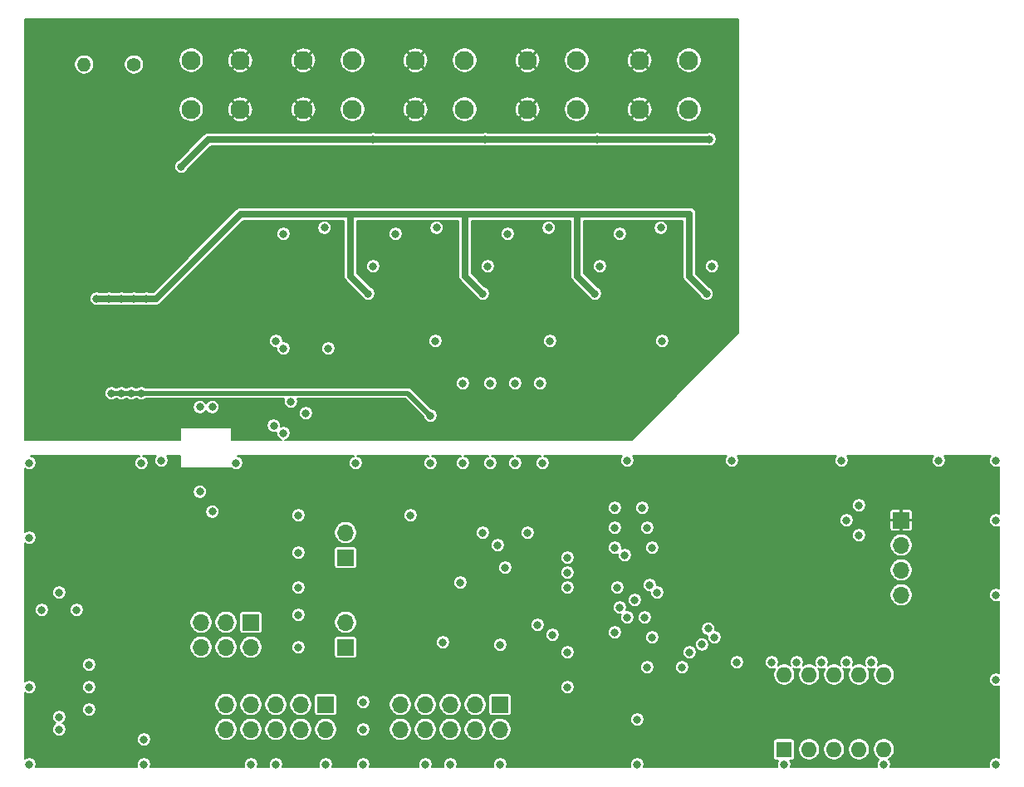
<source format=gbr>
%TF.GenerationSoftware,KiCad,Pcbnew,5.1.10-88a1d61d58~90~ubuntu20.04.1*%
%TF.CreationDate,2021-10-13T16:14:00+02:00*%
%TF.ProjectId,AI_V1,41495f56-312e-46b6-9963-61645f706362,rev?*%
%TF.SameCoordinates,Original*%
%TF.FileFunction,Copper,L4,Bot*%
%TF.FilePolarity,Positive*%
%FSLAX46Y46*%
G04 Gerber Fmt 4.6, Leading zero omitted, Abs format (unit mm)*
G04 Created by KiCad (PCBNEW 5.1.10-88a1d61d58~90~ubuntu20.04.1) date 2021-10-13 16:14:00*
%MOMM*%
%LPD*%
G01*
G04 APERTURE LIST*
%TA.AperFunction,ComponentPad*%
%ADD10O,1.600000X1.600000*%
%TD*%
%TA.AperFunction,ComponentPad*%
%ADD11R,1.600000X1.600000*%
%TD*%
%TA.AperFunction,ComponentPad*%
%ADD12C,1.950000*%
%TD*%
%TA.AperFunction,ComponentPad*%
%ADD13O,1.700000X1.700000*%
%TD*%
%TA.AperFunction,ComponentPad*%
%ADD14R,1.700000X1.700000*%
%TD*%
%TA.AperFunction,ComponentPad*%
%ADD15O,1.400000X1.400000*%
%TD*%
%TA.AperFunction,ComponentPad*%
%ADD16C,1.400000*%
%TD*%
%TA.AperFunction,ViaPad*%
%ADD17C,0.800000*%
%TD*%
%TA.AperFunction,Conductor*%
%ADD18C,0.500000*%
%TD*%
%TA.AperFunction,Conductor*%
%ADD19C,0.700000*%
%TD*%
%TA.AperFunction,Conductor*%
%ADD20C,0.127000*%
%TD*%
%TA.AperFunction,Conductor*%
%ADD21C,0.100000*%
%TD*%
G04 APERTURE END LIST*
D10*
%TO.P,SW1,10*%
%TO.N,GND*%
X173736000Y-125476000D03*
%TO.P,SW1,5*%
%TO.N,Net-(R11-Pad1)*%
X183896000Y-133096000D03*
%TO.P,SW1,9*%
%TO.N,GND*%
X176276000Y-125476000D03*
%TO.P,SW1,4*%
%TO.N,Net-(R10-Pad1)*%
X181356000Y-133096000D03*
%TO.P,SW1,8*%
%TO.N,GND*%
X178816000Y-125476000D03*
%TO.P,SW1,3*%
%TO.N,Net-(R9-Pad1)*%
X178816000Y-133096000D03*
%TO.P,SW1,7*%
%TO.N,GND*%
X181356000Y-125476000D03*
%TO.P,SW1,2*%
%TO.N,Net-(R8-Pad1)*%
X176276000Y-133096000D03*
%TO.P,SW1,6*%
%TO.N,GND*%
X183896000Y-125476000D03*
D11*
%TO.P,SW1,1*%
%TO.N,Net-(R7-Pad1)*%
X173736000Y-133096000D03*
%TD*%
D12*
%TO.P,J11,4*%
%TO.N,GND2*%
X118284000Y-62818000D03*
%TO.P,J11,3*%
X118284000Y-67818000D03*
%TO.P,J11,2*%
%TO.N,Net-(D6-Pad1)*%
X113284000Y-62818000D03*
%TO.P,J11,1*%
X113284000Y-67818000D03*
%TD*%
%TO.P,J10,4*%
%TO.N,Net-(D5-Pad3)*%
X164004000Y-62818000D03*
%TO.P,J10,3*%
X164004000Y-67818000D03*
%TO.P,J10,2*%
%TO.N,GND2*%
X159004000Y-62818000D03*
%TO.P,J10,1*%
X159004000Y-67818000D03*
%TD*%
%TO.P,J9,4*%
%TO.N,Net-(D4-Pad3)*%
X152574000Y-62818000D03*
%TO.P,J9,3*%
X152574000Y-67818000D03*
%TO.P,J9,2*%
%TO.N,GND2*%
X147574000Y-62818000D03*
%TO.P,J9,1*%
X147574000Y-67818000D03*
%TD*%
%TO.P,J8,4*%
%TO.N,Net-(D3-Pad3)*%
X141144000Y-62818000D03*
%TO.P,J8,3*%
X141144000Y-67818000D03*
%TO.P,J8,2*%
%TO.N,GND2*%
X136144000Y-62818000D03*
%TO.P,J8,1*%
X136144000Y-67818000D03*
%TD*%
%TO.P,J7,4*%
%TO.N,Net-(D2-Pad3)*%
X129714000Y-62818000D03*
%TO.P,J7,3*%
X129714000Y-67818000D03*
%TO.P,J7,2*%
%TO.N,GND2*%
X124714000Y-62818000D03*
%TO.P,J7,1*%
X124714000Y-67818000D03*
%TD*%
D13*
%TO.P,J6,10*%
%TO.N,BUS-*%
X116840000Y-131064000D03*
%TO.P,J6,9*%
%TO.N,BUS+*%
X116840000Y-128524000D03*
%TO.P,J6,8*%
%TO.N,GND*%
X119380000Y-131064000D03*
%TO.P,J6,7*%
X119380000Y-128524000D03*
%TO.P,J6,6*%
X121920000Y-131064000D03*
%TO.P,J6,5*%
X121920000Y-128524000D03*
%TO.P,J6,4*%
%TO.N,VCC*%
X124460000Y-131064000D03*
%TO.P,J6,3*%
X124460000Y-128524000D03*
%TO.P,J6,2*%
X127000000Y-131064000D03*
D14*
%TO.P,J6,1*%
X127000000Y-128524000D03*
%TD*%
D13*
%TO.P,J5,10*%
%TO.N,BUS-*%
X134620000Y-131064000D03*
%TO.P,J5,9*%
%TO.N,BUS+*%
X134620000Y-128524000D03*
%TO.P,J5,8*%
%TO.N,GND*%
X137160000Y-131064000D03*
%TO.P,J5,7*%
X137160000Y-128524000D03*
%TO.P,J5,6*%
X139700000Y-131064000D03*
%TO.P,J5,5*%
X139700000Y-128524000D03*
%TO.P,J5,4*%
%TO.N,VCC*%
X142240000Y-131064000D03*
%TO.P,J5,3*%
X142240000Y-128524000D03*
%TO.P,J5,2*%
X144780000Y-131064000D03*
D14*
%TO.P,J5,1*%
X144780000Y-128524000D03*
%TD*%
D13*
%TO.P,J4,6*%
%TO.N,Net-(J4-Pad6)*%
X114300000Y-122682000D03*
%TO.P,J4,5*%
%TO.N,Net-(J3-Pad2)*%
X114300000Y-120142000D03*
%TO.P,J4,4*%
%TO.N,BUS+*%
X116840000Y-122682000D03*
%TO.P,J4,3*%
%TO.N,BUS-*%
X116840000Y-120142000D03*
%TO.P,J4,2*%
%TO.N,Net-(J4-Pad2)*%
X119380000Y-122682000D03*
D14*
%TO.P,J4,1*%
%TO.N,Net-(J2-Pad2)*%
X119380000Y-120142000D03*
%TD*%
D13*
%TO.P,J3,2*%
%TO.N,Net-(J3-Pad2)*%
X129032000Y-110998000D03*
D14*
%TO.P,J3,1*%
%TO.N,Net-(J3-Pad1)*%
X129032000Y-113538000D03*
%TD*%
D13*
%TO.P,J2,2*%
%TO.N,Net-(J2-Pad2)*%
X129032000Y-120142000D03*
D14*
%TO.P,J2,1*%
%TO.N,Net-(J2-Pad1)*%
X129032000Y-122682000D03*
%TD*%
D13*
%TO.P,J1,4*%
%TO.N,GND*%
X185674000Y-117348000D03*
%TO.P,J1,3*%
%TO.N,SWCLK*%
X185674000Y-114808000D03*
%TO.P,J1,2*%
%TO.N,SWIO*%
X185674000Y-112268000D03*
D14*
%TO.P,J1,1*%
%TO.N,+3V3*%
X185674000Y-109728000D03*
%TD*%
D15*
%TO.P,F1,2*%
%TO.N,Net-(D1-Pad2)*%
X102362000Y-63246000D03*
D16*
%TO.P,F1,1*%
%TO.N,Net-(D6-Pad1)*%
X107442000Y-63246000D03*
%TD*%
D17*
%TO.N,Net-(C1-Pad2)*%
X151638000Y-126746000D03*
X159766000Y-124714000D03*
%TO.N,GND*%
X144780000Y-122428000D03*
X138938000Y-122174000D03*
X140716000Y-116078000D03*
X135636000Y-109220000D03*
X156464000Y-121158000D03*
X160274000Y-121666000D03*
X151638000Y-115062000D03*
X151638000Y-116586000D03*
X151638000Y-113538000D03*
X148590000Y-120396000D03*
X150114000Y-121412000D03*
X151638000Y-123190000D03*
X98044000Y-118872000D03*
X99822000Y-117094000D03*
X101600000Y-118872000D03*
X96774000Y-103886000D03*
X108204000Y-103886000D03*
X117856000Y-103886000D03*
X130048000Y-103886000D03*
X137668000Y-103886000D03*
X140970000Y-103886000D03*
X143764000Y-103886000D03*
X146304000Y-103886000D03*
X149098000Y-103886000D03*
X157734000Y-103632000D03*
X168402000Y-103632000D03*
X179578000Y-103632000D03*
X189484000Y-103632000D03*
X195326000Y-103632000D03*
X195326000Y-109728000D03*
X180086000Y-109728000D03*
X181356000Y-108204000D03*
X181356000Y-111252000D03*
X195326000Y-117348000D03*
X195326000Y-125984000D03*
X195326000Y-134620000D03*
X183896000Y-134620000D03*
X173736000Y-134620000D03*
X158750000Y-130048000D03*
X158750000Y-134620000D03*
X144780000Y-134620000D03*
X137160000Y-134620000D03*
X139700000Y-134620000D03*
X127000000Y-134620000D03*
X121920000Y-134620000D03*
X119380000Y-134620000D03*
X130810000Y-131064000D03*
X130810000Y-128270000D03*
X130810000Y-134620000D03*
X108458000Y-134620000D03*
X108458000Y-132080000D03*
X96774000Y-134620000D03*
X96774000Y-126746000D03*
X102870000Y-126746000D03*
X102870000Y-129032000D03*
X102870000Y-124460000D03*
X96774000Y-111506000D03*
X124206000Y-122682000D03*
X124206000Y-119380000D03*
X124206000Y-116586000D03*
X124206000Y-113030000D03*
X124206000Y-109220000D03*
X168910000Y-124206000D03*
X159512000Y-119634000D03*
X147574000Y-110998000D03*
X110236000Y-103632000D03*
%TO.N,+3V3*%
X107442000Y-127762000D03*
X105918000Y-129286000D03*
X107950000Y-106934000D03*
X135636000Y-116078000D03*
X144780000Y-120396000D03*
X155956000Y-113538000D03*
X163576000Y-112522000D03*
X169672000Y-112522000D03*
X169672000Y-114554000D03*
X177546000Y-119634000D03*
X148336000Y-125222000D03*
X154940000Y-124714028D03*
X164846000Y-124460000D03*
%TO.N,VCC*%
X99822000Y-131064000D03*
X99822000Y-129794000D03*
%TO.N,+5V*%
X108204000Y-96774000D03*
X107188000Y-96774000D03*
X106172000Y-96774000D03*
X105156000Y-96774000D03*
X137668000Y-99060000D03*
%TO.N,GND2*%
X103632000Y-92964000D03*
X97536000Y-92964000D03*
X100076000Y-91186000D03*
X100076000Y-94742000D03*
X98806000Y-87122000D03*
X98806000Y-89154000D03*
X107442000Y-68834000D03*
X109474000Y-70866000D03*
X107442000Y-73152000D03*
X105410000Y-70866000D03*
X128270000Y-80010000D03*
X121666000Y-79756000D03*
X131318000Y-84836000D03*
X121666000Y-89662000D03*
X121412000Y-87884000D03*
X130302000Y-89662000D03*
X132842000Y-89662000D03*
X132842000Y-87884000D03*
X139954000Y-80010000D03*
X135128000Y-79756000D03*
X124460000Y-83820000D03*
X135890000Y-83820000D03*
X147320000Y-83820000D03*
X158750000Y-83820000D03*
X157988000Y-79756000D03*
X146558000Y-79756000D03*
X151384000Y-80010000D03*
X162814000Y-80010000D03*
X167386000Y-73914000D03*
X167386000Y-75438000D03*
X153670000Y-74676000D03*
X142240000Y-74676000D03*
X130810000Y-74676000D03*
X141986000Y-89662000D03*
X144272000Y-88900000D03*
X153162000Y-89662000D03*
X128270000Y-84582000D03*
X139700000Y-84582000D03*
X151384000Y-84582000D03*
X162814000Y-84582000D03*
X96774000Y-58928000D03*
X107442000Y-58928000D03*
X168148000Y-58928000D03*
X168148000Y-67818000D03*
X168148000Y-83820000D03*
X168148000Y-90424000D03*
X157734000Y-100838000D03*
X163322000Y-95250000D03*
X153670000Y-99822000D03*
X154178000Y-91694000D03*
X145796000Y-91440000D03*
X141986000Y-91440000D03*
X135890000Y-99060000D03*
X130048000Y-99060000D03*
X118618000Y-99060000D03*
X107696000Y-99822000D03*
X98806000Y-98806000D03*
X98806000Y-96774000D03*
X119888000Y-77470000D03*
X119888000Y-79502000D03*
X109474000Y-85598000D03*
X110998000Y-87630000D03*
X164592000Y-89662000D03*
X117856000Y-101092000D03*
X110490000Y-101092000D03*
X155194000Y-88138000D03*
%TO.N,+24V*%
X103632000Y-87122000D03*
X106172000Y-87122000D03*
X107442000Y-87122000D03*
X108712000Y-87122000D03*
X104902000Y-87122000D03*
X131318000Y-86614000D03*
X143001986Y-86614000D03*
X154432000Y-86614000D03*
X165840508Y-86635500D03*
%TO.N,Net-(C22-Pad2)*%
X122682000Y-92202000D03*
X127254000Y-92202000D03*
%TO.N,Net-(C23-Pad2)*%
X121920000Y-91440000D03*
X138176000Y-91440000D03*
%TO.N,Net-(C24-Pad2)*%
X121711000Y-100076000D03*
X149860000Y-91440000D03*
%TO.N,Net-(C25-Pad2)*%
X122682000Y-100838000D03*
X161290000Y-91440000D03*
%TO.N,Net-(C32-Pad2)*%
X122682000Y-80518000D03*
X126873000Y-79883000D03*
%TO.N,Net-(C33-Pad2)*%
X138303000Y-79883000D03*
X134112000Y-80518000D03*
%TO.N,Net-(C34-Pad2)*%
X145542000Y-80518000D03*
X149733000Y-79883000D03*
%TO.N,Net-(C35-Pad2)*%
X156972000Y-80518000D03*
X161163000Y-79883000D03*
%TO.N,SWCLK*%
X156718000Y-116586000D03*
%TO.N,SWIO*%
X157480000Y-113284000D03*
%TO.N,Net-(R7-Pad1)*%
X172466000Y-124206000D03*
X163322000Y-124714000D03*
%TO.N,Net-(R8-Pad1)*%
X175006000Y-124206000D03*
X164084000Y-123190000D03*
%TO.N,Net-(R9-Pad1)*%
X177546000Y-124206000D03*
X165354000Y-122391000D03*
%TO.N,Net-(R10-Pad1)*%
X180086000Y-124206000D03*
X166624000Y-121666000D03*
%TO.N,Net-(R11-Pad1)*%
X182626000Y-124206000D03*
X165989011Y-120776989D03*
%TO.N,SDA*%
X115443000Y-108839000D03*
X157734026Y-119634000D03*
%TO.N,SCL*%
X114173000Y-106807000D03*
X156972000Y-118618000D03*
%TO.N,Net-(R14-Pad2)*%
X160274000Y-112522000D03*
X156464000Y-112522000D03*
%TO.N,Net-(R15-Pad2)*%
X159766000Y-110490000D03*
X156464000Y-110490000D03*
%TO.N,Net-(R16-Pad2)*%
X159258000Y-108458000D03*
X156464000Y-108458000D03*
%TO.N,Net-(R18-Pad2)*%
X114173000Y-98171000D03*
X124968000Y-98806000D03*
%TO.N,Net-(R19-Pad2)*%
X115443000Y-98171000D03*
X123444000Y-97624000D03*
%TO.N,CC1*%
X131826000Y-83820000D03*
X140970000Y-95758000D03*
%TO.N,CC2*%
X143510000Y-83820020D03*
X143764000Y-95758000D03*
%TO.N,CC3*%
X154940000Y-83820000D03*
X146304000Y-95758000D03*
%TO.N,CC4*%
X166370000Y-83820000D03*
X148844000Y-95758000D03*
%TO.N,TXD*%
X143002000Y-110998000D03*
X158496000Y-117856000D03*
%TO.N,DIR*%
X144526000Y-112268000D03*
X160020000Y-116332000D03*
%TO.N,RXD*%
X145288000Y-114554000D03*
X160782000Y-117094000D03*
%TO.N,+10V*%
X154686000Y-70866000D03*
X143256000Y-70866000D03*
X131826000Y-70866000D03*
X166116000Y-70866000D03*
X112268000Y-73660000D03*
%TD*%
D18*
%TO.N,+5V*%
X105156000Y-96774000D02*
X109220000Y-96774000D01*
X135382000Y-96774000D02*
X137668000Y-99060000D01*
X109220000Y-96774000D02*
X135382000Y-96774000D01*
D19*
%TO.N,+24V*%
X103632000Y-87122000D02*
X108712000Y-87122000D01*
X109728000Y-87122000D02*
X118364000Y-78486000D01*
X108712000Y-87122000D02*
X109728000Y-87122000D01*
X154686000Y-78486000D02*
X164084000Y-78486000D01*
X143256000Y-78486000D02*
X152654000Y-78486000D01*
X152654000Y-78486000D02*
X154686000Y-78486000D01*
X141224000Y-78486000D02*
X143256000Y-78486000D01*
X129540000Y-78486000D02*
X131826000Y-78486000D01*
X129540000Y-84836000D02*
X131318000Y-86614000D01*
X129540000Y-78486000D02*
X129540000Y-84836000D01*
X141224000Y-84836014D02*
X142601987Y-86214001D01*
X141224000Y-78486000D02*
X141224000Y-84836014D01*
X142601987Y-86214001D02*
X143001986Y-86614000D01*
X152654000Y-84836000D02*
X154432000Y-86614000D01*
X152654000Y-78486000D02*
X152654000Y-84836000D01*
X164084000Y-78486000D02*
X164084000Y-84878992D01*
X164084000Y-84878992D02*
X165840508Y-86635500D01*
X118364000Y-78486000D02*
X129540000Y-78486000D01*
X131826000Y-78486000D02*
X141224000Y-78486000D01*
%TO.N,+10V*%
X115062000Y-70866000D02*
X131826000Y-70866000D01*
X112268000Y-73660000D02*
X115062000Y-70866000D01*
X131826000Y-70866000D02*
X143256000Y-70866000D01*
X143256000Y-70866000D02*
X154686000Y-70866000D01*
X154686000Y-70866000D02*
X166116000Y-70866000D01*
%TD*%
D20*
%TO.N,+3V3*%
X107994713Y-103196073D02*
X107864136Y-103250159D01*
X107746620Y-103328681D01*
X107646681Y-103428620D01*
X107568159Y-103546136D01*
X107514073Y-103676713D01*
X107486500Y-103815332D01*
X107486500Y-103956668D01*
X107514073Y-104095287D01*
X107568159Y-104225864D01*
X107646681Y-104343380D01*
X107746620Y-104443319D01*
X107864136Y-104521841D01*
X107994713Y-104575927D01*
X108133332Y-104603500D01*
X108274668Y-104603500D01*
X108413287Y-104575927D01*
X108543864Y-104521841D01*
X108661380Y-104443319D01*
X108761319Y-104343380D01*
X108839841Y-104225864D01*
X108893927Y-104095287D01*
X108921500Y-103956668D01*
X108921500Y-103815332D01*
X108893927Y-103676713D01*
X108839841Y-103546136D01*
X108761319Y-103428620D01*
X108661380Y-103328681D01*
X108543864Y-103250159D01*
X108413287Y-103196073D01*
X108370188Y-103187500D01*
X109670075Y-103187500D01*
X109600159Y-103292136D01*
X109546073Y-103422713D01*
X109518500Y-103561332D01*
X109518500Y-103702668D01*
X109546073Y-103841287D01*
X109600159Y-103971864D01*
X109678681Y-104089380D01*
X109778620Y-104189319D01*
X109896136Y-104267841D01*
X110026713Y-104321927D01*
X110165332Y-104349500D01*
X110306668Y-104349500D01*
X110445287Y-104321927D01*
X110575864Y-104267841D01*
X110693380Y-104189319D01*
X110793319Y-104089380D01*
X110871841Y-103971864D01*
X110925927Y-103841287D01*
X110953500Y-103702668D01*
X110953500Y-103561332D01*
X110925927Y-103422713D01*
X110871841Y-103292136D01*
X110801925Y-103187500D01*
X112204500Y-103187500D01*
X112204500Y-104394000D01*
X112205720Y-104406388D01*
X112209334Y-104418300D01*
X112215202Y-104429279D01*
X112223099Y-104438901D01*
X112232721Y-104446798D01*
X112243700Y-104452666D01*
X112255612Y-104456280D01*
X112268000Y-104457500D01*
X117348000Y-104457500D01*
X117360388Y-104456280D01*
X117372300Y-104452666D01*
X117383279Y-104446798D01*
X117392901Y-104438901D01*
X117393487Y-104438186D01*
X117398620Y-104443319D01*
X117516136Y-104521841D01*
X117646713Y-104575927D01*
X117785332Y-104603500D01*
X117926668Y-104603500D01*
X118065287Y-104575927D01*
X118195864Y-104521841D01*
X118313380Y-104443319D01*
X118413319Y-104343380D01*
X118491841Y-104225864D01*
X118545927Y-104095287D01*
X118573500Y-103956668D01*
X118573500Y-103815332D01*
X118545927Y-103676713D01*
X118491841Y-103546136D01*
X118413319Y-103428620D01*
X118313380Y-103328681D01*
X118195864Y-103250159D01*
X118065287Y-103196073D01*
X118022188Y-103187500D01*
X129881812Y-103187500D01*
X129838713Y-103196073D01*
X129708136Y-103250159D01*
X129590620Y-103328681D01*
X129490681Y-103428620D01*
X129412159Y-103546136D01*
X129358073Y-103676713D01*
X129330500Y-103815332D01*
X129330500Y-103956668D01*
X129358073Y-104095287D01*
X129412159Y-104225864D01*
X129490681Y-104343380D01*
X129590620Y-104443319D01*
X129708136Y-104521841D01*
X129838713Y-104575927D01*
X129977332Y-104603500D01*
X130118668Y-104603500D01*
X130257287Y-104575927D01*
X130387864Y-104521841D01*
X130505380Y-104443319D01*
X130605319Y-104343380D01*
X130683841Y-104225864D01*
X130737927Y-104095287D01*
X130765500Y-103956668D01*
X130765500Y-103815332D01*
X130737927Y-103676713D01*
X130683841Y-103546136D01*
X130605319Y-103428620D01*
X130505380Y-103328681D01*
X130387864Y-103250159D01*
X130257287Y-103196073D01*
X130214188Y-103187500D01*
X137501812Y-103187500D01*
X137458713Y-103196073D01*
X137328136Y-103250159D01*
X137210620Y-103328681D01*
X137110681Y-103428620D01*
X137032159Y-103546136D01*
X136978073Y-103676713D01*
X136950500Y-103815332D01*
X136950500Y-103956668D01*
X136978073Y-104095287D01*
X137032159Y-104225864D01*
X137110681Y-104343380D01*
X137210620Y-104443319D01*
X137328136Y-104521841D01*
X137458713Y-104575927D01*
X137597332Y-104603500D01*
X137738668Y-104603500D01*
X137877287Y-104575927D01*
X138007864Y-104521841D01*
X138125380Y-104443319D01*
X138225319Y-104343380D01*
X138303841Y-104225864D01*
X138357927Y-104095287D01*
X138385500Y-103956668D01*
X138385500Y-103815332D01*
X138357927Y-103676713D01*
X138303841Y-103546136D01*
X138225319Y-103428620D01*
X138125380Y-103328681D01*
X138007864Y-103250159D01*
X137877287Y-103196073D01*
X137834188Y-103187500D01*
X140803812Y-103187500D01*
X140760713Y-103196073D01*
X140630136Y-103250159D01*
X140512620Y-103328681D01*
X140412681Y-103428620D01*
X140334159Y-103546136D01*
X140280073Y-103676713D01*
X140252500Y-103815332D01*
X140252500Y-103956668D01*
X140280073Y-104095287D01*
X140334159Y-104225864D01*
X140412681Y-104343380D01*
X140512620Y-104443319D01*
X140630136Y-104521841D01*
X140760713Y-104575927D01*
X140899332Y-104603500D01*
X141040668Y-104603500D01*
X141179287Y-104575927D01*
X141309864Y-104521841D01*
X141427380Y-104443319D01*
X141527319Y-104343380D01*
X141605841Y-104225864D01*
X141659927Y-104095287D01*
X141687500Y-103956668D01*
X141687500Y-103815332D01*
X141659927Y-103676713D01*
X141605841Y-103546136D01*
X141527319Y-103428620D01*
X141427380Y-103328681D01*
X141309864Y-103250159D01*
X141179287Y-103196073D01*
X141136188Y-103187500D01*
X143597812Y-103187500D01*
X143554713Y-103196073D01*
X143424136Y-103250159D01*
X143306620Y-103328681D01*
X143206681Y-103428620D01*
X143128159Y-103546136D01*
X143074073Y-103676713D01*
X143046500Y-103815332D01*
X143046500Y-103956668D01*
X143074073Y-104095287D01*
X143128159Y-104225864D01*
X143206681Y-104343380D01*
X143306620Y-104443319D01*
X143424136Y-104521841D01*
X143554713Y-104575927D01*
X143693332Y-104603500D01*
X143834668Y-104603500D01*
X143973287Y-104575927D01*
X144103864Y-104521841D01*
X144221380Y-104443319D01*
X144321319Y-104343380D01*
X144399841Y-104225864D01*
X144453927Y-104095287D01*
X144481500Y-103956668D01*
X144481500Y-103815332D01*
X144453927Y-103676713D01*
X144399841Y-103546136D01*
X144321319Y-103428620D01*
X144221380Y-103328681D01*
X144103864Y-103250159D01*
X143973287Y-103196073D01*
X143930188Y-103187500D01*
X146137812Y-103187500D01*
X146094713Y-103196073D01*
X145964136Y-103250159D01*
X145846620Y-103328681D01*
X145746681Y-103428620D01*
X145668159Y-103546136D01*
X145614073Y-103676713D01*
X145586500Y-103815332D01*
X145586500Y-103956668D01*
X145614073Y-104095287D01*
X145668159Y-104225864D01*
X145746681Y-104343380D01*
X145846620Y-104443319D01*
X145964136Y-104521841D01*
X146094713Y-104575927D01*
X146233332Y-104603500D01*
X146374668Y-104603500D01*
X146513287Y-104575927D01*
X146643864Y-104521841D01*
X146761380Y-104443319D01*
X146861319Y-104343380D01*
X146939841Y-104225864D01*
X146993927Y-104095287D01*
X147021500Y-103956668D01*
X147021500Y-103815332D01*
X146993927Y-103676713D01*
X146939841Y-103546136D01*
X146861319Y-103428620D01*
X146761380Y-103328681D01*
X146643864Y-103250159D01*
X146513287Y-103196073D01*
X146470188Y-103187500D01*
X148931812Y-103187500D01*
X148888713Y-103196073D01*
X148758136Y-103250159D01*
X148640620Y-103328681D01*
X148540681Y-103428620D01*
X148462159Y-103546136D01*
X148408073Y-103676713D01*
X148380500Y-103815332D01*
X148380500Y-103956668D01*
X148408073Y-104095287D01*
X148462159Y-104225864D01*
X148540681Y-104343380D01*
X148640620Y-104443319D01*
X148758136Y-104521841D01*
X148888713Y-104575927D01*
X149027332Y-104603500D01*
X149168668Y-104603500D01*
X149307287Y-104575927D01*
X149437864Y-104521841D01*
X149555380Y-104443319D01*
X149655319Y-104343380D01*
X149733841Y-104225864D01*
X149787927Y-104095287D01*
X149815500Y-103956668D01*
X149815500Y-103815332D01*
X149787927Y-103676713D01*
X149733841Y-103546136D01*
X149655319Y-103428620D01*
X149555380Y-103328681D01*
X149437864Y-103250159D01*
X149307287Y-103196073D01*
X149264188Y-103187500D01*
X157168075Y-103187500D01*
X157098159Y-103292136D01*
X157044073Y-103422713D01*
X157016500Y-103561332D01*
X157016500Y-103702668D01*
X157044073Y-103841287D01*
X157098159Y-103971864D01*
X157176681Y-104089380D01*
X157276620Y-104189319D01*
X157394136Y-104267841D01*
X157524713Y-104321927D01*
X157663332Y-104349500D01*
X157804668Y-104349500D01*
X157943287Y-104321927D01*
X158073864Y-104267841D01*
X158191380Y-104189319D01*
X158291319Y-104089380D01*
X158369841Y-103971864D01*
X158423927Y-103841287D01*
X158451500Y-103702668D01*
X158451500Y-103561332D01*
X158423927Y-103422713D01*
X158369841Y-103292136D01*
X158299925Y-103187500D01*
X167836075Y-103187500D01*
X167766159Y-103292136D01*
X167712073Y-103422713D01*
X167684500Y-103561332D01*
X167684500Y-103702668D01*
X167712073Y-103841287D01*
X167766159Y-103971864D01*
X167844681Y-104089380D01*
X167944620Y-104189319D01*
X168062136Y-104267841D01*
X168192713Y-104321927D01*
X168331332Y-104349500D01*
X168472668Y-104349500D01*
X168611287Y-104321927D01*
X168741864Y-104267841D01*
X168859380Y-104189319D01*
X168959319Y-104089380D01*
X169037841Y-103971864D01*
X169091927Y-103841287D01*
X169119500Y-103702668D01*
X169119500Y-103561332D01*
X169091927Y-103422713D01*
X169037841Y-103292136D01*
X168967925Y-103187500D01*
X179012075Y-103187500D01*
X178942159Y-103292136D01*
X178888073Y-103422713D01*
X178860500Y-103561332D01*
X178860500Y-103702668D01*
X178888073Y-103841287D01*
X178942159Y-103971864D01*
X179020681Y-104089380D01*
X179120620Y-104189319D01*
X179238136Y-104267841D01*
X179368713Y-104321927D01*
X179507332Y-104349500D01*
X179648668Y-104349500D01*
X179787287Y-104321927D01*
X179917864Y-104267841D01*
X180035380Y-104189319D01*
X180135319Y-104089380D01*
X180213841Y-103971864D01*
X180267927Y-103841287D01*
X180295500Y-103702668D01*
X180295500Y-103561332D01*
X180267927Y-103422713D01*
X180213841Y-103292136D01*
X180143925Y-103187500D01*
X188918075Y-103187500D01*
X188848159Y-103292136D01*
X188794073Y-103422713D01*
X188766500Y-103561332D01*
X188766500Y-103702668D01*
X188794073Y-103841287D01*
X188848159Y-103971864D01*
X188926681Y-104089380D01*
X189026620Y-104189319D01*
X189144136Y-104267841D01*
X189274713Y-104321927D01*
X189413332Y-104349500D01*
X189554668Y-104349500D01*
X189693287Y-104321927D01*
X189823864Y-104267841D01*
X189941380Y-104189319D01*
X190041319Y-104089380D01*
X190119841Y-103971864D01*
X190173927Y-103841287D01*
X190201500Y-103702668D01*
X190201500Y-103561332D01*
X190173927Y-103422713D01*
X190119841Y-103292136D01*
X190049925Y-103187500D01*
X194760075Y-103187500D01*
X194690159Y-103292136D01*
X194636073Y-103422713D01*
X194608500Y-103561332D01*
X194608500Y-103702668D01*
X194636073Y-103841287D01*
X194690159Y-103971864D01*
X194768681Y-104089380D01*
X194868620Y-104189319D01*
X194986136Y-104267841D01*
X195116713Y-104321927D01*
X195255332Y-104349500D01*
X195396668Y-104349500D01*
X195535287Y-104321927D01*
X195657501Y-104271305D01*
X195657501Y-109088695D01*
X195535287Y-109038073D01*
X195396668Y-109010500D01*
X195255332Y-109010500D01*
X195116713Y-109038073D01*
X194986136Y-109092159D01*
X194868620Y-109170681D01*
X194768681Y-109270620D01*
X194690159Y-109388136D01*
X194636073Y-109518713D01*
X194608500Y-109657332D01*
X194608500Y-109798668D01*
X194636073Y-109937287D01*
X194690159Y-110067864D01*
X194768681Y-110185380D01*
X194868620Y-110285319D01*
X194986136Y-110363841D01*
X195116713Y-110417927D01*
X195255332Y-110445500D01*
X195396668Y-110445500D01*
X195535287Y-110417927D01*
X195657501Y-110367305D01*
X195657501Y-116708695D01*
X195535287Y-116658073D01*
X195396668Y-116630500D01*
X195255332Y-116630500D01*
X195116713Y-116658073D01*
X194986136Y-116712159D01*
X194868620Y-116790681D01*
X194768681Y-116890620D01*
X194690159Y-117008136D01*
X194636073Y-117138713D01*
X194608500Y-117277332D01*
X194608500Y-117418668D01*
X194636073Y-117557287D01*
X194690159Y-117687864D01*
X194768681Y-117805380D01*
X194868620Y-117905319D01*
X194986136Y-117983841D01*
X195116713Y-118037927D01*
X195255332Y-118065500D01*
X195396668Y-118065500D01*
X195535287Y-118037927D01*
X195657501Y-117987305D01*
X195657501Y-125344695D01*
X195535287Y-125294073D01*
X195396668Y-125266500D01*
X195255332Y-125266500D01*
X195116713Y-125294073D01*
X194986136Y-125348159D01*
X194868620Y-125426681D01*
X194768681Y-125526620D01*
X194690159Y-125644136D01*
X194636073Y-125774713D01*
X194608500Y-125913332D01*
X194608500Y-126054668D01*
X194636073Y-126193287D01*
X194690159Y-126323864D01*
X194768681Y-126441380D01*
X194868620Y-126541319D01*
X194986136Y-126619841D01*
X195116713Y-126673927D01*
X195255332Y-126701500D01*
X195396668Y-126701500D01*
X195535287Y-126673927D01*
X195657501Y-126623305D01*
X195657501Y-133980695D01*
X195535287Y-133930073D01*
X195396668Y-133902500D01*
X195255332Y-133902500D01*
X195116713Y-133930073D01*
X194986136Y-133984159D01*
X194868620Y-134062681D01*
X194768681Y-134162620D01*
X194690159Y-134280136D01*
X194636073Y-134410713D01*
X194608500Y-134549332D01*
X194608500Y-134690668D01*
X194636073Y-134829287D01*
X194670126Y-134911500D01*
X184551874Y-134911500D01*
X184585927Y-134829287D01*
X184613500Y-134690668D01*
X184613500Y-134549332D01*
X184585927Y-134410713D01*
X184531841Y-134280136D01*
X184453319Y-134162620D01*
X184391168Y-134100469D01*
X184425335Y-134086316D01*
X184608365Y-133964019D01*
X184764019Y-133808365D01*
X184886316Y-133625335D01*
X184970555Y-133421963D01*
X185013500Y-133206064D01*
X185013500Y-132985936D01*
X184970555Y-132770037D01*
X184886316Y-132566665D01*
X184764019Y-132383635D01*
X184608365Y-132227981D01*
X184425335Y-132105684D01*
X184221963Y-132021445D01*
X184006064Y-131978500D01*
X183785936Y-131978500D01*
X183570037Y-132021445D01*
X183366665Y-132105684D01*
X183183635Y-132227981D01*
X183027981Y-132383635D01*
X182905684Y-132566665D01*
X182821445Y-132770037D01*
X182778500Y-132985936D01*
X182778500Y-133206064D01*
X182821445Y-133421963D01*
X182905684Y-133625335D01*
X183027981Y-133808365D01*
X183183635Y-133964019D01*
X183366665Y-134086316D01*
X183400832Y-134100469D01*
X183338681Y-134162620D01*
X183260159Y-134280136D01*
X183206073Y-134410713D01*
X183178500Y-134549332D01*
X183178500Y-134690668D01*
X183206073Y-134829287D01*
X183240126Y-134911500D01*
X174391874Y-134911500D01*
X174425927Y-134829287D01*
X174453500Y-134690668D01*
X174453500Y-134549332D01*
X174425927Y-134410713D01*
X174371841Y-134280136D01*
X174328342Y-134215036D01*
X174536000Y-134215036D01*
X174598241Y-134208906D01*
X174658090Y-134190751D01*
X174713247Y-134161269D01*
X174761593Y-134121593D01*
X174801269Y-134073247D01*
X174830751Y-134018090D01*
X174848906Y-133958241D01*
X174855036Y-133896000D01*
X174855036Y-132985936D01*
X175158500Y-132985936D01*
X175158500Y-133206064D01*
X175201445Y-133421963D01*
X175285684Y-133625335D01*
X175407981Y-133808365D01*
X175563635Y-133964019D01*
X175746665Y-134086316D01*
X175950037Y-134170555D01*
X176165936Y-134213500D01*
X176386064Y-134213500D01*
X176601963Y-134170555D01*
X176805335Y-134086316D01*
X176988365Y-133964019D01*
X177144019Y-133808365D01*
X177266316Y-133625335D01*
X177350555Y-133421963D01*
X177393500Y-133206064D01*
X177393500Y-132985936D01*
X177698500Y-132985936D01*
X177698500Y-133206064D01*
X177741445Y-133421963D01*
X177825684Y-133625335D01*
X177947981Y-133808365D01*
X178103635Y-133964019D01*
X178286665Y-134086316D01*
X178490037Y-134170555D01*
X178705936Y-134213500D01*
X178926064Y-134213500D01*
X179141963Y-134170555D01*
X179345335Y-134086316D01*
X179528365Y-133964019D01*
X179684019Y-133808365D01*
X179806316Y-133625335D01*
X179890555Y-133421963D01*
X179933500Y-133206064D01*
X179933500Y-132985936D01*
X180238500Y-132985936D01*
X180238500Y-133206064D01*
X180281445Y-133421963D01*
X180365684Y-133625335D01*
X180487981Y-133808365D01*
X180643635Y-133964019D01*
X180826665Y-134086316D01*
X181030037Y-134170555D01*
X181245936Y-134213500D01*
X181466064Y-134213500D01*
X181681963Y-134170555D01*
X181885335Y-134086316D01*
X182068365Y-133964019D01*
X182224019Y-133808365D01*
X182346316Y-133625335D01*
X182430555Y-133421963D01*
X182473500Y-133206064D01*
X182473500Y-132985936D01*
X182430555Y-132770037D01*
X182346316Y-132566665D01*
X182224019Y-132383635D01*
X182068365Y-132227981D01*
X181885335Y-132105684D01*
X181681963Y-132021445D01*
X181466064Y-131978500D01*
X181245936Y-131978500D01*
X181030037Y-132021445D01*
X180826665Y-132105684D01*
X180643635Y-132227981D01*
X180487981Y-132383635D01*
X180365684Y-132566665D01*
X180281445Y-132770037D01*
X180238500Y-132985936D01*
X179933500Y-132985936D01*
X179890555Y-132770037D01*
X179806316Y-132566665D01*
X179684019Y-132383635D01*
X179528365Y-132227981D01*
X179345335Y-132105684D01*
X179141963Y-132021445D01*
X178926064Y-131978500D01*
X178705936Y-131978500D01*
X178490037Y-132021445D01*
X178286665Y-132105684D01*
X178103635Y-132227981D01*
X177947981Y-132383635D01*
X177825684Y-132566665D01*
X177741445Y-132770037D01*
X177698500Y-132985936D01*
X177393500Y-132985936D01*
X177350555Y-132770037D01*
X177266316Y-132566665D01*
X177144019Y-132383635D01*
X176988365Y-132227981D01*
X176805335Y-132105684D01*
X176601963Y-132021445D01*
X176386064Y-131978500D01*
X176165936Y-131978500D01*
X175950037Y-132021445D01*
X175746665Y-132105684D01*
X175563635Y-132227981D01*
X175407981Y-132383635D01*
X175285684Y-132566665D01*
X175201445Y-132770037D01*
X175158500Y-132985936D01*
X174855036Y-132985936D01*
X174855036Y-132296000D01*
X174848906Y-132233759D01*
X174830751Y-132173910D01*
X174801269Y-132118753D01*
X174761593Y-132070407D01*
X174713247Y-132030731D01*
X174658090Y-132001249D01*
X174598241Y-131983094D01*
X174536000Y-131976964D01*
X172936000Y-131976964D01*
X172873759Y-131983094D01*
X172813910Y-132001249D01*
X172758753Y-132030731D01*
X172710407Y-132070407D01*
X172670731Y-132118753D01*
X172641249Y-132173910D01*
X172623094Y-132233759D01*
X172616964Y-132296000D01*
X172616964Y-133896000D01*
X172623094Y-133958241D01*
X172641249Y-134018090D01*
X172670731Y-134073247D01*
X172710407Y-134121593D01*
X172758753Y-134161269D01*
X172813910Y-134190751D01*
X172873759Y-134208906D01*
X172936000Y-134215036D01*
X173143658Y-134215036D01*
X173100159Y-134280136D01*
X173046073Y-134410713D01*
X173018500Y-134549332D01*
X173018500Y-134690668D01*
X173046073Y-134829287D01*
X173080126Y-134911500D01*
X159405874Y-134911500D01*
X159439927Y-134829287D01*
X159467500Y-134690668D01*
X159467500Y-134549332D01*
X159439927Y-134410713D01*
X159385841Y-134280136D01*
X159307319Y-134162620D01*
X159207380Y-134062681D01*
X159089864Y-133984159D01*
X158959287Y-133930073D01*
X158820668Y-133902500D01*
X158679332Y-133902500D01*
X158540713Y-133930073D01*
X158410136Y-133984159D01*
X158292620Y-134062681D01*
X158192681Y-134162620D01*
X158114159Y-134280136D01*
X158060073Y-134410713D01*
X158032500Y-134549332D01*
X158032500Y-134690668D01*
X158060073Y-134829287D01*
X158094126Y-134911500D01*
X145435874Y-134911500D01*
X145469927Y-134829287D01*
X145497500Y-134690668D01*
X145497500Y-134549332D01*
X145469927Y-134410713D01*
X145415841Y-134280136D01*
X145337319Y-134162620D01*
X145237380Y-134062681D01*
X145119864Y-133984159D01*
X144989287Y-133930073D01*
X144850668Y-133902500D01*
X144709332Y-133902500D01*
X144570713Y-133930073D01*
X144440136Y-133984159D01*
X144322620Y-134062681D01*
X144222681Y-134162620D01*
X144144159Y-134280136D01*
X144090073Y-134410713D01*
X144062500Y-134549332D01*
X144062500Y-134690668D01*
X144090073Y-134829287D01*
X144124126Y-134911500D01*
X140355874Y-134911500D01*
X140389927Y-134829287D01*
X140417500Y-134690668D01*
X140417500Y-134549332D01*
X140389927Y-134410713D01*
X140335841Y-134280136D01*
X140257319Y-134162620D01*
X140157380Y-134062681D01*
X140039864Y-133984159D01*
X139909287Y-133930073D01*
X139770668Y-133902500D01*
X139629332Y-133902500D01*
X139490713Y-133930073D01*
X139360136Y-133984159D01*
X139242620Y-134062681D01*
X139142681Y-134162620D01*
X139064159Y-134280136D01*
X139010073Y-134410713D01*
X138982500Y-134549332D01*
X138982500Y-134690668D01*
X139010073Y-134829287D01*
X139044126Y-134911500D01*
X137815874Y-134911500D01*
X137849927Y-134829287D01*
X137877500Y-134690668D01*
X137877500Y-134549332D01*
X137849927Y-134410713D01*
X137795841Y-134280136D01*
X137717319Y-134162620D01*
X137617380Y-134062681D01*
X137499864Y-133984159D01*
X137369287Y-133930073D01*
X137230668Y-133902500D01*
X137089332Y-133902500D01*
X136950713Y-133930073D01*
X136820136Y-133984159D01*
X136702620Y-134062681D01*
X136602681Y-134162620D01*
X136524159Y-134280136D01*
X136470073Y-134410713D01*
X136442500Y-134549332D01*
X136442500Y-134690668D01*
X136470073Y-134829287D01*
X136504126Y-134911500D01*
X131465874Y-134911500D01*
X131499927Y-134829287D01*
X131527500Y-134690668D01*
X131527500Y-134549332D01*
X131499927Y-134410713D01*
X131445841Y-134280136D01*
X131367319Y-134162620D01*
X131267380Y-134062681D01*
X131149864Y-133984159D01*
X131019287Y-133930073D01*
X130880668Y-133902500D01*
X130739332Y-133902500D01*
X130600713Y-133930073D01*
X130470136Y-133984159D01*
X130352620Y-134062681D01*
X130252681Y-134162620D01*
X130174159Y-134280136D01*
X130120073Y-134410713D01*
X130092500Y-134549332D01*
X130092500Y-134690668D01*
X130120073Y-134829287D01*
X130154126Y-134911500D01*
X127655874Y-134911500D01*
X127689927Y-134829287D01*
X127717500Y-134690668D01*
X127717500Y-134549332D01*
X127689927Y-134410713D01*
X127635841Y-134280136D01*
X127557319Y-134162620D01*
X127457380Y-134062681D01*
X127339864Y-133984159D01*
X127209287Y-133930073D01*
X127070668Y-133902500D01*
X126929332Y-133902500D01*
X126790713Y-133930073D01*
X126660136Y-133984159D01*
X126542620Y-134062681D01*
X126442681Y-134162620D01*
X126364159Y-134280136D01*
X126310073Y-134410713D01*
X126282500Y-134549332D01*
X126282500Y-134690668D01*
X126310073Y-134829287D01*
X126344126Y-134911500D01*
X122575874Y-134911500D01*
X122609927Y-134829287D01*
X122637500Y-134690668D01*
X122637500Y-134549332D01*
X122609927Y-134410713D01*
X122555841Y-134280136D01*
X122477319Y-134162620D01*
X122377380Y-134062681D01*
X122259864Y-133984159D01*
X122129287Y-133930073D01*
X121990668Y-133902500D01*
X121849332Y-133902500D01*
X121710713Y-133930073D01*
X121580136Y-133984159D01*
X121462620Y-134062681D01*
X121362681Y-134162620D01*
X121284159Y-134280136D01*
X121230073Y-134410713D01*
X121202500Y-134549332D01*
X121202500Y-134690668D01*
X121230073Y-134829287D01*
X121264126Y-134911500D01*
X120035874Y-134911500D01*
X120069927Y-134829287D01*
X120097500Y-134690668D01*
X120097500Y-134549332D01*
X120069927Y-134410713D01*
X120015841Y-134280136D01*
X119937319Y-134162620D01*
X119837380Y-134062681D01*
X119719864Y-133984159D01*
X119589287Y-133930073D01*
X119450668Y-133902500D01*
X119309332Y-133902500D01*
X119170713Y-133930073D01*
X119040136Y-133984159D01*
X118922620Y-134062681D01*
X118822681Y-134162620D01*
X118744159Y-134280136D01*
X118690073Y-134410713D01*
X118662500Y-134549332D01*
X118662500Y-134690668D01*
X118690073Y-134829287D01*
X118724126Y-134911500D01*
X109113874Y-134911500D01*
X109147927Y-134829287D01*
X109175500Y-134690668D01*
X109175500Y-134549332D01*
X109147927Y-134410713D01*
X109093841Y-134280136D01*
X109015319Y-134162620D01*
X108915380Y-134062681D01*
X108797864Y-133984159D01*
X108667287Y-133930073D01*
X108528668Y-133902500D01*
X108387332Y-133902500D01*
X108248713Y-133930073D01*
X108118136Y-133984159D01*
X108000620Y-134062681D01*
X107900681Y-134162620D01*
X107822159Y-134280136D01*
X107768073Y-134410713D01*
X107740500Y-134549332D01*
X107740500Y-134690668D01*
X107768073Y-134829287D01*
X107802126Y-134911500D01*
X97429874Y-134911500D01*
X97463927Y-134829287D01*
X97491500Y-134690668D01*
X97491500Y-134549332D01*
X97463927Y-134410713D01*
X97409841Y-134280136D01*
X97331319Y-134162620D01*
X97231380Y-134062681D01*
X97113864Y-133984159D01*
X96983287Y-133930073D01*
X96844668Y-133902500D01*
X96703332Y-133902500D01*
X96564713Y-133930073D01*
X96434136Y-133984159D01*
X96342500Y-134045388D01*
X96342500Y-132009332D01*
X107740500Y-132009332D01*
X107740500Y-132150668D01*
X107768073Y-132289287D01*
X107822159Y-132419864D01*
X107900681Y-132537380D01*
X108000620Y-132637319D01*
X108118136Y-132715841D01*
X108248713Y-132769927D01*
X108387332Y-132797500D01*
X108528668Y-132797500D01*
X108667287Y-132769927D01*
X108797864Y-132715841D01*
X108915380Y-132637319D01*
X109015319Y-132537380D01*
X109093841Y-132419864D01*
X109147927Y-132289287D01*
X109175500Y-132150668D01*
X109175500Y-132009332D01*
X109147927Y-131870713D01*
X109093841Y-131740136D01*
X109015319Y-131622620D01*
X108915380Y-131522681D01*
X108797864Y-131444159D01*
X108667287Y-131390073D01*
X108528668Y-131362500D01*
X108387332Y-131362500D01*
X108248713Y-131390073D01*
X108118136Y-131444159D01*
X108000620Y-131522681D01*
X107900681Y-131622620D01*
X107822159Y-131740136D01*
X107768073Y-131870713D01*
X107740500Y-132009332D01*
X96342500Y-132009332D01*
X96342500Y-129723332D01*
X99104500Y-129723332D01*
X99104500Y-129864668D01*
X99132073Y-130003287D01*
X99186159Y-130133864D01*
X99264681Y-130251380D01*
X99364620Y-130351319D01*
X99480877Y-130429000D01*
X99364620Y-130506681D01*
X99264681Y-130606620D01*
X99186159Y-130724136D01*
X99132073Y-130854713D01*
X99104500Y-130993332D01*
X99104500Y-131134668D01*
X99132073Y-131273287D01*
X99186159Y-131403864D01*
X99264681Y-131521380D01*
X99364620Y-131621319D01*
X99482136Y-131699841D01*
X99612713Y-131753927D01*
X99751332Y-131781500D01*
X99892668Y-131781500D01*
X100031287Y-131753927D01*
X100161864Y-131699841D01*
X100279380Y-131621319D01*
X100379319Y-131521380D01*
X100457841Y-131403864D01*
X100511927Y-131273287D01*
X100539500Y-131134668D01*
X100539500Y-130993332D01*
X100530685Y-130949011D01*
X115672500Y-130949011D01*
X115672500Y-131178989D01*
X115717366Y-131404547D01*
X115805375Y-131617019D01*
X115933144Y-131808238D01*
X116095762Y-131970856D01*
X116286981Y-132098625D01*
X116499453Y-132186634D01*
X116725011Y-132231500D01*
X116954989Y-132231500D01*
X117180547Y-132186634D01*
X117393019Y-132098625D01*
X117584238Y-131970856D01*
X117746856Y-131808238D01*
X117874625Y-131617019D01*
X117962634Y-131404547D01*
X118007500Y-131178989D01*
X118007500Y-130949011D01*
X118212500Y-130949011D01*
X118212500Y-131178989D01*
X118257366Y-131404547D01*
X118345375Y-131617019D01*
X118473144Y-131808238D01*
X118635762Y-131970856D01*
X118826981Y-132098625D01*
X119039453Y-132186634D01*
X119265011Y-132231500D01*
X119494989Y-132231500D01*
X119720547Y-132186634D01*
X119933019Y-132098625D01*
X120124238Y-131970856D01*
X120286856Y-131808238D01*
X120414625Y-131617019D01*
X120502634Y-131404547D01*
X120547500Y-131178989D01*
X120547500Y-130949011D01*
X120752500Y-130949011D01*
X120752500Y-131178989D01*
X120797366Y-131404547D01*
X120885375Y-131617019D01*
X121013144Y-131808238D01*
X121175762Y-131970856D01*
X121366981Y-132098625D01*
X121579453Y-132186634D01*
X121805011Y-132231500D01*
X122034989Y-132231500D01*
X122260547Y-132186634D01*
X122473019Y-132098625D01*
X122664238Y-131970856D01*
X122826856Y-131808238D01*
X122954625Y-131617019D01*
X123042634Y-131404547D01*
X123087500Y-131178989D01*
X123087500Y-130949011D01*
X123292500Y-130949011D01*
X123292500Y-131178989D01*
X123337366Y-131404547D01*
X123425375Y-131617019D01*
X123553144Y-131808238D01*
X123715762Y-131970856D01*
X123906981Y-132098625D01*
X124119453Y-132186634D01*
X124345011Y-132231500D01*
X124574989Y-132231500D01*
X124800547Y-132186634D01*
X125013019Y-132098625D01*
X125204238Y-131970856D01*
X125366856Y-131808238D01*
X125494625Y-131617019D01*
X125582634Y-131404547D01*
X125627500Y-131178989D01*
X125627500Y-130949011D01*
X125832500Y-130949011D01*
X125832500Y-131178989D01*
X125877366Y-131404547D01*
X125965375Y-131617019D01*
X126093144Y-131808238D01*
X126255762Y-131970856D01*
X126446981Y-132098625D01*
X126659453Y-132186634D01*
X126885011Y-132231500D01*
X127114989Y-132231500D01*
X127340547Y-132186634D01*
X127553019Y-132098625D01*
X127744238Y-131970856D01*
X127906856Y-131808238D01*
X128034625Y-131617019D01*
X128122634Y-131404547D01*
X128167500Y-131178989D01*
X128167500Y-130993332D01*
X130092500Y-130993332D01*
X130092500Y-131134668D01*
X130120073Y-131273287D01*
X130174159Y-131403864D01*
X130252681Y-131521380D01*
X130352620Y-131621319D01*
X130470136Y-131699841D01*
X130600713Y-131753927D01*
X130739332Y-131781500D01*
X130880668Y-131781500D01*
X131019287Y-131753927D01*
X131149864Y-131699841D01*
X131267380Y-131621319D01*
X131367319Y-131521380D01*
X131445841Y-131403864D01*
X131499927Y-131273287D01*
X131527500Y-131134668D01*
X131527500Y-130993332D01*
X131518685Y-130949011D01*
X133452500Y-130949011D01*
X133452500Y-131178989D01*
X133497366Y-131404547D01*
X133585375Y-131617019D01*
X133713144Y-131808238D01*
X133875762Y-131970856D01*
X134066981Y-132098625D01*
X134279453Y-132186634D01*
X134505011Y-132231500D01*
X134734989Y-132231500D01*
X134960547Y-132186634D01*
X135173019Y-132098625D01*
X135364238Y-131970856D01*
X135526856Y-131808238D01*
X135654625Y-131617019D01*
X135742634Y-131404547D01*
X135787500Y-131178989D01*
X135787500Y-130949011D01*
X135992500Y-130949011D01*
X135992500Y-131178989D01*
X136037366Y-131404547D01*
X136125375Y-131617019D01*
X136253144Y-131808238D01*
X136415762Y-131970856D01*
X136606981Y-132098625D01*
X136819453Y-132186634D01*
X137045011Y-132231500D01*
X137274989Y-132231500D01*
X137500547Y-132186634D01*
X137713019Y-132098625D01*
X137904238Y-131970856D01*
X138066856Y-131808238D01*
X138194625Y-131617019D01*
X138282634Y-131404547D01*
X138327500Y-131178989D01*
X138327500Y-130949011D01*
X138532500Y-130949011D01*
X138532500Y-131178989D01*
X138577366Y-131404547D01*
X138665375Y-131617019D01*
X138793144Y-131808238D01*
X138955762Y-131970856D01*
X139146981Y-132098625D01*
X139359453Y-132186634D01*
X139585011Y-132231500D01*
X139814989Y-132231500D01*
X140040547Y-132186634D01*
X140253019Y-132098625D01*
X140444238Y-131970856D01*
X140606856Y-131808238D01*
X140734625Y-131617019D01*
X140822634Y-131404547D01*
X140867500Y-131178989D01*
X140867500Y-130949011D01*
X141072500Y-130949011D01*
X141072500Y-131178989D01*
X141117366Y-131404547D01*
X141205375Y-131617019D01*
X141333144Y-131808238D01*
X141495762Y-131970856D01*
X141686981Y-132098625D01*
X141899453Y-132186634D01*
X142125011Y-132231500D01*
X142354989Y-132231500D01*
X142580547Y-132186634D01*
X142793019Y-132098625D01*
X142984238Y-131970856D01*
X143146856Y-131808238D01*
X143274625Y-131617019D01*
X143362634Y-131404547D01*
X143407500Y-131178989D01*
X143407500Y-130949011D01*
X143612500Y-130949011D01*
X143612500Y-131178989D01*
X143657366Y-131404547D01*
X143745375Y-131617019D01*
X143873144Y-131808238D01*
X144035762Y-131970856D01*
X144226981Y-132098625D01*
X144439453Y-132186634D01*
X144665011Y-132231500D01*
X144894989Y-132231500D01*
X145120547Y-132186634D01*
X145333019Y-132098625D01*
X145524238Y-131970856D01*
X145686856Y-131808238D01*
X145814625Y-131617019D01*
X145902634Y-131404547D01*
X145947500Y-131178989D01*
X145947500Y-130949011D01*
X145902634Y-130723453D01*
X145814625Y-130510981D01*
X145686856Y-130319762D01*
X145524238Y-130157144D01*
X145333019Y-130029375D01*
X145207377Y-129977332D01*
X158032500Y-129977332D01*
X158032500Y-130118668D01*
X158060073Y-130257287D01*
X158114159Y-130387864D01*
X158192681Y-130505380D01*
X158292620Y-130605319D01*
X158410136Y-130683841D01*
X158540713Y-130737927D01*
X158679332Y-130765500D01*
X158820668Y-130765500D01*
X158959287Y-130737927D01*
X159089864Y-130683841D01*
X159207380Y-130605319D01*
X159307319Y-130505380D01*
X159385841Y-130387864D01*
X159439927Y-130257287D01*
X159467500Y-130118668D01*
X159467500Y-129977332D01*
X159439927Y-129838713D01*
X159385841Y-129708136D01*
X159307319Y-129590620D01*
X159207380Y-129490681D01*
X159089864Y-129412159D01*
X158959287Y-129358073D01*
X158820668Y-129330500D01*
X158679332Y-129330500D01*
X158540713Y-129358073D01*
X158410136Y-129412159D01*
X158292620Y-129490681D01*
X158192681Y-129590620D01*
X158114159Y-129708136D01*
X158060073Y-129838713D01*
X158032500Y-129977332D01*
X145207377Y-129977332D01*
X145120547Y-129941366D01*
X144894989Y-129896500D01*
X144665011Y-129896500D01*
X144439453Y-129941366D01*
X144226981Y-130029375D01*
X144035762Y-130157144D01*
X143873144Y-130319762D01*
X143745375Y-130510981D01*
X143657366Y-130723453D01*
X143612500Y-130949011D01*
X143407500Y-130949011D01*
X143362634Y-130723453D01*
X143274625Y-130510981D01*
X143146856Y-130319762D01*
X142984238Y-130157144D01*
X142793019Y-130029375D01*
X142580547Y-129941366D01*
X142354989Y-129896500D01*
X142125011Y-129896500D01*
X141899453Y-129941366D01*
X141686981Y-130029375D01*
X141495762Y-130157144D01*
X141333144Y-130319762D01*
X141205375Y-130510981D01*
X141117366Y-130723453D01*
X141072500Y-130949011D01*
X140867500Y-130949011D01*
X140822634Y-130723453D01*
X140734625Y-130510981D01*
X140606856Y-130319762D01*
X140444238Y-130157144D01*
X140253019Y-130029375D01*
X140040547Y-129941366D01*
X139814989Y-129896500D01*
X139585011Y-129896500D01*
X139359453Y-129941366D01*
X139146981Y-130029375D01*
X138955762Y-130157144D01*
X138793144Y-130319762D01*
X138665375Y-130510981D01*
X138577366Y-130723453D01*
X138532500Y-130949011D01*
X138327500Y-130949011D01*
X138282634Y-130723453D01*
X138194625Y-130510981D01*
X138066856Y-130319762D01*
X137904238Y-130157144D01*
X137713019Y-130029375D01*
X137500547Y-129941366D01*
X137274989Y-129896500D01*
X137045011Y-129896500D01*
X136819453Y-129941366D01*
X136606981Y-130029375D01*
X136415762Y-130157144D01*
X136253144Y-130319762D01*
X136125375Y-130510981D01*
X136037366Y-130723453D01*
X135992500Y-130949011D01*
X135787500Y-130949011D01*
X135742634Y-130723453D01*
X135654625Y-130510981D01*
X135526856Y-130319762D01*
X135364238Y-130157144D01*
X135173019Y-130029375D01*
X134960547Y-129941366D01*
X134734989Y-129896500D01*
X134505011Y-129896500D01*
X134279453Y-129941366D01*
X134066981Y-130029375D01*
X133875762Y-130157144D01*
X133713144Y-130319762D01*
X133585375Y-130510981D01*
X133497366Y-130723453D01*
X133452500Y-130949011D01*
X131518685Y-130949011D01*
X131499927Y-130854713D01*
X131445841Y-130724136D01*
X131367319Y-130606620D01*
X131267380Y-130506681D01*
X131149864Y-130428159D01*
X131019287Y-130374073D01*
X130880668Y-130346500D01*
X130739332Y-130346500D01*
X130600713Y-130374073D01*
X130470136Y-130428159D01*
X130352620Y-130506681D01*
X130252681Y-130606620D01*
X130174159Y-130724136D01*
X130120073Y-130854713D01*
X130092500Y-130993332D01*
X128167500Y-130993332D01*
X128167500Y-130949011D01*
X128122634Y-130723453D01*
X128034625Y-130510981D01*
X127906856Y-130319762D01*
X127744238Y-130157144D01*
X127553019Y-130029375D01*
X127340547Y-129941366D01*
X127114989Y-129896500D01*
X126885011Y-129896500D01*
X126659453Y-129941366D01*
X126446981Y-130029375D01*
X126255762Y-130157144D01*
X126093144Y-130319762D01*
X125965375Y-130510981D01*
X125877366Y-130723453D01*
X125832500Y-130949011D01*
X125627500Y-130949011D01*
X125582634Y-130723453D01*
X125494625Y-130510981D01*
X125366856Y-130319762D01*
X125204238Y-130157144D01*
X125013019Y-130029375D01*
X124800547Y-129941366D01*
X124574989Y-129896500D01*
X124345011Y-129896500D01*
X124119453Y-129941366D01*
X123906981Y-130029375D01*
X123715762Y-130157144D01*
X123553144Y-130319762D01*
X123425375Y-130510981D01*
X123337366Y-130723453D01*
X123292500Y-130949011D01*
X123087500Y-130949011D01*
X123042634Y-130723453D01*
X122954625Y-130510981D01*
X122826856Y-130319762D01*
X122664238Y-130157144D01*
X122473019Y-130029375D01*
X122260547Y-129941366D01*
X122034989Y-129896500D01*
X121805011Y-129896500D01*
X121579453Y-129941366D01*
X121366981Y-130029375D01*
X121175762Y-130157144D01*
X121013144Y-130319762D01*
X120885375Y-130510981D01*
X120797366Y-130723453D01*
X120752500Y-130949011D01*
X120547500Y-130949011D01*
X120502634Y-130723453D01*
X120414625Y-130510981D01*
X120286856Y-130319762D01*
X120124238Y-130157144D01*
X119933019Y-130029375D01*
X119720547Y-129941366D01*
X119494989Y-129896500D01*
X119265011Y-129896500D01*
X119039453Y-129941366D01*
X118826981Y-130029375D01*
X118635762Y-130157144D01*
X118473144Y-130319762D01*
X118345375Y-130510981D01*
X118257366Y-130723453D01*
X118212500Y-130949011D01*
X118007500Y-130949011D01*
X117962634Y-130723453D01*
X117874625Y-130510981D01*
X117746856Y-130319762D01*
X117584238Y-130157144D01*
X117393019Y-130029375D01*
X117180547Y-129941366D01*
X116954989Y-129896500D01*
X116725011Y-129896500D01*
X116499453Y-129941366D01*
X116286981Y-130029375D01*
X116095762Y-130157144D01*
X115933144Y-130319762D01*
X115805375Y-130510981D01*
X115717366Y-130723453D01*
X115672500Y-130949011D01*
X100530685Y-130949011D01*
X100511927Y-130854713D01*
X100457841Y-130724136D01*
X100379319Y-130606620D01*
X100279380Y-130506681D01*
X100163123Y-130429000D01*
X100279380Y-130351319D01*
X100379319Y-130251380D01*
X100457841Y-130133864D01*
X100511927Y-130003287D01*
X100539500Y-129864668D01*
X100539500Y-129723332D01*
X100511927Y-129584713D01*
X100457841Y-129454136D01*
X100379319Y-129336620D01*
X100279380Y-129236681D01*
X100161864Y-129158159D01*
X100031287Y-129104073D01*
X99892668Y-129076500D01*
X99751332Y-129076500D01*
X99612713Y-129104073D01*
X99482136Y-129158159D01*
X99364620Y-129236681D01*
X99264681Y-129336620D01*
X99186159Y-129454136D01*
X99132073Y-129584713D01*
X99104500Y-129723332D01*
X96342500Y-129723332D01*
X96342500Y-128961332D01*
X102152500Y-128961332D01*
X102152500Y-129102668D01*
X102180073Y-129241287D01*
X102234159Y-129371864D01*
X102312681Y-129489380D01*
X102412620Y-129589319D01*
X102530136Y-129667841D01*
X102660713Y-129721927D01*
X102799332Y-129749500D01*
X102940668Y-129749500D01*
X103079287Y-129721927D01*
X103209864Y-129667841D01*
X103327380Y-129589319D01*
X103427319Y-129489380D01*
X103505841Y-129371864D01*
X103559927Y-129241287D01*
X103587500Y-129102668D01*
X103587500Y-128961332D01*
X103559927Y-128822713D01*
X103505841Y-128692136D01*
X103427319Y-128574620D01*
X103327380Y-128474681D01*
X103229099Y-128409011D01*
X115672500Y-128409011D01*
X115672500Y-128638989D01*
X115717366Y-128864547D01*
X115805375Y-129077019D01*
X115933144Y-129268238D01*
X116095762Y-129430856D01*
X116286981Y-129558625D01*
X116499453Y-129646634D01*
X116725011Y-129691500D01*
X116954989Y-129691500D01*
X117180547Y-129646634D01*
X117393019Y-129558625D01*
X117584238Y-129430856D01*
X117746856Y-129268238D01*
X117874625Y-129077019D01*
X117962634Y-128864547D01*
X118007500Y-128638989D01*
X118007500Y-128409011D01*
X118212500Y-128409011D01*
X118212500Y-128638989D01*
X118257366Y-128864547D01*
X118345375Y-129077019D01*
X118473144Y-129268238D01*
X118635762Y-129430856D01*
X118826981Y-129558625D01*
X119039453Y-129646634D01*
X119265011Y-129691500D01*
X119494989Y-129691500D01*
X119720547Y-129646634D01*
X119933019Y-129558625D01*
X120124238Y-129430856D01*
X120286856Y-129268238D01*
X120414625Y-129077019D01*
X120502634Y-128864547D01*
X120547500Y-128638989D01*
X120547500Y-128409011D01*
X120752500Y-128409011D01*
X120752500Y-128638989D01*
X120797366Y-128864547D01*
X120885375Y-129077019D01*
X121013144Y-129268238D01*
X121175762Y-129430856D01*
X121366981Y-129558625D01*
X121579453Y-129646634D01*
X121805011Y-129691500D01*
X122034989Y-129691500D01*
X122260547Y-129646634D01*
X122473019Y-129558625D01*
X122664238Y-129430856D01*
X122826856Y-129268238D01*
X122954625Y-129077019D01*
X123042634Y-128864547D01*
X123087500Y-128638989D01*
X123087500Y-128409011D01*
X123292500Y-128409011D01*
X123292500Y-128638989D01*
X123337366Y-128864547D01*
X123425375Y-129077019D01*
X123553144Y-129268238D01*
X123715762Y-129430856D01*
X123906981Y-129558625D01*
X124119453Y-129646634D01*
X124345011Y-129691500D01*
X124574989Y-129691500D01*
X124800547Y-129646634D01*
X125013019Y-129558625D01*
X125204238Y-129430856D01*
X125366856Y-129268238D01*
X125494625Y-129077019D01*
X125582634Y-128864547D01*
X125627500Y-128638989D01*
X125627500Y-128409011D01*
X125582634Y-128183453D01*
X125494625Y-127970981D01*
X125366856Y-127779762D01*
X125261094Y-127674000D01*
X125830964Y-127674000D01*
X125830964Y-129374000D01*
X125837094Y-129436241D01*
X125855249Y-129496090D01*
X125884731Y-129551247D01*
X125924407Y-129599593D01*
X125972753Y-129639269D01*
X126027910Y-129668751D01*
X126087759Y-129686906D01*
X126150000Y-129693036D01*
X127850000Y-129693036D01*
X127912241Y-129686906D01*
X127972090Y-129668751D01*
X128027247Y-129639269D01*
X128075593Y-129599593D01*
X128115269Y-129551247D01*
X128144751Y-129496090D01*
X128162906Y-129436241D01*
X128169036Y-129374000D01*
X128169036Y-128199332D01*
X130092500Y-128199332D01*
X130092500Y-128340668D01*
X130120073Y-128479287D01*
X130174159Y-128609864D01*
X130252681Y-128727380D01*
X130352620Y-128827319D01*
X130470136Y-128905841D01*
X130600713Y-128959927D01*
X130739332Y-128987500D01*
X130880668Y-128987500D01*
X131019287Y-128959927D01*
X131149864Y-128905841D01*
X131267380Y-128827319D01*
X131367319Y-128727380D01*
X131445841Y-128609864D01*
X131499927Y-128479287D01*
X131513905Y-128409011D01*
X133452500Y-128409011D01*
X133452500Y-128638989D01*
X133497366Y-128864547D01*
X133585375Y-129077019D01*
X133713144Y-129268238D01*
X133875762Y-129430856D01*
X134066981Y-129558625D01*
X134279453Y-129646634D01*
X134505011Y-129691500D01*
X134734989Y-129691500D01*
X134960547Y-129646634D01*
X135173019Y-129558625D01*
X135364238Y-129430856D01*
X135526856Y-129268238D01*
X135654625Y-129077019D01*
X135742634Y-128864547D01*
X135787500Y-128638989D01*
X135787500Y-128409011D01*
X135992500Y-128409011D01*
X135992500Y-128638989D01*
X136037366Y-128864547D01*
X136125375Y-129077019D01*
X136253144Y-129268238D01*
X136415762Y-129430856D01*
X136606981Y-129558625D01*
X136819453Y-129646634D01*
X137045011Y-129691500D01*
X137274989Y-129691500D01*
X137500547Y-129646634D01*
X137713019Y-129558625D01*
X137904238Y-129430856D01*
X138066856Y-129268238D01*
X138194625Y-129077019D01*
X138282634Y-128864547D01*
X138327500Y-128638989D01*
X138327500Y-128409011D01*
X138532500Y-128409011D01*
X138532500Y-128638989D01*
X138577366Y-128864547D01*
X138665375Y-129077019D01*
X138793144Y-129268238D01*
X138955762Y-129430856D01*
X139146981Y-129558625D01*
X139359453Y-129646634D01*
X139585011Y-129691500D01*
X139814989Y-129691500D01*
X140040547Y-129646634D01*
X140253019Y-129558625D01*
X140444238Y-129430856D01*
X140606856Y-129268238D01*
X140734625Y-129077019D01*
X140822634Y-128864547D01*
X140867500Y-128638989D01*
X140867500Y-128409011D01*
X141072500Y-128409011D01*
X141072500Y-128638989D01*
X141117366Y-128864547D01*
X141205375Y-129077019D01*
X141333144Y-129268238D01*
X141495762Y-129430856D01*
X141686981Y-129558625D01*
X141899453Y-129646634D01*
X142125011Y-129691500D01*
X142354989Y-129691500D01*
X142580547Y-129646634D01*
X142793019Y-129558625D01*
X142984238Y-129430856D01*
X143146856Y-129268238D01*
X143274625Y-129077019D01*
X143362634Y-128864547D01*
X143407500Y-128638989D01*
X143407500Y-128409011D01*
X143362634Y-128183453D01*
X143274625Y-127970981D01*
X143146856Y-127779762D01*
X143041094Y-127674000D01*
X143610964Y-127674000D01*
X143610964Y-129374000D01*
X143617094Y-129436241D01*
X143635249Y-129496090D01*
X143664731Y-129551247D01*
X143704407Y-129599593D01*
X143752753Y-129639269D01*
X143807910Y-129668751D01*
X143867759Y-129686906D01*
X143930000Y-129693036D01*
X145630000Y-129693036D01*
X145692241Y-129686906D01*
X145752090Y-129668751D01*
X145807247Y-129639269D01*
X145855593Y-129599593D01*
X145895269Y-129551247D01*
X145924751Y-129496090D01*
X145942906Y-129436241D01*
X145949036Y-129374000D01*
X145949036Y-127674000D01*
X145942906Y-127611759D01*
X145924751Y-127551910D01*
X145895269Y-127496753D01*
X145855593Y-127448407D01*
X145807247Y-127408731D01*
X145752090Y-127379249D01*
X145692241Y-127361094D01*
X145630000Y-127354964D01*
X143930000Y-127354964D01*
X143867759Y-127361094D01*
X143807910Y-127379249D01*
X143752753Y-127408731D01*
X143704407Y-127448407D01*
X143664731Y-127496753D01*
X143635249Y-127551910D01*
X143617094Y-127611759D01*
X143610964Y-127674000D01*
X143041094Y-127674000D01*
X142984238Y-127617144D01*
X142793019Y-127489375D01*
X142580547Y-127401366D01*
X142354989Y-127356500D01*
X142125011Y-127356500D01*
X141899453Y-127401366D01*
X141686981Y-127489375D01*
X141495762Y-127617144D01*
X141333144Y-127779762D01*
X141205375Y-127970981D01*
X141117366Y-128183453D01*
X141072500Y-128409011D01*
X140867500Y-128409011D01*
X140822634Y-128183453D01*
X140734625Y-127970981D01*
X140606856Y-127779762D01*
X140444238Y-127617144D01*
X140253019Y-127489375D01*
X140040547Y-127401366D01*
X139814989Y-127356500D01*
X139585011Y-127356500D01*
X139359453Y-127401366D01*
X139146981Y-127489375D01*
X138955762Y-127617144D01*
X138793144Y-127779762D01*
X138665375Y-127970981D01*
X138577366Y-128183453D01*
X138532500Y-128409011D01*
X138327500Y-128409011D01*
X138282634Y-128183453D01*
X138194625Y-127970981D01*
X138066856Y-127779762D01*
X137904238Y-127617144D01*
X137713019Y-127489375D01*
X137500547Y-127401366D01*
X137274989Y-127356500D01*
X137045011Y-127356500D01*
X136819453Y-127401366D01*
X136606981Y-127489375D01*
X136415762Y-127617144D01*
X136253144Y-127779762D01*
X136125375Y-127970981D01*
X136037366Y-128183453D01*
X135992500Y-128409011D01*
X135787500Y-128409011D01*
X135742634Y-128183453D01*
X135654625Y-127970981D01*
X135526856Y-127779762D01*
X135364238Y-127617144D01*
X135173019Y-127489375D01*
X134960547Y-127401366D01*
X134734989Y-127356500D01*
X134505011Y-127356500D01*
X134279453Y-127401366D01*
X134066981Y-127489375D01*
X133875762Y-127617144D01*
X133713144Y-127779762D01*
X133585375Y-127970981D01*
X133497366Y-128183453D01*
X133452500Y-128409011D01*
X131513905Y-128409011D01*
X131527500Y-128340668D01*
X131527500Y-128199332D01*
X131499927Y-128060713D01*
X131445841Y-127930136D01*
X131367319Y-127812620D01*
X131267380Y-127712681D01*
X131149864Y-127634159D01*
X131019287Y-127580073D01*
X130880668Y-127552500D01*
X130739332Y-127552500D01*
X130600713Y-127580073D01*
X130470136Y-127634159D01*
X130352620Y-127712681D01*
X130252681Y-127812620D01*
X130174159Y-127930136D01*
X130120073Y-128060713D01*
X130092500Y-128199332D01*
X128169036Y-128199332D01*
X128169036Y-127674000D01*
X128162906Y-127611759D01*
X128144751Y-127551910D01*
X128115269Y-127496753D01*
X128075593Y-127448407D01*
X128027247Y-127408731D01*
X127972090Y-127379249D01*
X127912241Y-127361094D01*
X127850000Y-127354964D01*
X126150000Y-127354964D01*
X126087759Y-127361094D01*
X126027910Y-127379249D01*
X125972753Y-127408731D01*
X125924407Y-127448407D01*
X125884731Y-127496753D01*
X125855249Y-127551910D01*
X125837094Y-127611759D01*
X125830964Y-127674000D01*
X125261094Y-127674000D01*
X125204238Y-127617144D01*
X125013019Y-127489375D01*
X124800547Y-127401366D01*
X124574989Y-127356500D01*
X124345011Y-127356500D01*
X124119453Y-127401366D01*
X123906981Y-127489375D01*
X123715762Y-127617144D01*
X123553144Y-127779762D01*
X123425375Y-127970981D01*
X123337366Y-128183453D01*
X123292500Y-128409011D01*
X123087500Y-128409011D01*
X123042634Y-128183453D01*
X122954625Y-127970981D01*
X122826856Y-127779762D01*
X122664238Y-127617144D01*
X122473019Y-127489375D01*
X122260547Y-127401366D01*
X122034989Y-127356500D01*
X121805011Y-127356500D01*
X121579453Y-127401366D01*
X121366981Y-127489375D01*
X121175762Y-127617144D01*
X121013144Y-127779762D01*
X120885375Y-127970981D01*
X120797366Y-128183453D01*
X120752500Y-128409011D01*
X120547500Y-128409011D01*
X120502634Y-128183453D01*
X120414625Y-127970981D01*
X120286856Y-127779762D01*
X120124238Y-127617144D01*
X119933019Y-127489375D01*
X119720547Y-127401366D01*
X119494989Y-127356500D01*
X119265011Y-127356500D01*
X119039453Y-127401366D01*
X118826981Y-127489375D01*
X118635762Y-127617144D01*
X118473144Y-127779762D01*
X118345375Y-127970981D01*
X118257366Y-128183453D01*
X118212500Y-128409011D01*
X118007500Y-128409011D01*
X117962634Y-128183453D01*
X117874625Y-127970981D01*
X117746856Y-127779762D01*
X117584238Y-127617144D01*
X117393019Y-127489375D01*
X117180547Y-127401366D01*
X116954989Y-127356500D01*
X116725011Y-127356500D01*
X116499453Y-127401366D01*
X116286981Y-127489375D01*
X116095762Y-127617144D01*
X115933144Y-127779762D01*
X115805375Y-127970981D01*
X115717366Y-128183453D01*
X115672500Y-128409011D01*
X103229099Y-128409011D01*
X103209864Y-128396159D01*
X103079287Y-128342073D01*
X102940668Y-128314500D01*
X102799332Y-128314500D01*
X102660713Y-128342073D01*
X102530136Y-128396159D01*
X102412620Y-128474681D01*
X102312681Y-128574620D01*
X102234159Y-128692136D01*
X102180073Y-128822713D01*
X102152500Y-128961332D01*
X96342500Y-128961332D01*
X96342500Y-127320612D01*
X96434136Y-127381841D01*
X96564713Y-127435927D01*
X96703332Y-127463500D01*
X96844668Y-127463500D01*
X96983287Y-127435927D01*
X97113864Y-127381841D01*
X97231380Y-127303319D01*
X97331319Y-127203380D01*
X97409841Y-127085864D01*
X97463927Y-126955287D01*
X97491500Y-126816668D01*
X97491500Y-126675332D01*
X102152500Y-126675332D01*
X102152500Y-126816668D01*
X102180073Y-126955287D01*
X102234159Y-127085864D01*
X102312681Y-127203380D01*
X102412620Y-127303319D01*
X102530136Y-127381841D01*
X102660713Y-127435927D01*
X102799332Y-127463500D01*
X102940668Y-127463500D01*
X103079287Y-127435927D01*
X103209864Y-127381841D01*
X103327380Y-127303319D01*
X103427319Y-127203380D01*
X103505841Y-127085864D01*
X103559927Y-126955287D01*
X103587500Y-126816668D01*
X103587500Y-126675332D01*
X150920500Y-126675332D01*
X150920500Y-126816668D01*
X150948073Y-126955287D01*
X151002159Y-127085864D01*
X151080681Y-127203380D01*
X151180620Y-127303319D01*
X151298136Y-127381841D01*
X151428713Y-127435927D01*
X151567332Y-127463500D01*
X151708668Y-127463500D01*
X151847287Y-127435927D01*
X151977864Y-127381841D01*
X152095380Y-127303319D01*
X152195319Y-127203380D01*
X152273841Y-127085864D01*
X152327927Y-126955287D01*
X152355500Y-126816668D01*
X152355500Y-126675332D01*
X152327927Y-126536713D01*
X152273841Y-126406136D01*
X152195319Y-126288620D01*
X152095380Y-126188681D01*
X151977864Y-126110159D01*
X151847287Y-126056073D01*
X151708668Y-126028500D01*
X151567332Y-126028500D01*
X151428713Y-126056073D01*
X151298136Y-126110159D01*
X151180620Y-126188681D01*
X151080681Y-126288620D01*
X151002159Y-126406136D01*
X150948073Y-126536713D01*
X150920500Y-126675332D01*
X103587500Y-126675332D01*
X103559927Y-126536713D01*
X103505841Y-126406136D01*
X103427319Y-126288620D01*
X103327380Y-126188681D01*
X103209864Y-126110159D01*
X103079287Y-126056073D01*
X102940668Y-126028500D01*
X102799332Y-126028500D01*
X102660713Y-126056073D01*
X102530136Y-126110159D01*
X102412620Y-126188681D01*
X102312681Y-126288620D01*
X102234159Y-126406136D01*
X102180073Y-126536713D01*
X102152500Y-126675332D01*
X97491500Y-126675332D01*
X97463927Y-126536713D01*
X97409841Y-126406136D01*
X97331319Y-126288620D01*
X97231380Y-126188681D01*
X97113864Y-126110159D01*
X96983287Y-126056073D01*
X96844668Y-126028500D01*
X96703332Y-126028500D01*
X96564713Y-126056073D01*
X96434136Y-126110159D01*
X96342500Y-126171388D01*
X96342500Y-124389332D01*
X102152500Y-124389332D01*
X102152500Y-124530668D01*
X102180073Y-124669287D01*
X102234159Y-124799864D01*
X102312681Y-124917380D01*
X102412620Y-125017319D01*
X102530136Y-125095841D01*
X102660713Y-125149927D01*
X102799332Y-125177500D01*
X102940668Y-125177500D01*
X103079287Y-125149927D01*
X103209864Y-125095841D01*
X103327380Y-125017319D01*
X103427319Y-124917380D01*
X103505841Y-124799864D01*
X103559927Y-124669287D01*
X103565089Y-124643332D01*
X159048500Y-124643332D01*
X159048500Y-124784668D01*
X159076073Y-124923287D01*
X159130159Y-125053864D01*
X159208681Y-125171380D01*
X159308620Y-125271319D01*
X159426136Y-125349841D01*
X159556713Y-125403927D01*
X159695332Y-125431500D01*
X159836668Y-125431500D01*
X159975287Y-125403927D01*
X160105864Y-125349841D01*
X160223380Y-125271319D01*
X160323319Y-125171380D01*
X160401841Y-125053864D01*
X160455927Y-124923287D01*
X160483500Y-124784668D01*
X160483500Y-124643332D01*
X162604500Y-124643332D01*
X162604500Y-124784668D01*
X162632073Y-124923287D01*
X162686159Y-125053864D01*
X162764681Y-125171380D01*
X162864620Y-125271319D01*
X162982136Y-125349841D01*
X163112713Y-125403927D01*
X163251332Y-125431500D01*
X163392668Y-125431500D01*
X163531287Y-125403927D01*
X163661864Y-125349841D01*
X163779380Y-125271319D01*
X163879319Y-125171380D01*
X163957841Y-125053864D01*
X164011927Y-124923287D01*
X164039500Y-124784668D01*
X164039500Y-124643332D01*
X164011927Y-124504713D01*
X163957841Y-124374136D01*
X163879319Y-124256620D01*
X163779380Y-124156681D01*
X163747430Y-124135332D01*
X168192500Y-124135332D01*
X168192500Y-124276668D01*
X168220073Y-124415287D01*
X168274159Y-124545864D01*
X168352681Y-124663380D01*
X168452620Y-124763319D01*
X168570136Y-124841841D01*
X168700713Y-124895927D01*
X168839332Y-124923500D01*
X168980668Y-124923500D01*
X169119287Y-124895927D01*
X169249864Y-124841841D01*
X169367380Y-124763319D01*
X169467319Y-124663380D01*
X169545841Y-124545864D01*
X169599927Y-124415287D01*
X169627500Y-124276668D01*
X169627500Y-124135332D01*
X171748500Y-124135332D01*
X171748500Y-124276668D01*
X171776073Y-124415287D01*
X171830159Y-124545864D01*
X171908681Y-124663380D01*
X172008620Y-124763319D01*
X172126136Y-124841841D01*
X172256713Y-124895927D01*
X172395332Y-124923500D01*
X172536668Y-124923500D01*
X172675287Y-124895927D01*
X172805864Y-124841841D01*
X172823679Y-124829937D01*
X172745684Y-124946665D01*
X172661445Y-125150037D01*
X172618500Y-125365936D01*
X172618500Y-125586064D01*
X172661445Y-125801963D01*
X172745684Y-126005335D01*
X172867981Y-126188365D01*
X173023635Y-126344019D01*
X173206665Y-126466316D01*
X173410037Y-126550555D01*
X173625936Y-126593500D01*
X173846064Y-126593500D01*
X174061963Y-126550555D01*
X174265335Y-126466316D01*
X174448365Y-126344019D01*
X174604019Y-126188365D01*
X174726316Y-126005335D01*
X174810555Y-125801963D01*
X174853500Y-125586064D01*
X174853500Y-125365936D01*
X174810555Y-125150037D01*
X174726316Y-124946665D01*
X174648321Y-124829937D01*
X174666136Y-124841841D01*
X174796713Y-124895927D01*
X174935332Y-124923500D01*
X175076668Y-124923500D01*
X175215287Y-124895927D01*
X175345864Y-124841841D01*
X175363679Y-124829937D01*
X175285684Y-124946665D01*
X175201445Y-125150037D01*
X175158500Y-125365936D01*
X175158500Y-125586064D01*
X175201445Y-125801963D01*
X175285684Y-126005335D01*
X175407981Y-126188365D01*
X175563635Y-126344019D01*
X175746665Y-126466316D01*
X175950037Y-126550555D01*
X176165936Y-126593500D01*
X176386064Y-126593500D01*
X176601963Y-126550555D01*
X176805335Y-126466316D01*
X176988365Y-126344019D01*
X177144019Y-126188365D01*
X177266316Y-126005335D01*
X177350555Y-125801963D01*
X177393500Y-125586064D01*
X177393500Y-125365936D01*
X177350555Y-125150037D01*
X177266316Y-124946665D01*
X177188321Y-124829937D01*
X177206136Y-124841841D01*
X177336713Y-124895927D01*
X177475332Y-124923500D01*
X177616668Y-124923500D01*
X177755287Y-124895927D01*
X177885864Y-124841841D01*
X177903679Y-124829937D01*
X177825684Y-124946665D01*
X177741445Y-125150037D01*
X177698500Y-125365936D01*
X177698500Y-125586064D01*
X177741445Y-125801963D01*
X177825684Y-126005335D01*
X177947981Y-126188365D01*
X178103635Y-126344019D01*
X178286665Y-126466316D01*
X178490037Y-126550555D01*
X178705936Y-126593500D01*
X178926064Y-126593500D01*
X179141963Y-126550555D01*
X179345335Y-126466316D01*
X179528365Y-126344019D01*
X179684019Y-126188365D01*
X179806316Y-126005335D01*
X179890555Y-125801963D01*
X179933500Y-125586064D01*
X179933500Y-125365936D01*
X179890555Y-125150037D01*
X179806316Y-124946665D01*
X179728321Y-124829937D01*
X179746136Y-124841841D01*
X179876713Y-124895927D01*
X180015332Y-124923500D01*
X180156668Y-124923500D01*
X180295287Y-124895927D01*
X180425864Y-124841841D01*
X180443679Y-124829937D01*
X180365684Y-124946665D01*
X180281445Y-125150037D01*
X180238500Y-125365936D01*
X180238500Y-125586064D01*
X180281445Y-125801963D01*
X180365684Y-126005335D01*
X180487981Y-126188365D01*
X180643635Y-126344019D01*
X180826665Y-126466316D01*
X181030037Y-126550555D01*
X181245936Y-126593500D01*
X181466064Y-126593500D01*
X181681963Y-126550555D01*
X181885335Y-126466316D01*
X182068365Y-126344019D01*
X182224019Y-126188365D01*
X182346316Y-126005335D01*
X182430555Y-125801963D01*
X182473500Y-125586064D01*
X182473500Y-125365936D01*
X182430555Y-125150037D01*
X182346316Y-124946665D01*
X182268321Y-124829937D01*
X182286136Y-124841841D01*
X182416713Y-124895927D01*
X182555332Y-124923500D01*
X182696668Y-124923500D01*
X182835287Y-124895927D01*
X182965864Y-124841841D01*
X182983679Y-124829937D01*
X182905684Y-124946665D01*
X182821445Y-125150037D01*
X182778500Y-125365936D01*
X182778500Y-125586064D01*
X182821445Y-125801963D01*
X182905684Y-126005335D01*
X183027981Y-126188365D01*
X183183635Y-126344019D01*
X183366665Y-126466316D01*
X183570037Y-126550555D01*
X183785936Y-126593500D01*
X184006064Y-126593500D01*
X184221963Y-126550555D01*
X184425335Y-126466316D01*
X184608365Y-126344019D01*
X184764019Y-126188365D01*
X184886316Y-126005335D01*
X184970555Y-125801963D01*
X185013500Y-125586064D01*
X185013500Y-125365936D01*
X184970555Y-125150037D01*
X184886316Y-124946665D01*
X184764019Y-124763635D01*
X184608365Y-124607981D01*
X184425335Y-124485684D01*
X184221963Y-124401445D01*
X184006064Y-124358500D01*
X183785936Y-124358500D01*
X183570037Y-124401445D01*
X183366665Y-124485684D01*
X183249937Y-124563679D01*
X183261841Y-124545864D01*
X183315927Y-124415287D01*
X183343500Y-124276668D01*
X183343500Y-124135332D01*
X183315927Y-123996713D01*
X183261841Y-123866136D01*
X183183319Y-123748620D01*
X183083380Y-123648681D01*
X182965864Y-123570159D01*
X182835287Y-123516073D01*
X182696668Y-123488500D01*
X182555332Y-123488500D01*
X182416713Y-123516073D01*
X182286136Y-123570159D01*
X182168620Y-123648681D01*
X182068681Y-123748620D01*
X181990159Y-123866136D01*
X181936073Y-123996713D01*
X181908500Y-124135332D01*
X181908500Y-124276668D01*
X181936073Y-124415287D01*
X181990159Y-124545864D01*
X182002063Y-124563679D01*
X181885335Y-124485684D01*
X181681963Y-124401445D01*
X181466064Y-124358500D01*
X181245936Y-124358500D01*
X181030037Y-124401445D01*
X180826665Y-124485684D01*
X180709937Y-124563679D01*
X180721841Y-124545864D01*
X180775927Y-124415287D01*
X180803500Y-124276668D01*
X180803500Y-124135332D01*
X180775927Y-123996713D01*
X180721841Y-123866136D01*
X180643319Y-123748620D01*
X180543380Y-123648681D01*
X180425864Y-123570159D01*
X180295287Y-123516073D01*
X180156668Y-123488500D01*
X180015332Y-123488500D01*
X179876713Y-123516073D01*
X179746136Y-123570159D01*
X179628620Y-123648681D01*
X179528681Y-123748620D01*
X179450159Y-123866136D01*
X179396073Y-123996713D01*
X179368500Y-124135332D01*
X179368500Y-124276668D01*
X179396073Y-124415287D01*
X179450159Y-124545864D01*
X179462063Y-124563679D01*
X179345335Y-124485684D01*
X179141963Y-124401445D01*
X178926064Y-124358500D01*
X178705936Y-124358500D01*
X178490037Y-124401445D01*
X178286665Y-124485684D01*
X178169937Y-124563679D01*
X178181841Y-124545864D01*
X178235927Y-124415287D01*
X178263500Y-124276668D01*
X178263500Y-124135332D01*
X178235927Y-123996713D01*
X178181841Y-123866136D01*
X178103319Y-123748620D01*
X178003380Y-123648681D01*
X177885864Y-123570159D01*
X177755287Y-123516073D01*
X177616668Y-123488500D01*
X177475332Y-123488500D01*
X177336713Y-123516073D01*
X177206136Y-123570159D01*
X177088620Y-123648681D01*
X176988681Y-123748620D01*
X176910159Y-123866136D01*
X176856073Y-123996713D01*
X176828500Y-124135332D01*
X176828500Y-124276668D01*
X176856073Y-124415287D01*
X176910159Y-124545864D01*
X176922063Y-124563679D01*
X176805335Y-124485684D01*
X176601963Y-124401445D01*
X176386064Y-124358500D01*
X176165936Y-124358500D01*
X175950037Y-124401445D01*
X175746665Y-124485684D01*
X175629937Y-124563679D01*
X175641841Y-124545864D01*
X175695927Y-124415287D01*
X175723500Y-124276668D01*
X175723500Y-124135332D01*
X175695927Y-123996713D01*
X175641841Y-123866136D01*
X175563319Y-123748620D01*
X175463380Y-123648681D01*
X175345864Y-123570159D01*
X175215287Y-123516073D01*
X175076668Y-123488500D01*
X174935332Y-123488500D01*
X174796713Y-123516073D01*
X174666136Y-123570159D01*
X174548620Y-123648681D01*
X174448681Y-123748620D01*
X174370159Y-123866136D01*
X174316073Y-123996713D01*
X174288500Y-124135332D01*
X174288500Y-124276668D01*
X174316073Y-124415287D01*
X174370159Y-124545864D01*
X174382063Y-124563679D01*
X174265335Y-124485684D01*
X174061963Y-124401445D01*
X173846064Y-124358500D01*
X173625936Y-124358500D01*
X173410037Y-124401445D01*
X173206665Y-124485684D01*
X173089937Y-124563679D01*
X173101841Y-124545864D01*
X173155927Y-124415287D01*
X173183500Y-124276668D01*
X173183500Y-124135332D01*
X173155927Y-123996713D01*
X173101841Y-123866136D01*
X173023319Y-123748620D01*
X172923380Y-123648681D01*
X172805864Y-123570159D01*
X172675287Y-123516073D01*
X172536668Y-123488500D01*
X172395332Y-123488500D01*
X172256713Y-123516073D01*
X172126136Y-123570159D01*
X172008620Y-123648681D01*
X171908681Y-123748620D01*
X171830159Y-123866136D01*
X171776073Y-123996713D01*
X171748500Y-124135332D01*
X169627500Y-124135332D01*
X169599927Y-123996713D01*
X169545841Y-123866136D01*
X169467319Y-123748620D01*
X169367380Y-123648681D01*
X169249864Y-123570159D01*
X169119287Y-123516073D01*
X168980668Y-123488500D01*
X168839332Y-123488500D01*
X168700713Y-123516073D01*
X168570136Y-123570159D01*
X168452620Y-123648681D01*
X168352681Y-123748620D01*
X168274159Y-123866136D01*
X168220073Y-123996713D01*
X168192500Y-124135332D01*
X163747430Y-124135332D01*
X163661864Y-124078159D01*
X163531287Y-124024073D01*
X163392668Y-123996500D01*
X163251332Y-123996500D01*
X163112713Y-124024073D01*
X162982136Y-124078159D01*
X162864620Y-124156681D01*
X162764681Y-124256620D01*
X162686159Y-124374136D01*
X162632073Y-124504713D01*
X162604500Y-124643332D01*
X160483500Y-124643332D01*
X160455927Y-124504713D01*
X160401841Y-124374136D01*
X160323319Y-124256620D01*
X160223380Y-124156681D01*
X160105864Y-124078159D01*
X159975287Y-124024073D01*
X159836668Y-123996500D01*
X159695332Y-123996500D01*
X159556713Y-124024073D01*
X159426136Y-124078159D01*
X159308620Y-124156681D01*
X159208681Y-124256620D01*
X159130159Y-124374136D01*
X159076073Y-124504713D01*
X159048500Y-124643332D01*
X103565089Y-124643332D01*
X103587500Y-124530668D01*
X103587500Y-124389332D01*
X103559927Y-124250713D01*
X103505841Y-124120136D01*
X103427319Y-124002620D01*
X103327380Y-123902681D01*
X103209864Y-123824159D01*
X103079287Y-123770073D01*
X102940668Y-123742500D01*
X102799332Y-123742500D01*
X102660713Y-123770073D01*
X102530136Y-123824159D01*
X102412620Y-123902681D01*
X102312681Y-124002620D01*
X102234159Y-124120136D01*
X102180073Y-124250713D01*
X102152500Y-124389332D01*
X96342500Y-124389332D01*
X96342500Y-122567011D01*
X113132500Y-122567011D01*
X113132500Y-122796989D01*
X113177366Y-123022547D01*
X113265375Y-123235019D01*
X113393144Y-123426238D01*
X113555762Y-123588856D01*
X113746981Y-123716625D01*
X113959453Y-123804634D01*
X114185011Y-123849500D01*
X114414989Y-123849500D01*
X114640547Y-123804634D01*
X114853019Y-123716625D01*
X115044238Y-123588856D01*
X115206856Y-123426238D01*
X115334625Y-123235019D01*
X115422634Y-123022547D01*
X115467500Y-122796989D01*
X115467500Y-122567011D01*
X115672500Y-122567011D01*
X115672500Y-122796989D01*
X115717366Y-123022547D01*
X115805375Y-123235019D01*
X115933144Y-123426238D01*
X116095762Y-123588856D01*
X116286981Y-123716625D01*
X116499453Y-123804634D01*
X116725011Y-123849500D01*
X116954989Y-123849500D01*
X117180547Y-123804634D01*
X117393019Y-123716625D01*
X117584238Y-123588856D01*
X117746856Y-123426238D01*
X117874625Y-123235019D01*
X117962634Y-123022547D01*
X118007500Y-122796989D01*
X118007500Y-122567011D01*
X118212500Y-122567011D01*
X118212500Y-122796989D01*
X118257366Y-123022547D01*
X118345375Y-123235019D01*
X118473144Y-123426238D01*
X118635762Y-123588856D01*
X118826981Y-123716625D01*
X119039453Y-123804634D01*
X119265011Y-123849500D01*
X119494989Y-123849500D01*
X119720547Y-123804634D01*
X119933019Y-123716625D01*
X120124238Y-123588856D01*
X120286856Y-123426238D01*
X120414625Y-123235019D01*
X120502634Y-123022547D01*
X120547500Y-122796989D01*
X120547500Y-122611332D01*
X123488500Y-122611332D01*
X123488500Y-122752668D01*
X123516073Y-122891287D01*
X123570159Y-123021864D01*
X123648681Y-123139380D01*
X123748620Y-123239319D01*
X123866136Y-123317841D01*
X123996713Y-123371927D01*
X124135332Y-123399500D01*
X124276668Y-123399500D01*
X124415287Y-123371927D01*
X124545864Y-123317841D01*
X124663380Y-123239319D01*
X124763319Y-123139380D01*
X124841841Y-123021864D01*
X124895927Y-122891287D01*
X124923500Y-122752668D01*
X124923500Y-122611332D01*
X124895927Y-122472713D01*
X124841841Y-122342136D01*
X124763319Y-122224620D01*
X124663380Y-122124681D01*
X124545864Y-122046159D01*
X124415287Y-121992073D01*
X124276668Y-121964500D01*
X124135332Y-121964500D01*
X123996713Y-121992073D01*
X123866136Y-122046159D01*
X123748620Y-122124681D01*
X123648681Y-122224620D01*
X123570159Y-122342136D01*
X123516073Y-122472713D01*
X123488500Y-122611332D01*
X120547500Y-122611332D01*
X120547500Y-122567011D01*
X120502634Y-122341453D01*
X120414625Y-122128981D01*
X120286856Y-121937762D01*
X120181094Y-121832000D01*
X127862964Y-121832000D01*
X127862964Y-123532000D01*
X127869094Y-123594241D01*
X127887249Y-123654090D01*
X127916731Y-123709247D01*
X127956407Y-123757593D01*
X128004753Y-123797269D01*
X128059910Y-123826751D01*
X128119759Y-123844906D01*
X128182000Y-123851036D01*
X129882000Y-123851036D01*
X129944241Y-123844906D01*
X130004090Y-123826751D01*
X130059247Y-123797269D01*
X130107593Y-123757593D01*
X130147269Y-123709247D01*
X130176751Y-123654090D01*
X130194906Y-123594241D01*
X130201036Y-123532000D01*
X130201036Y-122103332D01*
X138220500Y-122103332D01*
X138220500Y-122244668D01*
X138248073Y-122383287D01*
X138302159Y-122513864D01*
X138380681Y-122631380D01*
X138480620Y-122731319D01*
X138598136Y-122809841D01*
X138728713Y-122863927D01*
X138867332Y-122891500D01*
X139008668Y-122891500D01*
X139147287Y-122863927D01*
X139277864Y-122809841D01*
X139395380Y-122731319D01*
X139495319Y-122631380D01*
X139573841Y-122513864D01*
X139627927Y-122383287D01*
X139633089Y-122357332D01*
X144062500Y-122357332D01*
X144062500Y-122498668D01*
X144090073Y-122637287D01*
X144144159Y-122767864D01*
X144222681Y-122885380D01*
X144322620Y-122985319D01*
X144440136Y-123063841D01*
X144570713Y-123117927D01*
X144709332Y-123145500D01*
X144850668Y-123145500D01*
X144982223Y-123119332D01*
X150920500Y-123119332D01*
X150920500Y-123260668D01*
X150948073Y-123399287D01*
X151002159Y-123529864D01*
X151080681Y-123647380D01*
X151180620Y-123747319D01*
X151298136Y-123825841D01*
X151428713Y-123879927D01*
X151567332Y-123907500D01*
X151708668Y-123907500D01*
X151847287Y-123879927D01*
X151977864Y-123825841D01*
X152095380Y-123747319D01*
X152195319Y-123647380D01*
X152273841Y-123529864D01*
X152327927Y-123399287D01*
X152355500Y-123260668D01*
X152355500Y-123119332D01*
X163366500Y-123119332D01*
X163366500Y-123260668D01*
X163394073Y-123399287D01*
X163448159Y-123529864D01*
X163526681Y-123647380D01*
X163626620Y-123747319D01*
X163744136Y-123825841D01*
X163874713Y-123879927D01*
X164013332Y-123907500D01*
X164154668Y-123907500D01*
X164293287Y-123879927D01*
X164423864Y-123825841D01*
X164541380Y-123747319D01*
X164641319Y-123647380D01*
X164719841Y-123529864D01*
X164773927Y-123399287D01*
X164801500Y-123260668D01*
X164801500Y-123119332D01*
X164773927Y-122980713D01*
X164719841Y-122850136D01*
X164641319Y-122732620D01*
X164541380Y-122632681D01*
X164423864Y-122554159D01*
X164293287Y-122500073D01*
X164154668Y-122472500D01*
X164013332Y-122472500D01*
X163874713Y-122500073D01*
X163744136Y-122554159D01*
X163626620Y-122632681D01*
X163526681Y-122732620D01*
X163448159Y-122850136D01*
X163394073Y-122980713D01*
X163366500Y-123119332D01*
X152355500Y-123119332D01*
X152327927Y-122980713D01*
X152273841Y-122850136D01*
X152195319Y-122732620D01*
X152095380Y-122632681D01*
X151977864Y-122554159D01*
X151847287Y-122500073D01*
X151708668Y-122472500D01*
X151567332Y-122472500D01*
X151428713Y-122500073D01*
X151298136Y-122554159D01*
X151180620Y-122632681D01*
X151080681Y-122732620D01*
X151002159Y-122850136D01*
X150948073Y-122980713D01*
X150920500Y-123119332D01*
X144982223Y-123119332D01*
X144989287Y-123117927D01*
X145119864Y-123063841D01*
X145237380Y-122985319D01*
X145337319Y-122885380D01*
X145415841Y-122767864D01*
X145469927Y-122637287D01*
X145497500Y-122498668D01*
X145497500Y-122357332D01*
X145469927Y-122218713D01*
X145415841Y-122088136D01*
X145337319Y-121970620D01*
X145237380Y-121870681D01*
X145119864Y-121792159D01*
X144989287Y-121738073D01*
X144850668Y-121710500D01*
X144709332Y-121710500D01*
X144570713Y-121738073D01*
X144440136Y-121792159D01*
X144322620Y-121870681D01*
X144222681Y-121970620D01*
X144144159Y-122088136D01*
X144090073Y-122218713D01*
X144062500Y-122357332D01*
X139633089Y-122357332D01*
X139655500Y-122244668D01*
X139655500Y-122103332D01*
X139627927Y-121964713D01*
X139573841Y-121834136D01*
X139495319Y-121716620D01*
X139395380Y-121616681D01*
X139277864Y-121538159D01*
X139147287Y-121484073D01*
X139008668Y-121456500D01*
X138867332Y-121456500D01*
X138728713Y-121484073D01*
X138598136Y-121538159D01*
X138480620Y-121616681D01*
X138380681Y-121716620D01*
X138302159Y-121834136D01*
X138248073Y-121964713D01*
X138220500Y-122103332D01*
X130201036Y-122103332D01*
X130201036Y-121832000D01*
X130194906Y-121769759D01*
X130176751Y-121709910D01*
X130147269Y-121654753D01*
X130107593Y-121606407D01*
X130059247Y-121566731D01*
X130004090Y-121537249D01*
X129944241Y-121519094D01*
X129882000Y-121512964D01*
X128182000Y-121512964D01*
X128119759Y-121519094D01*
X128059910Y-121537249D01*
X128004753Y-121566731D01*
X127956407Y-121606407D01*
X127916731Y-121654753D01*
X127887249Y-121709910D01*
X127869094Y-121769759D01*
X127862964Y-121832000D01*
X120181094Y-121832000D01*
X120124238Y-121775144D01*
X119933019Y-121647375D01*
X119720547Y-121559366D01*
X119494989Y-121514500D01*
X119265011Y-121514500D01*
X119039453Y-121559366D01*
X118826981Y-121647375D01*
X118635762Y-121775144D01*
X118473144Y-121937762D01*
X118345375Y-122128981D01*
X118257366Y-122341453D01*
X118212500Y-122567011D01*
X118007500Y-122567011D01*
X117962634Y-122341453D01*
X117874625Y-122128981D01*
X117746856Y-121937762D01*
X117584238Y-121775144D01*
X117393019Y-121647375D01*
X117180547Y-121559366D01*
X116954989Y-121514500D01*
X116725011Y-121514500D01*
X116499453Y-121559366D01*
X116286981Y-121647375D01*
X116095762Y-121775144D01*
X115933144Y-121937762D01*
X115805375Y-122128981D01*
X115717366Y-122341453D01*
X115672500Y-122567011D01*
X115467500Y-122567011D01*
X115422634Y-122341453D01*
X115334625Y-122128981D01*
X115206856Y-121937762D01*
X115044238Y-121775144D01*
X114853019Y-121647375D01*
X114640547Y-121559366D01*
X114414989Y-121514500D01*
X114185011Y-121514500D01*
X113959453Y-121559366D01*
X113746981Y-121647375D01*
X113555762Y-121775144D01*
X113393144Y-121937762D01*
X113265375Y-122128981D01*
X113177366Y-122341453D01*
X113132500Y-122567011D01*
X96342500Y-122567011D01*
X96342500Y-121341332D01*
X149396500Y-121341332D01*
X149396500Y-121482668D01*
X149424073Y-121621287D01*
X149478159Y-121751864D01*
X149556681Y-121869380D01*
X149656620Y-121969319D01*
X149774136Y-122047841D01*
X149904713Y-122101927D01*
X150043332Y-122129500D01*
X150184668Y-122129500D01*
X150323287Y-122101927D01*
X150453864Y-122047841D01*
X150571380Y-121969319D01*
X150671319Y-121869380D01*
X150749841Y-121751864D01*
X150803927Y-121621287D01*
X150831500Y-121482668D01*
X150831500Y-121341332D01*
X150803927Y-121202713D01*
X150756136Y-121087332D01*
X155746500Y-121087332D01*
X155746500Y-121228668D01*
X155774073Y-121367287D01*
X155828159Y-121497864D01*
X155906681Y-121615380D01*
X156006620Y-121715319D01*
X156124136Y-121793841D01*
X156254713Y-121847927D01*
X156393332Y-121875500D01*
X156534668Y-121875500D01*
X156673287Y-121847927D01*
X156803864Y-121793841D01*
X156921380Y-121715319D01*
X157021319Y-121615380D01*
X157034714Y-121595332D01*
X159556500Y-121595332D01*
X159556500Y-121736668D01*
X159584073Y-121875287D01*
X159638159Y-122005864D01*
X159716681Y-122123380D01*
X159816620Y-122223319D01*
X159934136Y-122301841D01*
X160064713Y-122355927D01*
X160203332Y-122383500D01*
X160344668Y-122383500D01*
X160483287Y-122355927D01*
X160569222Y-122320332D01*
X164636500Y-122320332D01*
X164636500Y-122461668D01*
X164664073Y-122600287D01*
X164718159Y-122730864D01*
X164796681Y-122848380D01*
X164896620Y-122948319D01*
X165014136Y-123026841D01*
X165144713Y-123080927D01*
X165283332Y-123108500D01*
X165424668Y-123108500D01*
X165563287Y-123080927D01*
X165693864Y-123026841D01*
X165811380Y-122948319D01*
X165911319Y-122848380D01*
X165989841Y-122730864D01*
X166043927Y-122600287D01*
X166071500Y-122461668D01*
X166071500Y-122320332D01*
X166043927Y-122181713D01*
X165989841Y-122051136D01*
X165911319Y-121933620D01*
X165811380Y-121833681D01*
X165693864Y-121755159D01*
X165563287Y-121701073D01*
X165424668Y-121673500D01*
X165283332Y-121673500D01*
X165144713Y-121701073D01*
X165014136Y-121755159D01*
X164896620Y-121833681D01*
X164796681Y-121933620D01*
X164718159Y-122051136D01*
X164664073Y-122181713D01*
X164636500Y-122320332D01*
X160569222Y-122320332D01*
X160613864Y-122301841D01*
X160731380Y-122223319D01*
X160831319Y-122123380D01*
X160909841Y-122005864D01*
X160963927Y-121875287D01*
X160991500Y-121736668D01*
X160991500Y-121595332D01*
X160963927Y-121456713D01*
X160909841Y-121326136D01*
X160831319Y-121208620D01*
X160731380Y-121108681D01*
X160613864Y-121030159D01*
X160483287Y-120976073D01*
X160344668Y-120948500D01*
X160203332Y-120948500D01*
X160064713Y-120976073D01*
X159934136Y-121030159D01*
X159816620Y-121108681D01*
X159716681Y-121208620D01*
X159638159Y-121326136D01*
X159584073Y-121456713D01*
X159556500Y-121595332D01*
X157034714Y-121595332D01*
X157099841Y-121497864D01*
X157153927Y-121367287D01*
X157181500Y-121228668D01*
X157181500Y-121087332D01*
X157153927Y-120948713D01*
X157099841Y-120818136D01*
X157025129Y-120706321D01*
X165271511Y-120706321D01*
X165271511Y-120847657D01*
X165299084Y-120986276D01*
X165353170Y-121116853D01*
X165431692Y-121234369D01*
X165531631Y-121334308D01*
X165649147Y-121412830D01*
X165779724Y-121466916D01*
X165918343Y-121494489D01*
X165926559Y-121494489D01*
X165906500Y-121595332D01*
X165906500Y-121736668D01*
X165934073Y-121875287D01*
X165988159Y-122005864D01*
X166066681Y-122123380D01*
X166166620Y-122223319D01*
X166284136Y-122301841D01*
X166414713Y-122355927D01*
X166553332Y-122383500D01*
X166694668Y-122383500D01*
X166833287Y-122355927D01*
X166963864Y-122301841D01*
X167081380Y-122223319D01*
X167181319Y-122123380D01*
X167259841Y-122005864D01*
X167313927Y-121875287D01*
X167341500Y-121736668D01*
X167341500Y-121595332D01*
X167313927Y-121456713D01*
X167259841Y-121326136D01*
X167181319Y-121208620D01*
X167081380Y-121108681D01*
X166963864Y-121030159D01*
X166833287Y-120976073D01*
X166694668Y-120948500D01*
X166686452Y-120948500D01*
X166706511Y-120847657D01*
X166706511Y-120706321D01*
X166678938Y-120567702D01*
X166624852Y-120437125D01*
X166546330Y-120319609D01*
X166446391Y-120219670D01*
X166328875Y-120141148D01*
X166198298Y-120087062D01*
X166059679Y-120059489D01*
X165918343Y-120059489D01*
X165779724Y-120087062D01*
X165649147Y-120141148D01*
X165531631Y-120219670D01*
X165431692Y-120319609D01*
X165353170Y-120437125D01*
X165299084Y-120567702D01*
X165271511Y-120706321D01*
X157025129Y-120706321D01*
X157021319Y-120700620D01*
X156921380Y-120600681D01*
X156803864Y-120522159D01*
X156673287Y-120468073D01*
X156534668Y-120440500D01*
X156393332Y-120440500D01*
X156254713Y-120468073D01*
X156124136Y-120522159D01*
X156006620Y-120600681D01*
X155906681Y-120700620D01*
X155828159Y-120818136D01*
X155774073Y-120948713D01*
X155746500Y-121087332D01*
X150756136Y-121087332D01*
X150749841Y-121072136D01*
X150671319Y-120954620D01*
X150571380Y-120854681D01*
X150453864Y-120776159D01*
X150323287Y-120722073D01*
X150184668Y-120694500D01*
X150043332Y-120694500D01*
X149904713Y-120722073D01*
X149774136Y-120776159D01*
X149656620Y-120854681D01*
X149556681Y-120954620D01*
X149478159Y-121072136D01*
X149424073Y-121202713D01*
X149396500Y-121341332D01*
X96342500Y-121341332D01*
X96342500Y-120027011D01*
X113132500Y-120027011D01*
X113132500Y-120256989D01*
X113177366Y-120482547D01*
X113265375Y-120695019D01*
X113393144Y-120886238D01*
X113555762Y-121048856D01*
X113746981Y-121176625D01*
X113959453Y-121264634D01*
X114185011Y-121309500D01*
X114414989Y-121309500D01*
X114640547Y-121264634D01*
X114853019Y-121176625D01*
X115044238Y-121048856D01*
X115206856Y-120886238D01*
X115334625Y-120695019D01*
X115422634Y-120482547D01*
X115467500Y-120256989D01*
X115467500Y-120027011D01*
X115672500Y-120027011D01*
X115672500Y-120256989D01*
X115717366Y-120482547D01*
X115805375Y-120695019D01*
X115933144Y-120886238D01*
X116095762Y-121048856D01*
X116286981Y-121176625D01*
X116499453Y-121264634D01*
X116725011Y-121309500D01*
X116954989Y-121309500D01*
X117180547Y-121264634D01*
X117393019Y-121176625D01*
X117584238Y-121048856D01*
X117746856Y-120886238D01*
X117874625Y-120695019D01*
X117962634Y-120482547D01*
X118007500Y-120256989D01*
X118007500Y-120027011D01*
X117962634Y-119801453D01*
X117874625Y-119588981D01*
X117746856Y-119397762D01*
X117641094Y-119292000D01*
X118210964Y-119292000D01*
X118210964Y-120992000D01*
X118217094Y-121054241D01*
X118235249Y-121114090D01*
X118264731Y-121169247D01*
X118304407Y-121217593D01*
X118352753Y-121257269D01*
X118407910Y-121286751D01*
X118467759Y-121304906D01*
X118530000Y-121311036D01*
X120230000Y-121311036D01*
X120292241Y-121304906D01*
X120352090Y-121286751D01*
X120407247Y-121257269D01*
X120455593Y-121217593D01*
X120495269Y-121169247D01*
X120524751Y-121114090D01*
X120542906Y-121054241D01*
X120549036Y-120992000D01*
X120549036Y-119309332D01*
X123488500Y-119309332D01*
X123488500Y-119450668D01*
X123516073Y-119589287D01*
X123570159Y-119719864D01*
X123648681Y-119837380D01*
X123748620Y-119937319D01*
X123866136Y-120015841D01*
X123996713Y-120069927D01*
X124135332Y-120097500D01*
X124276668Y-120097500D01*
X124415287Y-120069927D01*
X124518896Y-120027011D01*
X127864500Y-120027011D01*
X127864500Y-120256989D01*
X127909366Y-120482547D01*
X127997375Y-120695019D01*
X128125144Y-120886238D01*
X128287762Y-121048856D01*
X128478981Y-121176625D01*
X128691453Y-121264634D01*
X128917011Y-121309500D01*
X129146989Y-121309500D01*
X129372547Y-121264634D01*
X129585019Y-121176625D01*
X129776238Y-121048856D01*
X129938856Y-120886238D01*
X130066625Y-120695019D01*
X130154634Y-120482547D01*
X130185905Y-120325332D01*
X147872500Y-120325332D01*
X147872500Y-120466668D01*
X147900073Y-120605287D01*
X147954159Y-120735864D01*
X148032681Y-120853380D01*
X148132620Y-120953319D01*
X148250136Y-121031841D01*
X148380713Y-121085927D01*
X148519332Y-121113500D01*
X148660668Y-121113500D01*
X148799287Y-121085927D01*
X148929864Y-121031841D01*
X149047380Y-120953319D01*
X149147319Y-120853380D01*
X149225841Y-120735864D01*
X149279927Y-120605287D01*
X149307500Y-120466668D01*
X149307500Y-120325332D01*
X149279927Y-120186713D01*
X149225841Y-120056136D01*
X149147319Y-119938620D01*
X149047380Y-119838681D01*
X148929864Y-119760159D01*
X148799287Y-119706073D01*
X148660668Y-119678500D01*
X148519332Y-119678500D01*
X148380713Y-119706073D01*
X148250136Y-119760159D01*
X148132620Y-119838681D01*
X148032681Y-119938620D01*
X147954159Y-120056136D01*
X147900073Y-120186713D01*
X147872500Y-120325332D01*
X130185905Y-120325332D01*
X130199500Y-120256989D01*
X130199500Y-120027011D01*
X130154634Y-119801453D01*
X130066625Y-119588981D01*
X129938856Y-119397762D01*
X129776238Y-119235144D01*
X129585019Y-119107375D01*
X129372547Y-119019366D01*
X129146989Y-118974500D01*
X128917011Y-118974500D01*
X128691453Y-119019366D01*
X128478981Y-119107375D01*
X128287762Y-119235144D01*
X128125144Y-119397762D01*
X127997375Y-119588981D01*
X127909366Y-119801453D01*
X127864500Y-120027011D01*
X124518896Y-120027011D01*
X124545864Y-120015841D01*
X124663380Y-119937319D01*
X124763319Y-119837380D01*
X124841841Y-119719864D01*
X124895927Y-119589287D01*
X124923500Y-119450668D01*
X124923500Y-119309332D01*
X124895927Y-119170713D01*
X124841841Y-119040136D01*
X124763319Y-118922620D01*
X124663380Y-118822681D01*
X124545864Y-118744159D01*
X124415287Y-118690073D01*
X124276668Y-118662500D01*
X124135332Y-118662500D01*
X123996713Y-118690073D01*
X123866136Y-118744159D01*
X123748620Y-118822681D01*
X123648681Y-118922620D01*
X123570159Y-119040136D01*
X123516073Y-119170713D01*
X123488500Y-119309332D01*
X120549036Y-119309332D01*
X120549036Y-119292000D01*
X120542906Y-119229759D01*
X120524751Y-119169910D01*
X120495269Y-119114753D01*
X120455593Y-119066407D01*
X120407247Y-119026731D01*
X120352090Y-118997249D01*
X120292241Y-118979094D01*
X120230000Y-118972964D01*
X118530000Y-118972964D01*
X118467759Y-118979094D01*
X118407910Y-118997249D01*
X118352753Y-119026731D01*
X118304407Y-119066407D01*
X118264731Y-119114753D01*
X118235249Y-119169910D01*
X118217094Y-119229759D01*
X118210964Y-119292000D01*
X117641094Y-119292000D01*
X117584238Y-119235144D01*
X117393019Y-119107375D01*
X117180547Y-119019366D01*
X116954989Y-118974500D01*
X116725011Y-118974500D01*
X116499453Y-119019366D01*
X116286981Y-119107375D01*
X116095762Y-119235144D01*
X115933144Y-119397762D01*
X115805375Y-119588981D01*
X115717366Y-119801453D01*
X115672500Y-120027011D01*
X115467500Y-120027011D01*
X115422634Y-119801453D01*
X115334625Y-119588981D01*
X115206856Y-119397762D01*
X115044238Y-119235144D01*
X114853019Y-119107375D01*
X114640547Y-119019366D01*
X114414989Y-118974500D01*
X114185011Y-118974500D01*
X113959453Y-119019366D01*
X113746981Y-119107375D01*
X113555762Y-119235144D01*
X113393144Y-119397762D01*
X113265375Y-119588981D01*
X113177366Y-119801453D01*
X113132500Y-120027011D01*
X96342500Y-120027011D01*
X96342500Y-118801332D01*
X97326500Y-118801332D01*
X97326500Y-118942668D01*
X97354073Y-119081287D01*
X97408159Y-119211864D01*
X97486681Y-119329380D01*
X97586620Y-119429319D01*
X97704136Y-119507841D01*
X97834713Y-119561927D01*
X97973332Y-119589500D01*
X98114668Y-119589500D01*
X98253287Y-119561927D01*
X98383864Y-119507841D01*
X98501380Y-119429319D01*
X98601319Y-119329380D01*
X98679841Y-119211864D01*
X98733927Y-119081287D01*
X98761500Y-118942668D01*
X98761500Y-118801332D01*
X100882500Y-118801332D01*
X100882500Y-118942668D01*
X100910073Y-119081287D01*
X100964159Y-119211864D01*
X101042681Y-119329380D01*
X101142620Y-119429319D01*
X101260136Y-119507841D01*
X101390713Y-119561927D01*
X101529332Y-119589500D01*
X101670668Y-119589500D01*
X101809287Y-119561927D01*
X101939864Y-119507841D01*
X102057380Y-119429319D01*
X102157319Y-119329380D01*
X102235841Y-119211864D01*
X102289927Y-119081287D01*
X102317500Y-118942668D01*
X102317500Y-118801332D01*
X102289927Y-118662713D01*
X102242136Y-118547332D01*
X156254500Y-118547332D01*
X156254500Y-118688668D01*
X156282073Y-118827287D01*
X156336159Y-118957864D01*
X156414681Y-119075380D01*
X156514620Y-119175319D01*
X156632136Y-119253841D01*
X156762713Y-119307927D01*
X156901332Y-119335500D01*
X157042668Y-119335500D01*
X157084498Y-119327179D01*
X157044099Y-119424713D01*
X157016526Y-119563332D01*
X157016526Y-119704668D01*
X157044099Y-119843287D01*
X157098185Y-119973864D01*
X157176707Y-120091380D01*
X157276646Y-120191319D01*
X157394162Y-120269841D01*
X157524739Y-120323927D01*
X157663358Y-120351500D01*
X157804694Y-120351500D01*
X157943313Y-120323927D01*
X158073890Y-120269841D01*
X158191406Y-120191319D01*
X158291345Y-120091380D01*
X158369867Y-119973864D01*
X158423953Y-119843287D01*
X158451526Y-119704668D01*
X158451526Y-119563332D01*
X158794500Y-119563332D01*
X158794500Y-119704668D01*
X158822073Y-119843287D01*
X158876159Y-119973864D01*
X158954681Y-120091380D01*
X159054620Y-120191319D01*
X159172136Y-120269841D01*
X159302713Y-120323927D01*
X159441332Y-120351500D01*
X159582668Y-120351500D01*
X159721287Y-120323927D01*
X159851864Y-120269841D01*
X159969380Y-120191319D01*
X160069319Y-120091380D01*
X160147841Y-119973864D01*
X160201927Y-119843287D01*
X160229500Y-119704668D01*
X160229500Y-119563332D01*
X160201927Y-119424713D01*
X160147841Y-119294136D01*
X160069319Y-119176620D01*
X159969380Y-119076681D01*
X159851864Y-118998159D01*
X159721287Y-118944073D01*
X159582668Y-118916500D01*
X159441332Y-118916500D01*
X159302713Y-118944073D01*
X159172136Y-118998159D01*
X159054620Y-119076681D01*
X158954681Y-119176620D01*
X158876159Y-119294136D01*
X158822073Y-119424713D01*
X158794500Y-119563332D01*
X158451526Y-119563332D01*
X158423953Y-119424713D01*
X158369867Y-119294136D01*
X158291345Y-119176620D01*
X158191406Y-119076681D01*
X158073890Y-118998159D01*
X157943313Y-118944073D01*
X157804694Y-118916500D01*
X157663358Y-118916500D01*
X157621528Y-118924821D01*
X157661927Y-118827287D01*
X157689500Y-118688668D01*
X157689500Y-118547332D01*
X157661927Y-118408713D01*
X157607841Y-118278136D01*
X157529319Y-118160620D01*
X157429380Y-118060681D01*
X157311864Y-117982159D01*
X157181287Y-117928073D01*
X157042668Y-117900500D01*
X156901332Y-117900500D01*
X156762713Y-117928073D01*
X156632136Y-117982159D01*
X156514620Y-118060681D01*
X156414681Y-118160620D01*
X156336159Y-118278136D01*
X156282073Y-118408713D01*
X156254500Y-118547332D01*
X102242136Y-118547332D01*
X102235841Y-118532136D01*
X102157319Y-118414620D01*
X102057380Y-118314681D01*
X101939864Y-118236159D01*
X101809287Y-118182073D01*
X101670668Y-118154500D01*
X101529332Y-118154500D01*
X101390713Y-118182073D01*
X101260136Y-118236159D01*
X101142620Y-118314681D01*
X101042681Y-118414620D01*
X100964159Y-118532136D01*
X100910073Y-118662713D01*
X100882500Y-118801332D01*
X98761500Y-118801332D01*
X98733927Y-118662713D01*
X98679841Y-118532136D01*
X98601319Y-118414620D01*
X98501380Y-118314681D01*
X98383864Y-118236159D01*
X98253287Y-118182073D01*
X98114668Y-118154500D01*
X97973332Y-118154500D01*
X97834713Y-118182073D01*
X97704136Y-118236159D01*
X97586620Y-118314681D01*
X97486681Y-118414620D01*
X97408159Y-118532136D01*
X97354073Y-118662713D01*
X97326500Y-118801332D01*
X96342500Y-118801332D01*
X96342500Y-117023332D01*
X99104500Y-117023332D01*
X99104500Y-117164668D01*
X99132073Y-117303287D01*
X99186159Y-117433864D01*
X99264681Y-117551380D01*
X99364620Y-117651319D01*
X99482136Y-117729841D01*
X99612713Y-117783927D01*
X99751332Y-117811500D01*
X99892668Y-117811500D01*
X100024223Y-117785332D01*
X157778500Y-117785332D01*
X157778500Y-117926668D01*
X157806073Y-118065287D01*
X157860159Y-118195864D01*
X157938681Y-118313380D01*
X158038620Y-118413319D01*
X158156136Y-118491841D01*
X158286713Y-118545927D01*
X158425332Y-118573500D01*
X158566668Y-118573500D01*
X158705287Y-118545927D01*
X158835864Y-118491841D01*
X158953380Y-118413319D01*
X159053319Y-118313380D01*
X159131841Y-118195864D01*
X159185927Y-118065287D01*
X159213500Y-117926668D01*
X159213500Y-117785332D01*
X159185927Y-117646713D01*
X159131841Y-117516136D01*
X159053319Y-117398620D01*
X158953380Y-117298681D01*
X158835864Y-117220159D01*
X158705287Y-117166073D01*
X158566668Y-117138500D01*
X158425332Y-117138500D01*
X158286713Y-117166073D01*
X158156136Y-117220159D01*
X158038620Y-117298681D01*
X157938681Y-117398620D01*
X157860159Y-117516136D01*
X157806073Y-117646713D01*
X157778500Y-117785332D01*
X100024223Y-117785332D01*
X100031287Y-117783927D01*
X100161864Y-117729841D01*
X100279380Y-117651319D01*
X100379319Y-117551380D01*
X100457841Y-117433864D01*
X100511927Y-117303287D01*
X100539500Y-117164668D01*
X100539500Y-117023332D01*
X100511927Y-116884713D01*
X100457841Y-116754136D01*
X100379319Y-116636620D01*
X100279380Y-116536681D01*
X100247430Y-116515332D01*
X123488500Y-116515332D01*
X123488500Y-116656668D01*
X123516073Y-116795287D01*
X123570159Y-116925864D01*
X123648681Y-117043380D01*
X123748620Y-117143319D01*
X123866136Y-117221841D01*
X123996713Y-117275927D01*
X124135332Y-117303500D01*
X124276668Y-117303500D01*
X124415287Y-117275927D01*
X124545864Y-117221841D01*
X124663380Y-117143319D01*
X124763319Y-117043380D01*
X124841841Y-116925864D01*
X124895927Y-116795287D01*
X124923500Y-116656668D01*
X124923500Y-116515332D01*
X124895927Y-116376713D01*
X124841841Y-116246136D01*
X124763319Y-116128620D01*
X124663380Y-116028681D01*
X124631430Y-116007332D01*
X139998500Y-116007332D01*
X139998500Y-116148668D01*
X140026073Y-116287287D01*
X140080159Y-116417864D01*
X140158681Y-116535380D01*
X140258620Y-116635319D01*
X140376136Y-116713841D01*
X140506713Y-116767927D01*
X140645332Y-116795500D01*
X140786668Y-116795500D01*
X140925287Y-116767927D01*
X141055864Y-116713841D01*
X141173380Y-116635319D01*
X141273319Y-116535380D01*
X141286714Y-116515332D01*
X150920500Y-116515332D01*
X150920500Y-116656668D01*
X150948073Y-116795287D01*
X151002159Y-116925864D01*
X151080681Y-117043380D01*
X151180620Y-117143319D01*
X151298136Y-117221841D01*
X151428713Y-117275927D01*
X151567332Y-117303500D01*
X151708668Y-117303500D01*
X151847287Y-117275927D01*
X151977864Y-117221841D01*
X152095380Y-117143319D01*
X152195319Y-117043380D01*
X152273841Y-116925864D01*
X152327927Y-116795287D01*
X152355500Y-116656668D01*
X152355500Y-116515332D01*
X156000500Y-116515332D01*
X156000500Y-116656668D01*
X156028073Y-116795287D01*
X156082159Y-116925864D01*
X156160681Y-117043380D01*
X156260620Y-117143319D01*
X156378136Y-117221841D01*
X156508713Y-117275927D01*
X156647332Y-117303500D01*
X156788668Y-117303500D01*
X156927287Y-117275927D01*
X157057864Y-117221841D01*
X157175380Y-117143319D01*
X157275319Y-117043380D01*
X157353841Y-116925864D01*
X157407927Y-116795287D01*
X157435500Y-116656668D01*
X157435500Y-116515332D01*
X157407927Y-116376713D01*
X157360136Y-116261332D01*
X159302500Y-116261332D01*
X159302500Y-116402668D01*
X159330073Y-116541287D01*
X159384159Y-116671864D01*
X159462681Y-116789380D01*
X159562620Y-116889319D01*
X159680136Y-116967841D01*
X159810713Y-117021927D01*
X159949332Y-117049500D01*
X160064500Y-117049500D01*
X160064500Y-117164668D01*
X160092073Y-117303287D01*
X160146159Y-117433864D01*
X160224681Y-117551380D01*
X160324620Y-117651319D01*
X160442136Y-117729841D01*
X160572713Y-117783927D01*
X160711332Y-117811500D01*
X160852668Y-117811500D01*
X160991287Y-117783927D01*
X161121864Y-117729841D01*
X161239380Y-117651319D01*
X161339319Y-117551380D01*
X161417841Y-117433864D01*
X161471927Y-117303287D01*
X161485905Y-117233011D01*
X184506500Y-117233011D01*
X184506500Y-117462989D01*
X184551366Y-117688547D01*
X184639375Y-117901019D01*
X184767144Y-118092238D01*
X184929762Y-118254856D01*
X185120981Y-118382625D01*
X185333453Y-118470634D01*
X185559011Y-118515500D01*
X185788989Y-118515500D01*
X186014547Y-118470634D01*
X186227019Y-118382625D01*
X186418238Y-118254856D01*
X186580856Y-118092238D01*
X186708625Y-117901019D01*
X186796634Y-117688547D01*
X186841500Y-117462989D01*
X186841500Y-117233011D01*
X186796634Y-117007453D01*
X186708625Y-116794981D01*
X186580856Y-116603762D01*
X186418238Y-116441144D01*
X186227019Y-116313375D01*
X186014547Y-116225366D01*
X185788989Y-116180500D01*
X185559011Y-116180500D01*
X185333453Y-116225366D01*
X185120981Y-116313375D01*
X184929762Y-116441144D01*
X184767144Y-116603762D01*
X184639375Y-116794981D01*
X184551366Y-117007453D01*
X184506500Y-117233011D01*
X161485905Y-117233011D01*
X161499500Y-117164668D01*
X161499500Y-117023332D01*
X161471927Y-116884713D01*
X161417841Y-116754136D01*
X161339319Y-116636620D01*
X161239380Y-116536681D01*
X161121864Y-116458159D01*
X160991287Y-116404073D01*
X160852668Y-116376500D01*
X160737500Y-116376500D01*
X160737500Y-116261332D01*
X160709927Y-116122713D01*
X160655841Y-115992136D01*
X160577319Y-115874620D01*
X160477380Y-115774681D01*
X160359864Y-115696159D01*
X160229287Y-115642073D01*
X160090668Y-115614500D01*
X159949332Y-115614500D01*
X159810713Y-115642073D01*
X159680136Y-115696159D01*
X159562620Y-115774681D01*
X159462681Y-115874620D01*
X159384159Y-115992136D01*
X159330073Y-116122713D01*
X159302500Y-116261332D01*
X157360136Y-116261332D01*
X157353841Y-116246136D01*
X157275319Y-116128620D01*
X157175380Y-116028681D01*
X157057864Y-115950159D01*
X156927287Y-115896073D01*
X156788668Y-115868500D01*
X156647332Y-115868500D01*
X156508713Y-115896073D01*
X156378136Y-115950159D01*
X156260620Y-116028681D01*
X156160681Y-116128620D01*
X156082159Y-116246136D01*
X156028073Y-116376713D01*
X156000500Y-116515332D01*
X152355500Y-116515332D01*
X152327927Y-116376713D01*
X152273841Y-116246136D01*
X152195319Y-116128620D01*
X152095380Y-116028681D01*
X151977864Y-115950159D01*
X151847287Y-115896073D01*
X151708668Y-115868500D01*
X151567332Y-115868500D01*
X151428713Y-115896073D01*
X151298136Y-115950159D01*
X151180620Y-116028681D01*
X151080681Y-116128620D01*
X151002159Y-116246136D01*
X150948073Y-116376713D01*
X150920500Y-116515332D01*
X141286714Y-116515332D01*
X141351841Y-116417864D01*
X141405927Y-116287287D01*
X141433500Y-116148668D01*
X141433500Y-116007332D01*
X141405927Y-115868713D01*
X141351841Y-115738136D01*
X141273319Y-115620620D01*
X141173380Y-115520681D01*
X141055864Y-115442159D01*
X140925287Y-115388073D01*
X140786668Y-115360500D01*
X140645332Y-115360500D01*
X140506713Y-115388073D01*
X140376136Y-115442159D01*
X140258620Y-115520681D01*
X140158681Y-115620620D01*
X140080159Y-115738136D01*
X140026073Y-115868713D01*
X139998500Y-116007332D01*
X124631430Y-116007332D01*
X124545864Y-115950159D01*
X124415287Y-115896073D01*
X124276668Y-115868500D01*
X124135332Y-115868500D01*
X123996713Y-115896073D01*
X123866136Y-115950159D01*
X123748620Y-116028681D01*
X123648681Y-116128620D01*
X123570159Y-116246136D01*
X123516073Y-116376713D01*
X123488500Y-116515332D01*
X100247430Y-116515332D01*
X100161864Y-116458159D01*
X100031287Y-116404073D01*
X99892668Y-116376500D01*
X99751332Y-116376500D01*
X99612713Y-116404073D01*
X99482136Y-116458159D01*
X99364620Y-116536681D01*
X99264681Y-116636620D01*
X99186159Y-116754136D01*
X99132073Y-116884713D01*
X99104500Y-117023332D01*
X96342500Y-117023332D01*
X96342500Y-112959332D01*
X123488500Y-112959332D01*
X123488500Y-113100668D01*
X123516073Y-113239287D01*
X123570159Y-113369864D01*
X123648681Y-113487380D01*
X123748620Y-113587319D01*
X123866136Y-113665841D01*
X123996713Y-113719927D01*
X124135332Y-113747500D01*
X124276668Y-113747500D01*
X124415287Y-113719927D01*
X124545864Y-113665841D01*
X124663380Y-113587319D01*
X124763319Y-113487380D01*
X124841841Y-113369864D01*
X124895927Y-113239287D01*
X124923500Y-113100668D01*
X124923500Y-112959332D01*
X124895927Y-112820713D01*
X124841841Y-112690136D01*
X124840414Y-112688000D01*
X127862964Y-112688000D01*
X127862964Y-114388000D01*
X127869094Y-114450241D01*
X127887249Y-114510090D01*
X127916731Y-114565247D01*
X127956407Y-114613593D01*
X128004753Y-114653269D01*
X128059910Y-114682751D01*
X128119759Y-114700906D01*
X128182000Y-114707036D01*
X129882000Y-114707036D01*
X129944241Y-114700906D01*
X130004090Y-114682751D01*
X130059247Y-114653269D01*
X130107593Y-114613593D01*
X130147269Y-114565247D01*
X130176751Y-114510090D01*
X130184867Y-114483332D01*
X144570500Y-114483332D01*
X144570500Y-114624668D01*
X144598073Y-114763287D01*
X144652159Y-114893864D01*
X144730681Y-115011380D01*
X144830620Y-115111319D01*
X144948136Y-115189841D01*
X145078713Y-115243927D01*
X145217332Y-115271500D01*
X145358668Y-115271500D01*
X145497287Y-115243927D01*
X145627864Y-115189841D01*
X145745380Y-115111319D01*
X145845319Y-115011380D01*
X145858714Y-114991332D01*
X150920500Y-114991332D01*
X150920500Y-115132668D01*
X150948073Y-115271287D01*
X151002159Y-115401864D01*
X151080681Y-115519380D01*
X151180620Y-115619319D01*
X151298136Y-115697841D01*
X151428713Y-115751927D01*
X151567332Y-115779500D01*
X151708668Y-115779500D01*
X151847287Y-115751927D01*
X151977864Y-115697841D01*
X152095380Y-115619319D01*
X152195319Y-115519380D01*
X152273841Y-115401864D01*
X152327927Y-115271287D01*
X152355500Y-115132668D01*
X152355500Y-114991332D01*
X152327927Y-114852713D01*
X152273841Y-114722136D01*
X152254381Y-114693011D01*
X184506500Y-114693011D01*
X184506500Y-114922989D01*
X184551366Y-115148547D01*
X184639375Y-115361019D01*
X184767144Y-115552238D01*
X184929762Y-115714856D01*
X185120981Y-115842625D01*
X185333453Y-115930634D01*
X185559011Y-115975500D01*
X185788989Y-115975500D01*
X186014547Y-115930634D01*
X186227019Y-115842625D01*
X186418238Y-115714856D01*
X186580856Y-115552238D01*
X186708625Y-115361019D01*
X186796634Y-115148547D01*
X186841500Y-114922989D01*
X186841500Y-114693011D01*
X186796634Y-114467453D01*
X186708625Y-114254981D01*
X186580856Y-114063762D01*
X186418238Y-113901144D01*
X186227019Y-113773375D01*
X186014547Y-113685366D01*
X185788989Y-113640500D01*
X185559011Y-113640500D01*
X185333453Y-113685366D01*
X185120981Y-113773375D01*
X184929762Y-113901144D01*
X184767144Y-114063762D01*
X184639375Y-114254981D01*
X184551366Y-114467453D01*
X184506500Y-114693011D01*
X152254381Y-114693011D01*
X152195319Y-114604620D01*
X152095380Y-114504681D01*
X151977864Y-114426159D01*
X151847287Y-114372073D01*
X151708668Y-114344500D01*
X151567332Y-114344500D01*
X151428713Y-114372073D01*
X151298136Y-114426159D01*
X151180620Y-114504681D01*
X151080681Y-114604620D01*
X151002159Y-114722136D01*
X150948073Y-114852713D01*
X150920500Y-114991332D01*
X145858714Y-114991332D01*
X145923841Y-114893864D01*
X145977927Y-114763287D01*
X146005500Y-114624668D01*
X146005500Y-114483332D01*
X145977927Y-114344713D01*
X145923841Y-114214136D01*
X145845319Y-114096620D01*
X145745380Y-113996681D01*
X145627864Y-113918159D01*
X145497287Y-113864073D01*
X145358668Y-113836500D01*
X145217332Y-113836500D01*
X145078713Y-113864073D01*
X144948136Y-113918159D01*
X144830620Y-113996681D01*
X144730681Y-114096620D01*
X144652159Y-114214136D01*
X144598073Y-114344713D01*
X144570500Y-114483332D01*
X130184867Y-114483332D01*
X130194906Y-114450241D01*
X130201036Y-114388000D01*
X130201036Y-113467332D01*
X150920500Y-113467332D01*
X150920500Y-113608668D01*
X150948073Y-113747287D01*
X151002159Y-113877864D01*
X151080681Y-113995380D01*
X151180620Y-114095319D01*
X151298136Y-114173841D01*
X151428713Y-114227927D01*
X151567332Y-114255500D01*
X151708668Y-114255500D01*
X151847287Y-114227927D01*
X151977864Y-114173841D01*
X152095380Y-114095319D01*
X152195319Y-113995380D01*
X152273841Y-113877864D01*
X152327927Y-113747287D01*
X152355500Y-113608668D01*
X152355500Y-113467332D01*
X152327927Y-113328713D01*
X152273841Y-113198136D01*
X152195319Y-113080620D01*
X152095380Y-112980681D01*
X151977864Y-112902159D01*
X151847287Y-112848073D01*
X151708668Y-112820500D01*
X151567332Y-112820500D01*
X151428713Y-112848073D01*
X151298136Y-112902159D01*
X151180620Y-112980681D01*
X151080681Y-113080620D01*
X151002159Y-113198136D01*
X150948073Y-113328713D01*
X150920500Y-113467332D01*
X130201036Y-113467332D01*
X130201036Y-112688000D01*
X130194906Y-112625759D01*
X130176751Y-112565910D01*
X130147269Y-112510753D01*
X130107593Y-112462407D01*
X130059247Y-112422731D01*
X130004090Y-112393249D01*
X129944241Y-112375094D01*
X129882000Y-112368964D01*
X128182000Y-112368964D01*
X128119759Y-112375094D01*
X128059910Y-112393249D01*
X128004753Y-112422731D01*
X127956407Y-112462407D01*
X127916731Y-112510753D01*
X127887249Y-112565910D01*
X127869094Y-112625759D01*
X127862964Y-112688000D01*
X124840414Y-112688000D01*
X124763319Y-112572620D01*
X124663380Y-112472681D01*
X124545864Y-112394159D01*
X124415287Y-112340073D01*
X124276668Y-112312500D01*
X124135332Y-112312500D01*
X123996713Y-112340073D01*
X123866136Y-112394159D01*
X123748620Y-112472681D01*
X123648681Y-112572620D01*
X123570159Y-112690136D01*
X123516073Y-112820713D01*
X123488500Y-112959332D01*
X96342500Y-112959332D01*
X96342500Y-112080612D01*
X96434136Y-112141841D01*
X96564713Y-112195927D01*
X96703332Y-112223500D01*
X96844668Y-112223500D01*
X96976223Y-112197332D01*
X143808500Y-112197332D01*
X143808500Y-112338668D01*
X143836073Y-112477287D01*
X143890159Y-112607864D01*
X143968681Y-112725380D01*
X144068620Y-112825319D01*
X144186136Y-112903841D01*
X144316713Y-112957927D01*
X144455332Y-112985500D01*
X144596668Y-112985500D01*
X144735287Y-112957927D01*
X144865864Y-112903841D01*
X144983380Y-112825319D01*
X145083319Y-112725380D01*
X145161841Y-112607864D01*
X145215927Y-112477287D01*
X145221089Y-112451332D01*
X155746500Y-112451332D01*
X155746500Y-112592668D01*
X155774073Y-112731287D01*
X155828159Y-112861864D01*
X155906681Y-112979380D01*
X156006620Y-113079319D01*
X156124136Y-113157841D01*
X156254713Y-113211927D01*
X156393332Y-113239500D01*
X156534668Y-113239500D01*
X156673287Y-113211927D01*
X156770815Y-113171530D01*
X156762500Y-113213332D01*
X156762500Y-113354668D01*
X156790073Y-113493287D01*
X156844159Y-113623864D01*
X156922681Y-113741380D01*
X157022620Y-113841319D01*
X157140136Y-113919841D01*
X157270713Y-113973927D01*
X157409332Y-114001500D01*
X157550668Y-114001500D01*
X157689287Y-113973927D01*
X157819864Y-113919841D01*
X157937380Y-113841319D01*
X158037319Y-113741380D01*
X158115841Y-113623864D01*
X158169927Y-113493287D01*
X158197500Y-113354668D01*
X158197500Y-113213332D01*
X158169927Y-113074713D01*
X158115841Y-112944136D01*
X158037319Y-112826620D01*
X157937380Y-112726681D01*
X157819864Y-112648159D01*
X157689287Y-112594073D01*
X157550668Y-112566500D01*
X157409332Y-112566500D01*
X157270713Y-112594073D01*
X157173185Y-112634470D01*
X157181500Y-112592668D01*
X157181500Y-112451332D01*
X159556500Y-112451332D01*
X159556500Y-112592668D01*
X159584073Y-112731287D01*
X159638159Y-112861864D01*
X159716681Y-112979380D01*
X159816620Y-113079319D01*
X159934136Y-113157841D01*
X160064713Y-113211927D01*
X160203332Y-113239500D01*
X160344668Y-113239500D01*
X160483287Y-113211927D01*
X160613864Y-113157841D01*
X160731380Y-113079319D01*
X160831319Y-112979380D01*
X160909841Y-112861864D01*
X160963927Y-112731287D01*
X160991500Y-112592668D01*
X160991500Y-112451332D01*
X160963927Y-112312713D01*
X160909841Y-112182136D01*
X160890381Y-112153011D01*
X184506500Y-112153011D01*
X184506500Y-112382989D01*
X184551366Y-112608547D01*
X184639375Y-112821019D01*
X184767144Y-113012238D01*
X184929762Y-113174856D01*
X185120981Y-113302625D01*
X185333453Y-113390634D01*
X185559011Y-113435500D01*
X185788989Y-113435500D01*
X186014547Y-113390634D01*
X186227019Y-113302625D01*
X186418238Y-113174856D01*
X186580856Y-113012238D01*
X186708625Y-112821019D01*
X186796634Y-112608547D01*
X186841500Y-112382989D01*
X186841500Y-112153011D01*
X186796634Y-111927453D01*
X186708625Y-111714981D01*
X186580856Y-111523762D01*
X186418238Y-111361144D01*
X186227019Y-111233375D01*
X186014547Y-111145366D01*
X185788989Y-111100500D01*
X185559011Y-111100500D01*
X185333453Y-111145366D01*
X185120981Y-111233375D01*
X184929762Y-111361144D01*
X184767144Y-111523762D01*
X184639375Y-111714981D01*
X184551366Y-111927453D01*
X184506500Y-112153011D01*
X160890381Y-112153011D01*
X160831319Y-112064620D01*
X160731380Y-111964681D01*
X160613864Y-111886159D01*
X160483287Y-111832073D01*
X160344668Y-111804500D01*
X160203332Y-111804500D01*
X160064713Y-111832073D01*
X159934136Y-111886159D01*
X159816620Y-111964681D01*
X159716681Y-112064620D01*
X159638159Y-112182136D01*
X159584073Y-112312713D01*
X159556500Y-112451332D01*
X157181500Y-112451332D01*
X157153927Y-112312713D01*
X157099841Y-112182136D01*
X157021319Y-112064620D01*
X156921380Y-111964681D01*
X156803864Y-111886159D01*
X156673287Y-111832073D01*
X156534668Y-111804500D01*
X156393332Y-111804500D01*
X156254713Y-111832073D01*
X156124136Y-111886159D01*
X156006620Y-111964681D01*
X155906681Y-112064620D01*
X155828159Y-112182136D01*
X155774073Y-112312713D01*
X155746500Y-112451332D01*
X145221089Y-112451332D01*
X145243500Y-112338668D01*
X145243500Y-112197332D01*
X145215927Y-112058713D01*
X145161841Y-111928136D01*
X145083319Y-111810620D01*
X144983380Y-111710681D01*
X144865864Y-111632159D01*
X144735287Y-111578073D01*
X144596668Y-111550500D01*
X144455332Y-111550500D01*
X144316713Y-111578073D01*
X144186136Y-111632159D01*
X144068620Y-111710681D01*
X143968681Y-111810620D01*
X143890159Y-111928136D01*
X143836073Y-112058713D01*
X143808500Y-112197332D01*
X96976223Y-112197332D01*
X96983287Y-112195927D01*
X97113864Y-112141841D01*
X97231380Y-112063319D01*
X97331319Y-111963380D01*
X97409841Y-111845864D01*
X97463927Y-111715287D01*
X97491500Y-111576668D01*
X97491500Y-111435332D01*
X97463927Y-111296713D01*
X97409841Y-111166136D01*
X97331319Y-111048620D01*
X97231380Y-110948681D01*
X97133099Y-110883011D01*
X127864500Y-110883011D01*
X127864500Y-111112989D01*
X127909366Y-111338547D01*
X127997375Y-111551019D01*
X128125144Y-111742238D01*
X128287762Y-111904856D01*
X128478981Y-112032625D01*
X128691453Y-112120634D01*
X128917011Y-112165500D01*
X129146989Y-112165500D01*
X129372547Y-112120634D01*
X129585019Y-112032625D01*
X129776238Y-111904856D01*
X129938856Y-111742238D01*
X130066625Y-111551019D01*
X130154634Y-111338547D01*
X130199500Y-111112989D01*
X130199500Y-110927332D01*
X142284500Y-110927332D01*
X142284500Y-111068668D01*
X142312073Y-111207287D01*
X142366159Y-111337864D01*
X142444681Y-111455380D01*
X142544620Y-111555319D01*
X142662136Y-111633841D01*
X142792713Y-111687927D01*
X142931332Y-111715500D01*
X143072668Y-111715500D01*
X143211287Y-111687927D01*
X143341864Y-111633841D01*
X143459380Y-111555319D01*
X143559319Y-111455380D01*
X143637841Y-111337864D01*
X143691927Y-111207287D01*
X143719500Y-111068668D01*
X143719500Y-110927332D01*
X146856500Y-110927332D01*
X146856500Y-111068668D01*
X146884073Y-111207287D01*
X146938159Y-111337864D01*
X147016681Y-111455380D01*
X147116620Y-111555319D01*
X147234136Y-111633841D01*
X147364713Y-111687927D01*
X147503332Y-111715500D01*
X147644668Y-111715500D01*
X147783287Y-111687927D01*
X147913864Y-111633841D01*
X148031380Y-111555319D01*
X148131319Y-111455380D01*
X148209841Y-111337864D01*
X148263927Y-111207287D01*
X148291500Y-111068668D01*
X148291500Y-110927332D01*
X148263927Y-110788713D01*
X148209841Y-110658136D01*
X148131319Y-110540620D01*
X148031380Y-110440681D01*
X147999430Y-110419332D01*
X155746500Y-110419332D01*
X155746500Y-110560668D01*
X155774073Y-110699287D01*
X155828159Y-110829864D01*
X155906681Y-110947380D01*
X156006620Y-111047319D01*
X156124136Y-111125841D01*
X156254713Y-111179927D01*
X156393332Y-111207500D01*
X156534668Y-111207500D01*
X156673287Y-111179927D01*
X156803864Y-111125841D01*
X156921380Y-111047319D01*
X157021319Y-110947380D01*
X157099841Y-110829864D01*
X157153927Y-110699287D01*
X157181500Y-110560668D01*
X157181500Y-110419332D01*
X159048500Y-110419332D01*
X159048500Y-110560668D01*
X159076073Y-110699287D01*
X159130159Y-110829864D01*
X159208681Y-110947380D01*
X159308620Y-111047319D01*
X159426136Y-111125841D01*
X159556713Y-111179927D01*
X159695332Y-111207500D01*
X159836668Y-111207500D01*
X159968223Y-111181332D01*
X180638500Y-111181332D01*
X180638500Y-111322668D01*
X180666073Y-111461287D01*
X180720159Y-111591864D01*
X180798681Y-111709380D01*
X180898620Y-111809319D01*
X181016136Y-111887841D01*
X181146713Y-111941927D01*
X181285332Y-111969500D01*
X181426668Y-111969500D01*
X181565287Y-111941927D01*
X181695864Y-111887841D01*
X181813380Y-111809319D01*
X181913319Y-111709380D01*
X181991841Y-111591864D01*
X182045927Y-111461287D01*
X182073500Y-111322668D01*
X182073500Y-111181332D01*
X182045927Y-111042713D01*
X181991841Y-110912136D01*
X181913319Y-110794620D01*
X181813380Y-110694681D01*
X181695864Y-110616159D01*
X181603739Y-110578000D01*
X184504964Y-110578000D01*
X184511094Y-110640241D01*
X184529249Y-110700090D01*
X184558731Y-110755247D01*
X184598407Y-110803593D01*
X184646753Y-110843269D01*
X184701910Y-110872751D01*
X184761759Y-110890906D01*
X184824000Y-110897036D01*
X185531125Y-110895500D01*
X185610500Y-110816125D01*
X185610500Y-109791500D01*
X185737500Y-109791500D01*
X185737500Y-110816125D01*
X185816875Y-110895500D01*
X186524000Y-110897036D01*
X186586241Y-110890906D01*
X186646090Y-110872751D01*
X186701247Y-110843269D01*
X186749593Y-110803593D01*
X186789269Y-110755247D01*
X186818751Y-110700090D01*
X186836906Y-110640241D01*
X186843036Y-110578000D01*
X186841500Y-109870875D01*
X186762125Y-109791500D01*
X185737500Y-109791500D01*
X185610500Y-109791500D01*
X184585875Y-109791500D01*
X184506500Y-109870875D01*
X184504964Y-110578000D01*
X181603739Y-110578000D01*
X181565287Y-110562073D01*
X181426668Y-110534500D01*
X181285332Y-110534500D01*
X181146713Y-110562073D01*
X181016136Y-110616159D01*
X180898620Y-110694681D01*
X180798681Y-110794620D01*
X180720159Y-110912136D01*
X180666073Y-111042713D01*
X180638500Y-111181332D01*
X159968223Y-111181332D01*
X159975287Y-111179927D01*
X160105864Y-111125841D01*
X160223380Y-111047319D01*
X160323319Y-110947380D01*
X160401841Y-110829864D01*
X160455927Y-110699287D01*
X160483500Y-110560668D01*
X160483500Y-110419332D01*
X160455927Y-110280713D01*
X160401841Y-110150136D01*
X160323319Y-110032620D01*
X160223380Y-109932681D01*
X160105864Y-109854159D01*
X159975287Y-109800073D01*
X159836668Y-109772500D01*
X159695332Y-109772500D01*
X159556713Y-109800073D01*
X159426136Y-109854159D01*
X159308620Y-109932681D01*
X159208681Y-110032620D01*
X159130159Y-110150136D01*
X159076073Y-110280713D01*
X159048500Y-110419332D01*
X157181500Y-110419332D01*
X157153927Y-110280713D01*
X157099841Y-110150136D01*
X157021319Y-110032620D01*
X156921380Y-109932681D01*
X156803864Y-109854159D01*
X156673287Y-109800073D01*
X156534668Y-109772500D01*
X156393332Y-109772500D01*
X156254713Y-109800073D01*
X156124136Y-109854159D01*
X156006620Y-109932681D01*
X155906681Y-110032620D01*
X155828159Y-110150136D01*
X155774073Y-110280713D01*
X155746500Y-110419332D01*
X147999430Y-110419332D01*
X147913864Y-110362159D01*
X147783287Y-110308073D01*
X147644668Y-110280500D01*
X147503332Y-110280500D01*
X147364713Y-110308073D01*
X147234136Y-110362159D01*
X147116620Y-110440681D01*
X147016681Y-110540620D01*
X146938159Y-110658136D01*
X146884073Y-110788713D01*
X146856500Y-110927332D01*
X143719500Y-110927332D01*
X143691927Y-110788713D01*
X143637841Y-110658136D01*
X143559319Y-110540620D01*
X143459380Y-110440681D01*
X143341864Y-110362159D01*
X143211287Y-110308073D01*
X143072668Y-110280500D01*
X142931332Y-110280500D01*
X142792713Y-110308073D01*
X142662136Y-110362159D01*
X142544620Y-110440681D01*
X142444681Y-110540620D01*
X142366159Y-110658136D01*
X142312073Y-110788713D01*
X142284500Y-110927332D01*
X130199500Y-110927332D01*
X130199500Y-110883011D01*
X130154634Y-110657453D01*
X130066625Y-110444981D01*
X129938856Y-110253762D01*
X129776238Y-110091144D01*
X129585019Y-109963375D01*
X129372547Y-109875366D01*
X129146989Y-109830500D01*
X128917011Y-109830500D01*
X128691453Y-109875366D01*
X128478981Y-109963375D01*
X128287762Y-110091144D01*
X128125144Y-110253762D01*
X127997375Y-110444981D01*
X127909366Y-110657453D01*
X127864500Y-110883011D01*
X97133099Y-110883011D01*
X97113864Y-110870159D01*
X96983287Y-110816073D01*
X96844668Y-110788500D01*
X96703332Y-110788500D01*
X96564713Y-110816073D01*
X96434136Y-110870159D01*
X96342500Y-110931388D01*
X96342500Y-108768332D01*
X114725500Y-108768332D01*
X114725500Y-108909668D01*
X114753073Y-109048287D01*
X114807159Y-109178864D01*
X114885681Y-109296380D01*
X114985620Y-109396319D01*
X115103136Y-109474841D01*
X115233713Y-109528927D01*
X115372332Y-109556500D01*
X115513668Y-109556500D01*
X115652287Y-109528927D01*
X115782864Y-109474841D01*
X115900380Y-109396319D01*
X116000319Y-109296380D01*
X116078841Y-109178864D01*
X116091073Y-109149332D01*
X123488500Y-109149332D01*
X123488500Y-109290668D01*
X123516073Y-109429287D01*
X123570159Y-109559864D01*
X123648681Y-109677380D01*
X123748620Y-109777319D01*
X123866136Y-109855841D01*
X123996713Y-109909927D01*
X124135332Y-109937500D01*
X124276668Y-109937500D01*
X124415287Y-109909927D01*
X124545864Y-109855841D01*
X124663380Y-109777319D01*
X124763319Y-109677380D01*
X124841841Y-109559864D01*
X124895927Y-109429287D01*
X124923500Y-109290668D01*
X124923500Y-109149332D01*
X134918500Y-109149332D01*
X134918500Y-109290668D01*
X134946073Y-109429287D01*
X135000159Y-109559864D01*
X135078681Y-109677380D01*
X135178620Y-109777319D01*
X135296136Y-109855841D01*
X135426713Y-109909927D01*
X135565332Y-109937500D01*
X135706668Y-109937500D01*
X135845287Y-109909927D01*
X135975864Y-109855841D01*
X136093380Y-109777319D01*
X136193319Y-109677380D01*
X136206714Y-109657332D01*
X179368500Y-109657332D01*
X179368500Y-109798668D01*
X179396073Y-109937287D01*
X179450159Y-110067864D01*
X179528681Y-110185380D01*
X179628620Y-110285319D01*
X179746136Y-110363841D01*
X179876713Y-110417927D01*
X180015332Y-110445500D01*
X180156668Y-110445500D01*
X180295287Y-110417927D01*
X180425864Y-110363841D01*
X180543380Y-110285319D01*
X180643319Y-110185380D01*
X180721841Y-110067864D01*
X180775927Y-109937287D01*
X180803500Y-109798668D01*
X180803500Y-109657332D01*
X180775927Y-109518713D01*
X180721841Y-109388136D01*
X180643319Y-109270620D01*
X180543380Y-109170681D01*
X180425864Y-109092159D01*
X180295287Y-109038073D01*
X180156668Y-109010500D01*
X180015332Y-109010500D01*
X179876713Y-109038073D01*
X179746136Y-109092159D01*
X179628620Y-109170681D01*
X179528681Y-109270620D01*
X179450159Y-109388136D01*
X179396073Y-109518713D01*
X179368500Y-109657332D01*
X136206714Y-109657332D01*
X136271841Y-109559864D01*
X136325927Y-109429287D01*
X136353500Y-109290668D01*
X136353500Y-109149332D01*
X136325927Y-109010713D01*
X136271841Y-108880136D01*
X136193319Y-108762620D01*
X136093380Y-108662681D01*
X135975864Y-108584159D01*
X135845287Y-108530073D01*
X135706668Y-108502500D01*
X135565332Y-108502500D01*
X135426713Y-108530073D01*
X135296136Y-108584159D01*
X135178620Y-108662681D01*
X135078681Y-108762620D01*
X135000159Y-108880136D01*
X134946073Y-109010713D01*
X134918500Y-109149332D01*
X124923500Y-109149332D01*
X124895927Y-109010713D01*
X124841841Y-108880136D01*
X124763319Y-108762620D01*
X124663380Y-108662681D01*
X124545864Y-108584159D01*
X124415287Y-108530073D01*
X124276668Y-108502500D01*
X124135332Y-108502500D01*
X123996713Y-108530073D01*
X123866136Y-108584159D01*
X123748620Y-108662681D01*
X123648681Y-108762620D01*
X123570159Y-108880136D01*
X123516073Y-109010713D01*
X123488500Y-109149332D01*
X116091073Y-109149332D01*
X116132927Y-109048287D01*
X116160500Y-108909668D01*
X116160500Y-108768332D01*
X116132927Y-108629713D01*
X116078841Y-108499136D01*
X116004136Y-108387332D01*
X155746500Y-108387332D01*
X155746500Y-108528668D01*
X155774073Y-108667287D01*
X155828159Y-108797864D01*
X155906681Y-108915380D01*
X156006620Y-109015319D01*
X156124136Y-109093841D01*
X156254713Y-109147927D01*
X156393332Y-109175500D01*
X156534668Y-109175500D01*
X156673287Y-109147927D01*
X156803864Y-109093841D01*
X156921380Y-109015319D01*
X157021319Y-108915380D01*
X157099841Y-108797864D01*
X157153927Y-108667287D01*
X157181500Y-108528668D01*
X157181500Y-108387332D01*
X158540500Y-108387332D01*
X158540500Y-108528668D01*
X158568073Y-108667287D01*
X158622159Y-108797864D01*
X158700681Y-108915380D01*
X158800620Y-109015319D01*
X158918136Y-109093841D01*
X159048713Y-109147927D01*
X159187332Y-109175500D01*
X159328668Y-109175500D01*
X159467287Y-109147927D01*
X159597864Y-109093841D01*
X159715380Y-109015319D01*
X159815319Y-108915380D01*
X159893841Y-108797864D01*
X159947927Y-108667287D01*
X159975500Y-108528668D01*
X159975500Y-108387332D01*
X159947927Y-108248713D01*
X159900136Y-108133332D01*
X180638500Y-108133332D01*
X180638500Y-108274668D01*
X180666073Y-108413287D01*
X180720159Y-108543864D01*
X180798681Y-108661380D01*
X180898620Y-108761319D01*
X181016136Y-108839841D01*
X181146713Y-108893927D01*
X181285332Y-108921500D01*
X181426668Y-108921500D01*
X181565287Y-108893927D01*
X181603738Y-108878000D01*
X184504964Y-108878000D01*
X184506500Y-109585125D01*
X184585875Y-109664500D01*
X185610500Y-109664500D01*
X185610500Y-108639875D01*
X185737500Y-108639875D01*
X185737500Y-109664500D01*
X186762125Y-109664500D01*
X186841500Y-109585125D01*
X186843036Y-108878000D01*
X186836906Y-108815759D01*
X186818751Y-108755910D01*
X186789269Y-108700753D01*
X186749593Y-108652407D01*
X186701247Y-108612731D01*
X186646090Y-108583249D01*
X186586241Y-108565094D01*
X186524000Y-108558964D01*
X185816875Y-108560500D01*
X185737500Y-108639875D01*
X185610500Y-108639875D01*
X185531125Y-108560500D01*
X184824000Y-108558964D01*
X184761759Y-108565094D01*
X184701910Y-108583249D01*
X184646753Y-108612731D01*
X184598407Y-108652407D01*
X184558731Y-108700753D01*
X184529249Y-108755910D01*
X184511094Y-108815759D01*
X184504964Y-108878000D01*
X181603738Y-108878000D01*
X181695864Y-108839841D01*
X181813380Y-108761319D01*
X181913319Y-108661380D01*
X181991841Y-108543864D01*
X182045927Y-108413287D01*
X182073500Y-108274668D01*
X182073500Y-108133332D01*
X182045927Y-107994713D01*
X181991841Y-107864136D01*
X181913319Y-107746620D01*
X181813380Y-107646681D01*
X181695864Y-107568159D01*
X181565287Y-107514073D01*
X181426668Y-107486500D01*
X181285332Y-107486500D01*
X181146713Y-107514073D01*
X181016136Y-107568159D01*
X180898620Y-107646681D01*
X180798681Y-107746620D01*
X180720159Y-107864136D01*
X180666073Y-107994713D01*
X180638500Y-108133332D01*
X159900136Y-108133332D01*
X159893841Y-108118136D01*
X159815319Y-108000620D01*
X159715380Y-107900681D01*
X159597864Y-107822159D01*
X159467287Y-107768073D01*
X159328668Y-107740500D01*
X159187332Y-107740500D01*
X159048713Y-107768073D01*
X158918136Y-107822159D01*
X158800620Y-107900681D01*
X158700681Y-108000620D01*
X158622159Y-108118136D01*
X158568073Y-108248713D01*
X158540500Y-108387332D01*
X157181500Y-108387332D01*
X157153927Y-108248713D01*
X157099841Y-108118136D01*
X157021319Y-108000620D01*
X156921380Y-107900681D01*
X156803864Y-107822159D01*
X156673287Y-107768073D01*
X156534668Y-107740500D01*
X156393332Y-107740500D01*
X156254713Y-107768073D01*
X156124136Y-107822159D01*
X156006620Y-107900681D01*
X155906681Y-108000620D01*
X155828159Y-108118136D01*
X155774073Y-108248713D01*
X155746500Y-108387332D01*
X116004136Y-108387332D01*
X116000319Y-108381620D01*
X115900380Y-108281681D01*
X115782864Y-108203159D01*
X115652287Y-108149073D01*
X115513668Y-108121500D01*
X115372332Y-108121500D01*
X115233713Y-108149073D01*
X115103136Y-108203159D01*
X114985620Y-108281681D01*
X114885681Y-108381620D01*
X114807159Y-108499136D01*
X114753073Y-108629713D01*
X114725500Y-108768332D01*
X96342500Y-108768332D01*
X96342500Y-106736332D01*
X113455500Y-106736332D01*
X113455500Y-106877668D01*
X113483073Y-107016287D01*
X113537159Y-107146864D01*
X113615681Y-107264380D01*
X113715620Y-107364319D01*
X113833136Y-107442841D01*
X113963713Y-107496927D01*
X114102332Y-107524500D01*
X114243668Y-107524500D01*
X114382287Y-107496927D01*
X114512864Y-107442841D01*
X114630380Y-107364319D01*
X114730319Y-107264380D01*
X114808841Y-107146864D01*
X114862927Y-107016287D01*
X114890500Y-106877668D01*
X114890500Y-106736332D01*
X114862927Y-106597713D01*
X114808841Y-106467136D01*
X114730319Y-106349620D01*
X114630380Y-106249681D01*
X114512864Y-106171159D01*
X114382287Y-106117073D01*
X114243668Y-106089500D01*
X114102332Y-106089500D01*
X113963713Y-106117073D01*
X113833136Y-106171159D01*
X113715620Y-106249681D01*
X113615681Y-106349620D01*
X113537159Y-106467136D01*
X113483073Y-106597713D01*
X113455500Y-106736332D01*
X96342500Y-106736332D01*
X96342500Y-104460612D01*
X96434136Y-104521841D01*
X96564713Y-104575927D01*
X96703332Y-104603500D01*
X96844668Y-104603500D01*
X96983287Y-104575927D01*
X97113864Y-104521841D01*
X97231380Y-104443319D01*
X97331319Y-104343380D01*
X97409841Y-104225864D01*
X97463927Y-104095287D01*
X97491500Y-103956668D01*
X97491500Y-103815332D01*
X97463927Y-103676713D01*
X97409841Y-103546136D01*
X97331319Y-103428620D01*
X97231380Y-103328681D01*
X97113864Y-103250159D01*
X96983287Y-103196073D01*
X96940188Y-103187500D01*
X108037812Y-103187500D01*
X107994713Y-103196073D01*
%TA.AperFunction,Conductor*%
D21*
G36*
X107994713Y-103196073D02*
G01*
X107864136Y-103250159D01*
X107746620Y-103328681D01*
X107646681Y-103428620D01*
X107568159Y-103546136D01*
X107514073Y-103676713D01*
X107486500Y-103815332D01*
X107486500Y-103956668D01*
X107514073Y-104095287D01*
X107568159Y-104225864D01*
X107646681Y-104343380D01*
X107746620Y-104443319D01*
X107864136Y-104521841D01*
X107994713Y-104575927D01*
X108133332Y-104603500D01*
X108274668Y-104603500D01*
X108413287Y-104575927D01*
X108543864Y-104521841D01*
X108661380Y-104443319D01*
X108761319Y-104343380D01*
X108839841Y-104225864D01*
X108893927Y-104095287D01*
X108921500Y-103956668D01*
X108921500Y-103815332D01*
X108893927Y-103676713D01*
X108839841Y-103546136D01*
X108761319Y-103428620D01*
X108661380Y-103328681D01*
X108543864Y-103250159D01*
X108413287Y-103196073D01*
X108370188Y-103187500D01*
X109670075Y-103187500D01*
X109600159Y-103292136D01*
X109546073Y-103422713D01*
X109518500Y-103561332D01*
X109518500Y-103702668D01*
X109546073Y-103841287D01*
X109600159Y-103971864D01*
X109678681Y-104089380D01*
X109778620Y-104189319D01*
X109896136Y-104267841D01*
X110026713Y-104321927D01*
X110165332Y-104349500D01*
X110306668Y-104349500D01*
X110445287Y-104321927D01*
X110575864Y-104267841D01*
X110693380Y-104189319D01*
X110793319Y-104089380D01*
X110871841Y-103971864D01*
X110925927Y-103841287D01*
X110953500Y-103702668D01*
X110953500Y-103561332D01*
X110925927Y-103422713D01*
X110871841Y-103292136D01*
X110801925Y-103187500D01*
X112204500Y-103187500D01*
X112204500Y-104394000D01*
X112205720Y-104406388D01*
X112209334Y-104418300D01*
X112215202Y-104429279D01*
X112223099Y-104438901D01*
X112232721Y-104446798D01*
X112243700Y-104452666D01*
X112255612Y-104456280D01*
X112268000Y-104457500D01*
X117348000Y-104457500D01*
X117360388Y-104456280D01*
X117372300Y-104452666D01*
X117383279Y-104446798D01*
X117392901Y-104438901D01*
X117393487Y-104438186D01*
X117398620Y-104443319D01*
X117516136Y-104521841D01*
X117646713Y-104575927D01*
X117785332Y-104603500D01*
X117926668Y-104603500D01*
X118065287Y-104575927D01*
X118195864Y-104521841D01*
X118313380Y-104443319D01*
X118413319Y-104343380D01*
X118491841Y-104225864D01*
X118545927Y-104095287D01*
X118573500Y-103956668D01*
X118573500Y-103815332D01*
X118545927Y-103676713D01*
X118491841Y-103546136D01*
X118413319Y-103428620D01*
X118313380Y-103328681D01*
X118195864Y-103250159D01*
X118065287Y-103196073D01*
X118022188Y-103187500D01*
X129881812Y-103187500D01*
X129838713Y-103196073D01*
X129708136Y-103250159D01*
X129590620Y-103328681D01*
X129490681Y-103428620D01*
X129412159Y-103546136D01*
X129358073Y-103676713D01*
X129330500Y-103815332D01*
X129330500Y-103956668D01*
X129358073Y-104095287D01*
X129412159Y-104225864D01*
X129490681Y-104343380D01*
X129590620Y-104443319D01*
X129708136Y-104521841D01*
X129838713Y-104575927D01*
X129977332Y-104603500D01*
X130118668Y-104603500D01*
X130257287Y-104575927D01*
X130387864Y-104521841D01*
X130505380Y-104443319D01*
X130605319Y-104343380D01*
X130683841Y-104225864D01*
X130737927Y-104095287D01*
X130765500Y-103956668D01*
X130765500Y-103815332D01*
X130737927Y-103676713D01*
X130683841Y-103546136D01*
X130605319Y-103428620D01*
X130505380Y-103328681D01*
X130387864Y-103250159D01*
X130257287Y-103196073D01*
X130214188Y-103187500D01*
X137501812Y-103187500D01*
X137458713Y-103196073D01*
X137328136Y-103250159D01*
X137210620Y-103328681D01*
X137110681Y-103428620D01*
X137032159Y-103546136D01*
X136978073Y-103676713D01*
X136950500Y-103815332D01*
X136950500Y-103956668D01*
X136978073Y-104095287D01*
X137032159Y-104225864D01*
X137110681Y-104343380D01*
X137210620Y-104443319D01*
X137328136Y-104521841D01*
X137458713Y-104575927D01*
X137597332Y-104603500D01*
X137738668Y-104603500D01*
X137877287Y-104575927D01*
X138007864Y-104521841D01*
X138125380Y-104443319D01*
X138225319Y-104343380D01*
X138303841Y-104225864D01*
X138357927Y-104095287D01*
X138385500Y-103956668D01*
X138385500Y-103815332D01*
X138357927Y-103676713D01*
X138303841Y-103546136D01*
X138225319Y-103428620D01*
X138125380Y-103328681D01*
X138007864Y-103250159D01*
X137877287Y-103196073D01*
X137834188Y-103187500D01*
X140803812Y-103187500D01*
X140760713Y-103196073D01*
X140630136Y-103250159D01*
X140512620Y-103328681D01*
X140412681Y-103428620D01*
X140334159Y-103546136D01*
X140280073Y-103676713D01*
X140252500Y-103815332D01*
X140252500Y-103956668D01*
X140280073Y-104095287D01*
X140334159Y-104225864D01*
X140412681Y-104343380D01*
X140512620Y-104443319D01*
X140630136Y-104521841D01*
X140760713Y-104575927D01*
X140899332Y-104603500D01*
X141040668Y-104603500D01*
X141179287Y-104575927D01*
X141309864Y-104521841D01*
X141427380Y-104443319D01*
X141527319Y-104343380D01*
X141605841Y-104225864D01*
X141659927Y-104095287D01*
X141687500Y-103956668D01*
X141687500Y-103815332D01*
X141659927Y-103676713D01*
X141605841Y-103546136D01*
X141527319Y-103428620D01*
X141427380Y-103328681D01*
X141309864Y-103250159D01*
X141179287Y-103196073D01*
X141136188Y-103187500D01*
X143597812Y-103187500D01*
X143554713Y-103196073D01*
X143424136Y-103250159D01*
X143306620Y-103328681D01*
X143206681Y-103428620D01*
X143128159Y-103546136D01*
X143074073Y-103676713D01*
X143046500Y-103815332D01*
X143046500Y-103956668D01*
X143074073Y-104095287D01*
X143128159Y-104225864D01*
X143206681Y-104343380D01*
X143306620Y-104443319D01*
X143424136Y-104521841D01*
X143554713Y-104575927D01*
X143693332Y-104603500D01*
X143834668Y-104603500D01*
X143973287Y-104575927D01*
X144103864Y-104521841D01*
X144221380Y-104443319D01*
X144321319Y-104343380D01*
X144399841Y-104225864D01*
X144453927Y-104095287D01*
X144481500Y-103956668D01*
X144481500Y-103815332D01*
X144453927Y-103676713D01*
X144399841Y-103546136D01*
X144321319Y-103428620D01*
X144221380Y-103328681D01*
X144103864Y-103250159D01*
X143973287Y-103196073D01*
X143930188Y-103187500D01*
X146137812Y-103187500D01*
X146094713Y-103196073D01*
X145964136Y-103250159D01*
X145846620Y-103328681D01*
X145746681Y-103428620D01*
X145668159Y-103546136D01*
X145614073Y-103676713D01*
X145586500Y-103815332D01*
X145586500Y-103956668D01*
X145614073Y-104095287D01*
X145668159Y-104225864D01*
X145746681Y-104343380D01*
X145846620Y-104443319D01*
X145964136Y-104521841D01*
X146094713Y-104575927D01*
X146233332Y-104603500D01*
X146374668Y-104603500D01*
X146513287Y-104575927D01*
X146643864Y-104521841D01*
X146761380Y-104443319D01*
X146861319Y-104343380D01*
X146939841Y-104225864D01*
X146993927Y-104095287D01*
X147021500Y-103956668D01*
X147021500Y-103815332D01*
X146993927Y-103676713D01*
X146939841Y-103546136D01*
X146861319Y-103428620D01*
X146761380Y-103328681D01*
X146643864Y-103250159D01*
X146513287Y-103196073D01*
X146470188Y-103187500D01*
X148931812Y-103187500D01*
X148888713Y-103196073D01*
X148758136Y-103250159D01*
X148640620Y-103328681D01*
X148540681Y-103428620D01*
X148462159Y-103546136D01*
X148408073Y-103676713D01*
X148380500Y-103815332D01*
X148380500Y-103956668D01*
X148408073Y-104095287D01*
X148462159Y-104225864D01*
X148540681Y-104343380D01*
X148640620Y-104443319D01*
X148758136Y-104521841D01*
X148888713Y-104575927D01*
X149027332Y-104603500D01*
X149168668Y-104603500D01*
X149307287Y-104575927D01*
X149437864Y-104521841D01*
X149555380Y-104443319D01*
X149655319Y-104343380D01*
X149733841Y-104225864D01*
X149787927Y-104095287D01*
X149815500Y-103956668D01*
X149815500Y-103815332D01*
X149787927Y-103676713D01*
X149733841Y-103546136D01*
X149655319Y-103428620D01*
X149555380Y-103328681D01*
X149437864Y-103250159D01*
X149307287Y-103196073D01*
X149264188Y-103187500D01*
X157168075Y-103187500D01*
X157098159Y-103292136D01*
X157044073Y-103422713D01*
X157016500Y-103561332D01*
X157016500Y-103702668D01*
X157044073Y-103841287D01*
X157098159Y-103971864D01*
X157176681Y-104089380D01*
X157276620Y-104189319D01*
X157394136Y-104267841D01*
X157524713Y-104321927D01*
X157663332Y-104349500D01*
X157804668Y-104349500D01*
X157943287Y-104321927D01*
X158073864Y-104267841D01*
X158191380Y-104189319D01*
X158291319Y-104089380D01*
X158369841Y-103971864D01*
X158423927Y-103841287D01*
X158451500Y-103702668D01*
X158451500Y-103561332D01*
X158423927Y-103422713D01*
X158369841Y-103292136D01*
X158299925Y-103187500D01*
X167836075Y-103187500D01*
X167766159Y-103292136D01*
X167712073Y-103422713D01*
X167684500Y-103561332D01*
X167684500Y-103702668D01*
X167712073Y-103841287D01*
X167766159Y-103971864D01*
X167844681Y-104089380D01*
X167944620Y-104189319D01*
X168062136Y-104267841D01*
X168192713Y-104321927D01*
X168331332Y-104349500D01*
X168472668Y-104349500D01*
X168611287Y-104321927D01*
X168741864Y-104267841D01*
X168859380Y-104189319D01*
X168959319Y-104089380D01*
X169037841Y-103971864D01*
X169091927Y-103841287D01*
X169119500Y-103702668D01*
X169119500Y-103561332D01*
X169091927Y-103422713D01*
X169037841Y-103292136D01*
X168967925Y-103187500D01*
X179012075Y-103187500D01*
X178942159Y-103292136D01*
X178888073Y-103422713D01*
X178860500Y-103561332D01*
X178860500Y-103702668D01*
X178888073Y-103841287D01*
X178942159Y-103971864D01*
X179020681Y-104089380D01*
X179120620Y-104189319D01*
X179238136Y-104267841D01*
X179368713Y-104321927D01*
X179507332Y-104349500D01*
X179648668Y-104349500D01*
X179787287Y-104321927D01*
X179917864Y-104267841D01*
X180035380Y-104189319D01*
X180135319Y-104089380D01*
X180213841Y-103971864D01*
X180267927Y-103841287D01*
X180295500Y-103702668D01*
X180295500Y-103561332D01*
X180267927Y-103422713D01*
X180213841Y-103292136D01*
X180143925Y-103187500D01*
X188918075Y-103187500D01*
X188848159Y-103292136D01*
X188794073Y-103422713D01*
X188766500Y-103561332D01*
X188766500Y-103702668D01*
X188794073Y-103841287D01*
X188848159Y-103971864D01*
X188926681Y-104089380D01*
X189026620Y-104189319D01*
X189144136Y-104267841D01*
X189274713Y-104321927D01*
X189413332Y-104349500D01*
X189554668Y-104349500D01*
X189693287Y-104321927D01*
X189823864Y-104267841D01*
X189941380Y-104189319D01*
X190041319Y-104089380D01*
X190119841Y-103971864D01*
X190173927Y-103841287D01*
X190201500Y-103702668D01*
X190201500Y-103561332D01*
X190173927Y-103422713D01*
X190119841Y-103292136D01*
X190049925Y-103187500D01*
X194760075Y-103187500D01*
X194690159Y-103292136D01*
X194636073Y-103422713D01*
X194608500Y-103561332D01*
X194608500Y-103702668D01*
X194636073Y-103841287D01*
X194690159Y-103971864D01*
X194768681Y-104089380D01*
X194868620Y-104189319D01*
X194986136Y-104267841D01*
X195116713Y-104321927D01*
X195255332Y-104349500D01*
X195396668Y-104349500D01*
X195535287Y-104321927D01*
X195657501Y-104271305D01*
X195657501Y-109088695D01*
X195535287Y-109038073D01*
X195396668Y-109010500D01*
X195255332Y-109010500D01*
X195116713Y-109038073D01*
X194986136Y-109092159D01*
X194868620Y-109170681D01*
X194768681Y-109270620D01*
X194690159Y-109388136D01*
X194636073Y-109518713D01*
X194608500Y-109657332D01*
X194608500Y-109798668D01*
X194636073Y-109937287D01*
X194690159Y-110067864D01*
X194768681Y-110185380D01*
X194868620Y-110285319D01*
X194986136Y-110363841D01*
X195116713Y-110417927D01*
X195255332Y-110445500D01*
X195396668Y-110445500D01*
X195535287Y-110417927D01*
X195657501Y-110367305D01*
X195657501Y-116708695D01*
X195535287Y-116658073D01*
X195396668Y-116630500D01*
X195255332Y-116630500D01*
X195116713Y-116658073D01*
X194986136Y-116712159D01*
X194868620Y-116790681D01*
X194768681Y-116890620D01*
X194690159Y-117008136D01*
X194636073Y-117138713D01*
X194608500Y-117277332D01*
X194608500Y-117418668D01*
X194636073Y-117557287D01*
X194690159Y-117687864D01*
X194768681Y-117805380D01*
X194868620Y-117905319D01*
X194986136Y-117983841D01*
X195116713Y-118037927D01*
X195255332Y-118065500D01*
X195396668Y-118065500D01*
X195535287Y-118037927D01*
X195657501Y-117987305D01*
X195657501Y-125344695D01*
X195535287Y-125294073D01*
X195396668Y-125266500D01*
X195255332Y-125266500D01*
X195116713Y-125294073D01*
X194986136Y-125348159D01*
X194868620Y-125426681D01*
X194768681Y-125526620D01*
X194690159Y-125644136D01*
X194636073Y-125774713D01*
X194608500Y-125913332D01*
X194608500Y-126054668D01*
X194636073Y-126193287D01*
X194690159Y-126323864D01*
X194768681Y-126441380D01*
X194868620Y-126541319D01*
X194986136Y-126619841D01*
X195116713Y-126673927D01*
X195255332Y-126701500D01*
X195396668Y-126701500D01*
X195535287Y-126673927D01*
X195657501Y-126623305D01*
X195657501Y-133980695D01*
X195535287Y-133930073D01*
X195396668Y-133902500D01*
X195255332Y-133902500D01*
X195116713Y-133930073D01*
X194986136Y-133984159D01*
X194868620Y-134062681D01*
X194768681Y-134162620D01*
X194690159Y-134280136D01*
X194636073Y-134410713D01*
X194608500Y-134549332D01*
X194608500Y-134690668D01*
X194636073Y-134829287D01*
X194670126Y-134911500D01*
X184551874Y-134911500D01*
X184585927Y-134829287D01*
X184613500Y-134690668D01*
X184613500Y-134549332D01*
X184585927Y-134410713D01*
X184531841Y-134280136D01*
X184453319Y-134162620D01*
X184391168Y-134100469D01*
X184425335Y-134086316D01*
X184608365Y-133964019D01*
X184764019Y-133808365D01*
X184886316Y-133625335D01*
X184970555Y-133421963D01*
X185013500Y-133206064D01*
X185013500Y-132985936D01*
X184970555Y-132770037D01*
X184886316Y-132566665D01*
X184764019Y-132383635D01*
X184608365Y-132227981D01*
X184425335Y-132105684D01*
X184221963Y-132021445D01*
X184006064Y-131978500D01*
X183785936Y-131978500D01*
X183570037Y-132021445D01*
X183366665Y-132105684D01*
X183183635Y-132227981D01*
X183027981Y-132383635D01*
X182905684Y-132566665D01*
X182821445Y-132770037D01*
X182778500Y-132985936D01*
X182778500Y-133206064D01*
X182821445Y-133421963D01*
X182905684Y-133625335D01*
X183027981Y-133808365D01*
X183183635Y-133964019D01*
X183366665Y-134086316D01*
X183400832Y-134100469D01*
X183338681Y-134162620D01*
X183260159Y-134280136D01*
X183206073Y-134410713D01*
X183178500Y-134549332D01*
X183178500Y-134690668D01*
X183206073Y-134829287D01*
X183240126Y-134911500D01*
X174391874Y-134911500D01*
X174425927Y-134829287D01*
X174453500Y-134690668D01*
X174453500Y-134549332D01*
X174425927Y-134410713D01*
X174371841Y-134280136D01*
X174328342Y-134215036D01*
X174536000Y-134215036D01*
X174598241Y-134208906D01*
X174658090Y-134190751D01*
X174713247Y-134161269D01*
X174761593Y-134121593D01*
X174801269Y-134073247D01*
X174830751Y-134018090D01*
X174848906Y-133958241D01*
X174855036Y-133896000D01*
X174855036Y-132985936D01*
X175158500Y-132985936D01*
X175158500Y-133206064D01*
X175201445Y-133421963D01*
X175285684Y-133625335D01*
X175407981Y-133808365D01*
X175563635Y-133964019D01*
X175746665Y-134086316D01*
X175950037Y-134170555D01*
X176165936Y-134213500D01*
X176386064Y-134213500D01*
X176601963Y-134170555D01*
X176805335Y-134086316D01*
X176988365Y-133964019D01*
X177144019Y-133808365D01*
X177266316Y-133625335D01*
X177350555Y-133421963D01*
X177393500Y-133206064D01*
X177393500Y-132985936D01*
X177698500Y-132985936D01*
X177698500Y-133206064D01*
X177741445Y-133421963D01*
X177825684Y-133625335D01*
X177947981Y-133808365D01*
X178103635Y-133964019D01*
X178286665Y-134086316D01*
X178490037Y-134170555D01*
X178705936Y-134213500D01*
X178926064Y-134213500D01*
X179141963Y-134170555D01*
X179345335Y-134086316D01*
X179528365Y-133964019D01*
X179684019Y-133808365D01*
X179806316Y-133625335D01*
X179890555Y-133421963D01*
X179933500Y-133206064D01*
X179933500Y-132985936D01*
X180238500Y-132985936D01*
X180238500Y-133206064D01*
X180281445Y-133421963D01*
X180365684Y-133625335D01*
X180487981Y-133808365D01*
X180643635Y-133964019D01*
X180826665Y-134086316D01*
X181030037Y-134170555D01*
X181245936Y-134213500D01*
X181466064Y-134213500D01*
X181681963Y-134170555D01*
X181885335Y-134086316D01*
X182068365Y-133964019D01*
X182224019Y-133808365D01*
X182346316Y-133625335D01*
X182430555Y-133421963D01*
X182473500Y-133206064D01*
X182473500Y-132985936D01*
X182430555Y-132770037D01*
X182346316Y-132566665D01*
X182224019Y-132383635D01*
X182068365Y-132227981D01*
X181885335Y-132105684D01*
X181681963Y-132021445D01*
X181466064Y-131978500D01*
X181245936Y-131978500D01*
X181030037Y-132021445D01*
X180826665Y-132105684D01*
X180643635Y-132227981D01*
X180487981Y-132383635D01*
X180365684Y-132566665D01*
X180281445Y-132770037D01*
X180238500Y-132985936D01*
X179933500Y-132985936D01*
X179890555Y-132770037D01*
X179806316Y-132566665D01*
X179684019Y-132383635D01*
X179528365Y-132227981D01*
X179345335Y-132105684D01*
X179141963Y-132021445D01*
X178926064Y-131978500D01*
X178705936Y-131978500D01*
X178490037Y-132021445D01*
X178286665Y-132105684D01*
X178103635Y-132227981D01*
X177947981Y-132383635D01*
X177825684Y-132566665D01*
X177741445Y-132770037D01*
X177698500Y-132985936D01*
X177393500Y-132985936D01*
X177350555Y-132770037D01*
X177266316Y-132566665D01*
X177144019Y-132383635D01*
X176988365Y-132227981D01*
X176805335Y-132105684D01*
X176601963Y-132021445D01*
X176386064Y-131978500D01*
X176165936Y-131978500D01*
X175950037Y-132021445D01*
X175746665Y-132105684D01*
X175563635Y-132227981D01*
X175407981Y-132383635D01*
X175285684Y-132566665D01*
X175201445Y-132770037D01*
X175158500Y-132985936D01*
X174855036Y-132985936D01*
X174855036Y-132296000D01*
X174848906Y-132233759D01*
X174830751Y-132173910D01*
X174801269Y-132118753D01*
X174761593Y-132070407D01*
X174713247Y-132030731D01*
X174658090Y-132001249D01*
X174598241Y-131983094D01*
X174536000Y-131976964D01*
X172936000Y-131976964D01*
X172873759Y-131983094D01*
X172813910Y-132001249D01*
X172758753Y-132030731D01*
X172710407Y-132070407D01*
X172670731Y-132118753D01*
X172641249Y-132173910D01*
X172623094Y-132233759D01*
X172616964Y-132296000D01*
X172616964Y-133896000D01*
X172623094Y-133958241D01*
X172641249Y-134018090D01*
X172670731Y-134073247D01*
X172710407Y-134121593D01*
X172758753Y-134161269D01*
X172813910Y-134190751D01*
X172873759Y-134208906D01*
X172936000Y-134215036D01*
X173143658Y-134215036D01*
X173100159Y-134280136D01*
X173046073Y-134410713D01*
X173018500Y-134549332D01*
X173018500Y-134690668D01*
X173046073Y-134829287D01*
X173080126Y-134911500D01*
X159405874Y-134911500D01*
X159439927Y-134829287D01*
X159467500Y-134690668D01*
X159467500Y-134549332D01*
X159439927Y-134410713D01*
X159385841Y-134280136D01*
X159307319Y-134162620D01*
X159207380Y-134062681D01*
X159089864Y-133984159D01*
X158959287Y-133930073D01*
X158820668Y-133902500D01*
X158679332Y-133902500D01*
X158540713Y-133930073D01*
X158410136Y-133984159D01*
X158292620Y-134062681D01*
X158192681Y-134162620D01*
X158114159Y-134280136D01*
X158060073Y-134410713D01*
X158032500Y-134549332D01*
X158032500Y-134690668D01*
X158060073Y-134829287D01*
X158094126Y-134911500D01*
X145435874Y-134911500D01*
X145469927Y-134829287D01*
X145497500Y-134690668D01*
X145497500Y-134549332D01*
X145469927Y-134410713D01*
X145415841Y-134280136D01*
X145337319Y-134162620D01*
X145237380Y-134062681D01*
X145119864Y-133984159D01*
X144989287Y-133930073D01*
X144850668Y-133902500D01*
X144709332Y-133902500D01*
X144570713Y-133930073D01*
X144440136Y-133984159D01*
X144322620Y-134062681D01*
X144222681Y-134162620D01*
X144144159Y-134280136D01*
X144090073Y-134410713D01*
X144062500Y-134549332D01*
X144062500Y-134690668D01*
X144090073Y-134829287D01*
X144124126Y-134911500D01*
X140355874Y-134911500D01*
X140389927Y-134829287D01*
X140417500Y-134690668D01*
X140417500Y-134549332D01*
X140389927Y-134410713D01*
X140335841Y-134280136D01*
X140257319Y-134162620D01*
X140157380Y-134062681D01*
X140039864Y-133984159D01*
X139909287Y-133930073D01*
X139770668Y-133902500D01*
X139629332Y-133902500D01*
X139490713Y-133930073D01*
X139360136Y-133984159D01*
X139242620Y-134062681D01*
X139142681Y-134162620D01*
X139064159Y-134280136D01*
X139010073Y-134410713D01*
X138982500Y-134549332D01*
X138982500Y-134690668D01*
X139010073Y-134829287D01*
X139044126Y-134911500D01*
X137815874Y-134911500D01*
X137849927Y-134829287D01*
X137877500Y-134690668D01*
X137877500Y-134549332D01*
X137849927Y-134410713D01*
X137795841Y-134280136D01*
X137717319Y-134162620D01*
X137617380Y-134062681D01*
X137499864Y-133984159D01*
X137369287Y-133930073D01*
X137230668Y-133902500D01*
X137089332Y-133902500D01*
X136950713Y-133930073D01*
X136820136Y-133984159D01*
X136702620Y-134062681D01*
X136602681Y-134162620D01*
X136524159Y-134280136D01*
X136470073Y-134410713D01*
X136442500Y-134549332D01*
X136442500Y-134690668D01*
X136470073Y-134829287D01*
X136504126Y-134911500D01*
X131465874Y-134911500D01*
X131499927Y-134829287D01*
X131527500Y-134690668D01*
X131527500Y-134549332D01*
X131499927Y-134410713D01*
X131445841Y-134280136D01*
X131367319Y-134162620D01*
X131267380Y-134062681D01*
X131149864Y-133984159D01*
X131019287Y-133930073D01*
X130880668Y-133902500D01*
X130739332Y-133902500D01*
X130600713Y-133930073D01*
X130470136Y-133984159D01*
X130352620Y-134062681D01*
X130252681Y-134162620D01*
X130174159Y-134280136D01*
X130120073Y-134410713D01*
X130092500Y-134549332D01*
X130092500Y-134690668D01*
X130120073Y-134829287D01*
X130154126Y-134911500D01*
X127655874Y-134911500D01*
X127689927Y-134829287D01*
X127717500Y-134690668D01*
X127717500Y-134549332D01*
X127689927Y-134410713D01*
X127635841Y-134280136D01*
X127557319Y-134162620D01*
X127457380Y-134062681D01*
X127339864Y-133984159D01*
X127209287Y-133930073D01*
X127070668Y-133902500D01*
X126929332Y-133902500D01*
X126790713Y-133930073D01*
X126660136Y-133984159D01*
X126542620Y-134062681D01*
X126442681Y-134162620D01*
X126364159Y-134280136D01*
X126310073Y-134410713D01*
X126282500Y-134549332D01*
X126282500Y-134690668D01*
X126310073Y-134829287D01*
X126344126Y-134911500D01*
X122575874Y-134911500D01*
X122609927Y-134829287D01*
X122637500Y-134690668D01*
X122637500Y-134549332D01*
X122609927Y-134410713D01*
X122555841Y-134280136D01*
X122477319Y-134162620D01*
X122377380Y-134062681D01*
X122259864Y-133984159D01*
X122129287Y-133930073D01*
X121990668Y-133902500D01*
X121849332Y-133902500D01*
X121710713Y-133930073D01*
X121580136Y-133984159D01*
X121462620Y-134062681D01*
X121362681Y-134162620D01*
X121284159Y-134280136D01*
X121230073Y-134410713D01*
X121202500Y-134549332D01*
X121202500Y-134690668D01*
X121230073Y-134829287D01*
X121264126Y-134911500D01*
X120035874Y-134911500D01*
X120069927Y-134829287D01*
X120097500Y-134690668D01*
X120097500Y-134549332D01*
X120069927Y-134410713D01*
X120015841Y-134280136D01*
X119937319Y-134162620D01*
X119837380Y-134062681D01*
X119719864Y-133984159D01*
X119589287Y-133930073D01*
X119450668Y-133902500D01*
X119309332Y-133902500D01*
X119170713Y-133930073D01*
X119040136Y-133984159D01*
X118922620Y-134062681D01*
X118822681Y-134162620D01*
X118744159Y-134280136D01*
X118690073Y-134410713D01*
X118662500Y-134549332D01*
X118662500Y-134690668D01*
X118690073Y-134829287D01*
X118724126Y-134911500D01*
X109113874Y-134911500D01*
X109147927Y-134829287D01*
X109175500Y-134690668D01*
X109175500Y-134549332D01*
X109147927Y-134410713D01*
X109093841Y-134280136D01*
X109015319Y-134162620D01*
X108915380Y-134062681D01*
X108797864Y-133984159D01*
X108667287Y-133930073D01*
X108528668Y-133902500D01*
X108387332Y-133902500D01*
X108248713Y-133930073D01*
X108118136Y-133984159D01*
X108000620Y-134062681D01*
X107900681Y-134162620D01*
X107822159Y-134280136D01*
X107768073Y-134410713D01*
X107740500Y-134549332D01*
X107740500Y-134690668D01*
X107768073Y-134829287D01*
X107802126Y-134911500D01*
X97429874Y-134911500D01*
X97463927Y-134829287D01*
X97491500Y-134690668D01*
X97491500Y-134549332D01*
X97463927Y-134410713D01*
X97409841Y-134280136D01*
X97331319Y-134162620D01*
X97231380Y-134062681D01*
X97113864Y-133984159D01*
X96983287Y-133930073D01*
X96844668Y-133902500D01*
X96703332Y-133902500D01*
X96564713Y-133930073D01*
X96434136Y-133984159D01*
X96342500Y-134045388D01*
X96342500Y-132009332D01*
X107740500Y-132009332D01*
X107740500Y-132150668D01*
X107768073Y-132289287D01*
X107822159Y-132419864D01*
X107900681Y-132537380D01*
X108000620Y-132637319D01*
X108118136Y-132715841D01*
X108248713Y-132769927D01*
X108387332Y-132797500D01*
X108528668Y-132797500D01*
X108667287Y-132769927D01*
X108797864Y-132715841D01*
X108915380Y-132637319D01*
X109015319Y-132537380D01*
X109093841Y-132419864D01*
X109147927Y-132289287D01*
X109175500Y-132150668D01*
X109175500Y-132009332D01*
X109147927Y-131870713D01*
X109093841Y-131740136D01*
X109015319Y-131622620D01*
X108915380Y-131522681D01*
X108797864Y-131444159D01*
X108667287Y-131390073D01*
X108528668Y-131362500D01*
X108387332Y-131362500D01*
X108248713Y-131390073D01*
X108118136Y-131444159D01*
X108000620Y-131522681D01*
X107900681Y-131622620D01*
X107822159Y-131740136D01*
X107768073Y-131870713D01*
X107740500Y-132009332D01*
X96342500Y-132009332D01*
X96342500Y-129723332D01*
X99104500Y-129723332D01*
X99104500Y-129864668D01*
X99132073Y-130003287D01*
X99186159Y-130133864D01*
X99264681Y-130251380D01*
X99364620Y-130351319D01*
X99480877Y-130429000D01*
X99364620Y-130506681D01*
X99264681Y-130606620D01*
X99186159Y-130724136D01*
X99132073Y-130854713D01*
X99104500Y-130993332D01*
X99104500Y-131134668D01*
X99132073Y-131273287D01*
X99186159Y-131403864D01*
X99264681Y-131521380D01*
X99364620Y-131621319D01*
X99482136Y-131699841D01*
X99612713Y-131753927D01*
X99751332Y-131781500D01*
X99892668Y-131781500D01*
X100031287Y-131753927D01*
X100161864Y-131699841D01*
X100279380Y-131621319D01*
X100379319Y-131521380D01*
X100457841Y-131403864D01*
X100511927Y-131273287D01*
X100539500Y-131134668D01*
X100539500Y-130993332D01*
X100530685Y-130949011D01*
X115672500Y-130949011D01*
X115672500Y-131178989D01*
X115717366Y-131404547D01*
X115805375Y-131617019D01*
X115933144Y-131808238D01*
X116095762Y-131970856D01*
X116286981Y-132098625D01*
X116499453Y-132186634D01*
X116725011Y-132231500D01*
X116954989Y-132231500D01*
X117180547Y-132186634D01*
X117393019Y-132098625D01*
X117584238Y-131970856D01*
X117746856Y-131808238D01*
X117874625Y-131617019D01*
X117962634Y-131404547D01*
X118007500Y-131178989D01*
X118007500Y-130949011D01*
X118212500Y-130949011D01*
X118212500Y-131178989D01*
X118257366Y-131404547D01*
X118345375Y-131617019D01*
X118473144Y-131808238D01*
X118635762Y-131970856D01*
X118826981Y-132098625D01*
X119039453Y-132186634D01*
X119265011Y-132231500D01*
X119494989Y-132231500D01*
X119720547Y-132186634D01*
X119933019Y-132098625D01*
X120124238Y-131970856D01*
X120286856Y-131808238D01*
X120414625Y-131617019D01*
X120502634Y-131404547D01*
X120547500Y-131178989D01*
X120547500Y-130949011D01*
X120752500Y-130949011D01*
X120752500Y-131178989D01*
X120797366Y-131404547D01*
X120885375Y-131617019D01*
X121013144Y-131808238D01*
X121175762Y-131970856D01*
X121366981Y-132098625D01*
X121579453Y-132186634D01*
X121805011Y-132231500D01*
X122034989Y-132231500D01*
X122260547Y-132186634D01*
X122473019Y-132098625D01*
X122664238Y-131970856D01*
X122826856Y-131808238D01*
X122954625Y-131617019D01*
X123042634Y-131404547D01*
X123087500Y-131178989D01*
X123087500Y-130949011D01*
X123292500Y-130949011D01*
X123292500Y-131178989D01*
X123337366Y-131404547D01*
X123425375Y-131617019D01*
X123553144Y-131808238D01*
X123715762Y-131970856D01*
X123906981Y-132098625D01*
X124119453Y-132186634D01*
X124345011Y-132231500D01*
X124574989Y-132231500D01*
X124800547Y-132186634D01*
X125013019Y-132098625D01*
X125204238Y-131970856D01*
X125366856Y-131808238D01*
X125494625Y-131617019D01*
X125582634Y-131404547D01*
X125627500Y-131178989D01*
X125627500Y-130949011D01*
X125832500Y-130949011D01*
X125832500Y-131178989D01*
X125877366Y-131404547D01*
X125965375Y-131617019D01*
X126093144Y-131808238D01*
X126255762Y-131970856D01*
X126446981Y-132098625D01*
X126659453Y-132186634D01*
X126885011Y-132231500D01*
X127114989Y-132231500D01*
X127340547Y-132186634D01*
X127553019Y-132098625D01*
X127744238Y-131970856D01*
X127906856Y-131808238D01*
X128034625Y-131617019D01*
X128122634Y-131404547D01*
X128167500Y-131178989D01*
X128167500Y-130993332D01*
X130092500Y-130993332D01*
X130092500Y-131134668D01*
X130120073Y-131273287D01*
X130174159Y-131403864D01*
X130252681Y-131521380D01*
X130352620Y-131621319D01*
X130470136Y-131699841D01*
X130600713Y-131753927D01*
X130739332Y-131781500D01*
X130880668Y-131781500D01*
X131019287Y-131753927D01*
X131149864Y-131699841D01*
X131267380Y-131621319D01*
X131367319Y-131521380D01*
X131445841Y-131403864D01*
X131499927Y-131273287D01*
X131527500Y-131134668D01*
X131527500Y-130993332D01*
X131518685Y-130949011D01*
X133452500Y-130949011D01*
X133452500Y-131178989D01*
X133497366Y-131404547D01*
X133585375Y-131617019D01*
X133713144Y-131808238D01*
X133875762Y-131970856D01*
X134066981Y-132098625D01*
X134279453Y-132186634D01*
X134505011Y-132231500D01*
X134734989Y-132231500D01*
X134960547Y-132186634D01*
X135173019Y-132098625D01*
X135364238Y-131970856D01*
X135526856Y-131808238D01*
X135654625Y-131617019D01*
X135742634Y-131404547D01*
X135787500Y-131178989D01*
X135787500Y-130949011D01*
X135992500Y-130949011D01*
X135992500Y-131178989D01*
X136037366Y-131404547D01*
X136125375Y-131617019D01*
X136253144Y-131808238D01*
X136415762Y-131970856D01*
X136606981Y-132098625D01*
X136819453Y-132186634D01*
X137045011Y-132231500D01*
X137274989Y-132231500D01*
X137500547Y-132186634D01*
X137713019Y-132098625D01*
X137904238Y-131970856D01*
X138066856Y-131808238D01*
X138194625Y-131617019D01*
X138282634Y-131404547D01*
X138327500Y-131178989D01*
X138327500Y-130949011D01*
X138532500Y-130949011D01*
X138532500Y-131178989D01*
X138577366Y-131404547D01*
X138665375Y-131617019D01*
X138793144Y-131808238D01*
X138955762Y-131970856D01*
X139146981Y-132098625D01*
X139359453Y-132186634D01*
X139585011Y-132231500D01*
X139814989Y-132231500D01*
X140040547Y-132186634D01*
X140253019Y-132098625D01*
X140444238Y-131970856D01*
X140606856Y-131808238D01*
X140734625Y-131617019D01*
X140822634Y-131404547D01*
X140867500Y-131178989D01*
X140867500Y-130949011D01*
X141072500Y-130949011D01*
X141072500Y-131178989D01*
X141117366Y-131404547D01*
X141205375Y-131617019D01*
X141333144Y-131808238D01*
X141495762Y-131970856D01*
X141686981Y-132098625D01*
X141899453Y-132186634D01*
X142125011Y-132231500D01*
X142354989Y-132231500D01*
X142580547Y-132186634D01*
X142793019Y-132098625D01*
X142984238Y-131970856D01*
X143146856Y-131808238D01*
X143274625Y-131617019D01*
X143362634Y-131404547D01*
X143407500Y-131178989D01*
X143407500Y-130949011D01*
X143612500Y-130949011D01*
X143612500Y-131178989D01*
X143657366Y-131404547D01*
X143745375Y-131617019D01*
X143873144Y-131808238D01*
X144035762Y-131970856D01*
X144226981Y-132098625D01*
X144439453Y-132186634D01*
X144665011Y-132231500D01*
X144894989Y-132231500D01*
X145120547Y-132186634D01*
X145333019Y-132098625D01*
X145524238Y-131970856D01*
X145686856Y-131808238D01*
X145814625Y-131617019D01*
X145902634Y-131404547D01*
X145947500Y-131178989D01*
X145947500Y-130949011D01*
X145902634Y-130723453D01*
X145814625Y-130510981D01*
X145686856Y-130319762D01*
X145524238Y-130157144D01*
X145333019Y-130029375D01*
X145207377Y-129977332D01*
X158032500Y-129977332D01*
X158032500Y-130118668D01*
X158060073Y-130257287D01*
X158114159Y-130387864D01*
X158192681Y-130505380D01*
X158292620Y-130605319D01*
X158410136Y-130683841D01*
X158540713Y-130737927D01*
X158679332Y-130765500D01*
X158820668Y-130765500D01*
X158959287Y-130737927D01*
X159089864Y-130683841D01*
X159207380Y-130605319D01*
X159307319Y-130505380D01*
X159385841Y-130387864D01*
X159439927Y-130257287D01*
X159467500Y-130118668D01*
X159467500Y-129977332D01*
X159439927Y-129838713D01*
X159385841Y-129708136D01*
X159307319Y-129590620D01*
X159207380Y-129490681D01*
X159089864Y-129412159D01*
X158959287Y-129358073D01*
X158820668Y-129330500D01*
X158679332Y-129330500D01*
X158540713Y-129358073D01*
X158410136Y-129412159D01*
X158292620Y-129490681D01*
X158192681Y-129590620D01*
X158114159Y-129708136D01*
X158060073Y-129838713D01*
X158032500Y-129977332D01*
X145207377Y-129977332D01*
X145120547Y-129941366D01*
X144894989Y-129896500D01*
X144665011Y-129896500D01*
X144439453Y-129941366D01*
X144226981Y-130029375D01*
X144035762Y-130157144D01*
X143873144Y-130319762D01*
X143745375Y-130510981D01*
X143657366Y-130723453D01*
X143612500Y-130949011D01*
X143407500Y-130949011D01*
X143362634Y-130723453D01*
X143274625Y-130510981D01*
X143146856Y-130319762D01*
X142984238Y-130157144D01*
X142793019Y-130029375D01*
X142580547Y-129941366D01*
X142354989Y-129896500D01*
X142125011Y-129896500D01*
X141899453Y-129941366D01*
X141686981Y-130029375D01*
X141495762Y-130157144D01*
X141333144Y-130319762D01*
X141205375Y-130510981D01*
X141117366Y-130723453D01*
X141072500Y-130949011D01*
X140867500Y-130949011D01*
X140822634Y-130723453D01*
X140734625Y-130510981D01*
X140606856Y-130319762D01*
X140444238Y-130157144D01*
X140253019Y-130029375D01*
X140040547Y-129941366D01*
X139814989Y-129896500D01*
X139585011Y-129896500D01*
X139359453Y-129941366D01*
X139146981Y-130029375D01*
X138955762Y-130157144D01*
X138793144Y-130319762D01*
X138665375Y-130510981D01*
X138577366Y-130723453D01*
X138532500Y-130949011D01*
X138327500Y-130949011D01*
X138282634Y-130723453D01*
X138194625Y-130510981D01*
X138066856Y-130319762D01*
X137904238Y-130157144D01*
X137713019Y-130029375D01*
X137500547Y-129941366D01*
X137274989Y-129896500D01*
X137045011Y-129896500D01*
X136819453Y-129941366D01*
X136606981Y-130029375D01*
X136415762Y-130157144D01*
X136253144Y-130319762D01*
X136125375Y-130510981D01*
X136037366Y-130723453D01*
X135992500Y-130949011D01*
X135787500Y-130949011D01*
X135742634Y-130723453D01*
X135654625Y-130510981D01*
X135526856Y-130319762D01*
X135364238Y-130157144D01*
X135173019Y-130029375D01*
X134960547Y-129941366D01*
X134734989Y-129896500D01*
X134505011Y-129896500D01*
X134279453Y-129941366D01*
X134066981Y-130029375D01*
X133875762Y-130157144D01*
X133713144Y-130319762D01*
X133585375Y-130510981D01*
X133497366Y-130723453D01*
X133452500Y-130949011D01*
X131518685Y-130949011D01*
X131499927Y-130854713D01*
X131445841Y-130724136D01*
X131367319Y-130606620D01*
X131267380Y-130506681D01*
X131149864Y-130428159D01*
X131019287Y-130374073D01*
X130880668Y-130346500D01*
X130739332Y-130346500D01*
X130600713Y-130374073D01*
X130470136Y-130428159D01*
X130352620Y-130506681D01*
X130252681Y-130606620D01*
X130174159Y-130724136D01*
X130120073Y-130854713D01*
X130092500Y-130993332D01*
X128167500Y-130993332D01*
X128167500Y-130949011D01*
X128122634Y-130723453D01*
X128034625Y-130510981D01*
X127906856Y-130319762D01*
X127744238Y-130157144D01*
X127553019Y-130029375D01*
X127340547Y-129941366D01*
X127114989Y-129896500D01*
X126885011Y-129896500D01*
X126659453Y-129941366D01*
X126446981Y-130029375D01*
X126255762Y-130157144D01*
X126093144Y-130319762D01*
X125965375Y-130510981D01*
X125877366Y-130723453D01*
X125832500Y-130949011D01*
X125627500Y-130949011D01*
X125582634Y-130723453D01*
X125494625Y-130510981D01*
X125366856Y-130319762D01*
X125204238Y-130157144D01*
X125013019Y-130029375D01*
X124800547Y-129941366D01*
X124574989Y-129896500D01*
X124345011Y-129896500D01*
X124119453Y-129941366D01*
X123906981Y-130029375D01*
X123715762Y-130157144D01*
X123553144Y-130319762D01*
X123425375Y-130510981D01*
X123337366Y-130723453D01*
X123292500Y-130949011D01*
X123087500Y-130949011D01*
X123042634Y-130723453D01*
X122954625Y-130510981D01*
X122826856Y-130319762D01*
X122664238Y-130157144D01*
X122473019Y-130029375D01*
X122260547Y-129941366D01*
X122034989Y-129896500D01*
X121805011Y-129896500D01*
X121579453Y-129941366D01*
X121366981Y-130029375D01*
X121175762Y-130157144D01*
X121013144Y-130319762D01*
X120885375Y-130510981D01*
X120797366Y-130723453D01*
X120752500Y-130949011D01*
X120547500Y-130949011D01*
X120502634Y-130723453D01*
X120414625Y-130510981D01*
X120286856Y-130319762D01*
X120124238Y-130157144D01*
X119933019Y-130029375D01*
X119720547Y-129941366D01*
X119494989Y-129896500D01*
X119265011Y-129896500D01*
X119039453Y-129941366D01*
X118826981Y-130029375D01*
X118635762Y-130157144D01*
X118473144Y-130319762D01*
X118345375Y-130510981D01*
X118257366Y-130723453D01*
X118212500Y-130949011D01*
X118007500Y-130949011D01*
X117962634Y-130723453D01*
X117874625Y-130510981D01*
X117746856Y-130319762D01*
X117584238Y-130157144D01*
X117393019Y-130029375D01*
X117180547Y-129941366D01*
X116954989Y-129896500D01*
X116725011Y-129896500D01*
X116499453Y-129941366D01*
X116286981Y-130029375D01*
X116095762Y-130157144D01*
X115933144Y-130319762D01*
X115805375Y-130510981D01*
X115717366Y-130723453D01*
X115672500Y-130949011D01*
X100530685Y-130949011D01*
X100511927Y-130854713D01*
X100457841Y-130724136D01*
X100379319Y-130606620D01*
X100279380Y-130506681D01*
X100163123Y-130429000D01*
X100279380Y-130351319D01*
X100379319Y-130251380D01*
X100457841Y-130133864D01*
X100511927Y-130003287D01*
X100539500Y-129864668D01*
X100539500Y-129723332D01*
X100511927Y-129584713D01*
X100457841Y-129454136D01*
X100379319Y-129336620D01*
X100279380Y-129236681D01*
X100161864Y-129158159D01*
X100031287Y-129104073D01*
X99892668Y-129076500D01*
X99751332Y-129076500D01*
X99612713Y-129104073D01*
X99482136Y-129158159D01*
X99364620Y-129236681D01*
X99264681Y-129336620D01*
X99186159Y-129454136D01*
X99132073Y-129584713D01*
X99104500Y-129723332D01*
X96342500Y-129723332D01*
X96342500Y-128961332D01*
X102152500Y-128961332D01*
X102152500Y-129102668D01*
X102180073Y-129241287D01*
X102234159Y-129371864D01*
X102312681Y-129489380D01*
X102412620Y-129589319D01*
X102530136Y-129667841D01*
X102660713Y-129721927D01*
X102799332Y-129749500D01*
X102940668Y-129749500D01*
X103079287Y-129721927D01*
X103209864Y-129667841D01*
X103327380Y-129589319D01*
X103427319Y-129489380D01*
X103505841Y-129371864D01*
X103559927Y-129241287D01*
X103587500Y-129102668D01*
X103587500Y-128961332D01*
X103559927Y-128822713D01*
X103505841Y-128692136D01*
X103427319Y-128574620D01*
X103327380Y-128474681D01*
X103229099Y-128409011D01*
X115672500Y-128409011D01*
X115672500Y-128638989D01*
X115717366Y-128864547D01*
X115805375Y-129077019D01*
X115933144Y-129268238D01*
X116095762Y-129430856D01*
X116286981Y-129558625D01*
X116499453Y-129646634D01*
X116725011Y-129691500D01*
X116954989Y-129691500D01*
X117180547Y-129646634D01*
X117393019Y-129558625D01*
X117584238Y-129430856D01*
X117746856Y-129268238D01*
X117874625Y-129077019D01*
X117962634Y-128864547D01*
X118007500Y-128638989D01*
X118007500Y-128409011D01*
X118212500Y-128409011D01*
X118212500Y-128638989D01*
X118257366Y-128864547D01*
X118345375Y-129077019D01*
X118473144Y-129268238D01*
X118635762Y-129430856D01*
X118826981Y-129558625D01*
X119039453Y-129646634D01*
X119265011Y-129691500D01*
X119494989Y-129691500D01*
X119720547Y-129646634D01*
X119933019Y-129558625D01*
X120124238Y-129430856D01*
X120286856Y-129268238D01*
X120414625Y-129077019D01*
X120502634Y-128864547D01*
X120547500Y-128638989D01*
X120547500Y-128409011D01*
X120752500Y-128409011D01*
X120752500Y-128638989D01*
X120797366Y-128864547D01*
X120885375Y-129077019D01*
X121013144Y-129268238D01*
X121175762Y-129430856D01*
X121366981Y-129558625D01*
X121579453Y-129646634D01*
X121805011Y-129691500D01*
X122034989Y-129691500D01*
X122260547Y-129646634D01*
X122473019Y-129558625D01*
X122664238Y-129430856D01*
X122826856Y-129268238D01*
X122954625Y-129077019D01*
X123042634Y-128864547D01*
X123087500Y-128638989D01*
X123087500Y-128409011D01*
X123292500Y-128409011D01*
X123292500Y-128638989D01*
X123337366Y-128864547D01*
X123425375Y-129077019D01*
X123553144Y-129268238D01*
X123715762Y-129430856D01*
X123906981Y-129558625D01*
X124119453Y-129646634D01*
X124345011Y-129691500D01*
X124574989Y-129691500D01*
X124800547Y-129646634D01*
X125013019Y-129558625D01*
X125204238Y-129430856D01*
X125366856Y-129268238D01*
X125494625Y-129077019D01*
X125582634Y-128864547D01*
X125627500Y-128638989D01*
X125627500Y-128409011D01*
X125582634Y-128183453D01*
X125494625Y-127970981D01*
X125366856Y-127779762D01*
X125261094Y-127674000D01*
X125830964Y-127674000D01*
X125830964Y-129374000D01*
X125837094Y-129436241D01*
X125855249Y-129496090D01*
X125884731Y-129551247D01*
X125924407Y-129599593D01*
X125972753Y-129639269D01*
X126027910Y-129668751D01*
X126087759Y-129686906D01*
X126150000Y-129693036D01*
X127850000Y-129693036D01*
X127912241Y-129686906D01*
X127972090Y-129668751D01*
X128027247Y-129639269D01*
X128075593Y-129599593D01*
X128115269Y-129551247D01*
X128144751Y-129496090D01*
X128162906Y-129436241D01*
X128169036Y-129374000D01*
X128169036Y-128199332D01*
X130092500Y-128199332D01*
X130092500Y-128340668D01*
X130120073Y-128479287D01*
X130174159Y-128609864D01*
X130252681Y-128727380D01*
X130352620Y-128827319D01*
X130470136Y-128905841D01*
X130600713Y-128959927D01*
X130739332Y-128987500D01*
X130880668Y-128987500D01*
X131019287Y-128959927D01*
X131149864Y-128905841D01*
X131267380Y-128827319D01*
X131367319Y-128727380D01*
X131445841Y-128609864D01*
X131499927Y-128479287D01*
X131513905Y-128409011D01*
X133452500Y-128409011D01*
X133452500Y-128638989D01*
X133497366Y-128864547D01*
X133585375Y-129077019D01*
X133713144Y-129268238D01*
X133875762Y-129430856D01*
X134066981Y-129558625D01*
X134279453Y-129646634D01*
X134505011Y-129691500D01*
X134734989Y-129691500D01*
X134960547Y-129646634D01*
X135173019Y-129558625D01*
X135364238Y-129430856D01*
X135526856Y-129268238D01*
X135654625Y-129077019D01*
X135742634Y-128864547D01*
X135787500Y-128638989D01*
X135787500Y-128409011D01*
X135992500Y-128409011D01*
X135992500Y-128638989D01*
X136037366Y-128864547D01*
X136125375Y-129077019D01*
X136253144Y-129268238D01*
X136415762Y-129430856D01*
X136606981Y-129558625D01*
X136819453Y-129646634D01*
X137045011Y-129691500D01*
X137274989Y-129691500D01*
X137500547Y-129646634D01*
X137713019Y-129558625D01*
X137904238Y-129430856D01*
X138066856Y-129268238D01*
X138194625Y-129077019D01*
X138282634Y-128864547D01*
X138327500Y-128638989D01*
X138327500Y-128409011D01*
X138532500Y-128409011D01*
X138532500Y-128638989D01*
X138577366Y-128864547D01*
X138665375Y-129077019D01*
X138793144Y-129268238D01*
X138955762Y-129430856D01*
X139146981Y-129558625D01*
X139359453Y-129646634D01*
X139585011Y-129691500D01*
X139814989Y-129691500D01*
X140040547Y-129646634D01*
X140253019Y-129558625D01*
X140444238Y-129430856D01*
X140606856Y-129268238D01*
X140734625Y-129077019D01*
X140822634Y-128864547D01*
X140867500Y-128638989D01*
X140867500Y-128409011D01*
X141072500Y-128409011D01*
X141072500Y-128638989D01*
X141117366Y-128864547D01*
X141205375Y-129077019D01*
X141333144Y-129268238D01*
X141495762Y-129430856D01*
X141686981Y-129558625D01*
X141899453Y-129646634D01*
X142125011Y-129691500D01*
X142354989Y-129691500D01*
X142580547Y-129646634D01*
X142793019Y-129558625D01*
X142984238Y-129430856D01*
X143146856Y-129268238D01*
X143274625Y-129077019D01*
X143362634Y-128864547D01*
X143407500Y-128638989D01*
X143407500Y-128409011D01*
X143362634Y-128183453D01*
X143274625Y-127970981D01*
X143146856Y-127779762D01*
X143041094Y-127674000D01*
X143610964Y-127674000D01*
X143610964Y-129374000D01*
X143617094Y-129436241D01*
X143635249Y-129496090D01*
X143664731Y-129551247D01*
X143704407Y-129599593D01*
X143752753Y-129639269D01*
X143807910Y-129668751D01*
X143867759Y-129686906D01*
X143930000Y-129693036D01*
X145630000Y-129693036D01*
X145692241Y-129686906D01*
X145752090Y-129668751D01*
X145807247Y-129639269D01*
X145855593Y-129599593D01*
X145895269Y-129551247D01*
X145924751Y-129496090D01*
X145942906Y-129436241D01*
X145949036Y-129374000D01*
X145949036Y-127674000D01*
X145942906Y-127611759D01*
X145924751Y-127551910D01*
X145895269Y-127496753D01*
X145855593Y-127448407D01*
X145807247Y-127408731D01*
X145752090Y-127379249D01*
X145692241Y-127361094D01*
X145630000Y-127354964D01*
X143930000Y-127354964D01*
X143867759Y-127361094D01*
X143807910Y-127379249D01*
X143752753Y-127408731D01*
X143704407Y-127448407D01*
X143664731Y-127496753D01*
X143635249Y-127551910D01*
X143617094Y-127611759D01*
X143610964Y-127674000D01*
X143041094Y-127674000D01*
X142984238Y-127617144D01*
X142793019Y-127489375D01*
X142580547Y-127401366D01*
X142354989Y-127356500D01*
X142125011Y-127356500D01*
X141899453Y-127401366D01*
X141686981Y-127489375D01*
X141495762Y-127617144D01*
X141333144Y-127779762D01*
X141205375Y-127970981D01*
X141117366Y-128183453D01*
X141072500Y-128409011D01*
X140867500Y-128409011D01*
X140822634Y-128183453D01*
X140734625Y-127970981D01*
X140606856Y-127779762D01*
X140444238Y-127617144D01*
X140253019Y-127489375D01*
X140040547Y-127401366D01*
X139814989Y-127356500D01*
X139585011Y-127356500D01*
X139359453Y-127401366D01*
X139146981Y-127489375D01*
X138955762Y-127617144D01*
X138793144Y-127779762D01*
X138665375Y-127970981D01*
X138577366Y-128183453D01*
X138532500Y-128409011D01*
X138327500Y-128409011D01*
X138282634Y-128183453D01*
X138194625Y-127970981D01*
X138066856Y-127779762D01*
X137904238Y-127617144D01*
X137713019Y-127489375D01*
X137500547Y-127401366D01*
X137274989Y-127356500D01*
X137045011Y-127356500D01*
X136819453Y-127401366D01*
X136606981Y-127489375D01*
X136415762Y-127617144D01*
X136253144Y-127779762D01*
X136125375Y-127970981D01*
X136037366Y-128183453D01*
X135992500Y-128409011D01*
X135787500Y-128409011D01*
X135742634Y-128183453D01*
X135654625Y-127970981D01*
X135526856Y-127779762D01*
X135364238Y-127617144D01*
X135173019Y-127489375D01*
X134960547Y-127401366D01*
X134734989Y-127356500D01*
X134505011Y-127356500D01*
X134279453Y-127401366D01*
X134066981Y-127489375D01*
X133875762Y-127617144D01*
X133713144Y-127779762D01*
X133585375Y-127970981D01*
X133497366Y-128183453D01*
X133452500Y-128409011D01*
X131513905Y-128409011D01*
X131527500Y-128340668D01*
X131527500Y-128199332D01*
X131499927Y-128060713D01*
X131445841Y-127930136D01*
X131367319Y-127812620D01*
X131267380Y-127712681D01*
X131149864Y-127634159D01*
X131019287Y-127580073D01*
X130880668Y-127552500D01*
X130739332Y-127552500D01*
X130600713Y-127580073D01*
X130470136Y-127634159D01*
X130352620Y-127712681D01*
X130252681Y-127812620D01*
X130174159Y-127930136D01*
X130120073Y-128060713D01*
X130092500Y-128199332D01*
X128169036Y-128199332D01*
X128169036Y-127674000D01*
X128162906Y-127611759D01*
X128144751Y-127551910D01*
X128115269Y-127496753D01*
X128075593Y-127448407D01*
X128027247Y-127408731D01*
X127972090Y-127379249D01*
X127912241Y-127361094D01*
X127850000Y-127354964D01*
X126150000Y-127354964D01*
X126087759Y-127361094D01*
X126027910Y-127379249D01*
X125972753Y-127408731D01*
X125924407Y-127448407D01*
X125884731Y-127496753D01*
X125855249Y-127551910D01*
X125837094Y-127611759D01*
X125830964Y-127674000D01*
X125261094Y-127674000D01*
X125204238Y-127617144D01*
X125013019Y-127489375D01*
X124800547Y-127401366D01*
X124574989Y-127356500D01*
X124345011Y-127356500D01*
X124119453Y-127401366D01*
X123906981Y-127489375D01*
X123715762Y-127617144D01*
X123553144Y-127779762D01*
X123425375Y-127970981D01*
X123337366Y-128183453D01*
X123292500Y-128409011D01*
X123087500Y-128409011D01*
X123042634Y-128183453D01*
X122954625Y-127970981D01*
X122826856Y-127779762D01*
X122664238Y-127617144D01*
X122473019Y-127489375D01*
X122260547Y-127401366D01*
X122034989Y-127356500D01*
X121805011Y-127356500D01*
X121579453Y-127401366D01*
X121366981Y-127489375D01*
X121175762Y-127617144D01*
X121013144Y-127779762D01*
X120885375Y-127970981D01*
X120797366Y-128183453D01*
X120752500Y-128409011D01*
X120547500Y-128409011D01*
X120502634Y-128183453D01*
X120414625Y-127970981D01*
X120286856Y-127779762D01*
X120124238Y-127617144D01*
X119933019Y-127489375D01*
X119720547Y-127401366D01*
X119494989Y-127356500D01*
X119265011Y-127356500D01*
X119039453Y-127401366D01*
X118826981Y-127489375D01*
X118635762Y-127617144D01*
X118473144Y-127779762D01*
X118345375Y-127970981D01*
X118257366Y-128183453D01*
X118212500Y-128409011D01*
X118007500Y-128409011D01*
X117962634Y-128183453D01*
X117874625Y-127970981D01*
X117746856Y-127779762D01*
X117584238Y-127617144D01*
X117393019Y-127489375D01*
X117180547Y-127401366D01*
X116954989Y-127356500D01*
X116725011Y-127356500D01*
X116499453Y-127401366D01*
X116286981Y-127489375D01*
X116095762Y-127617144D01*
X115933144Y-127779762D01*
X115805375Y-127970981D01*
X115717366Y-128183453D01*
X115672500Y-128409011D01*
X103229099Y-128409011D01*
X103209864Y-128396159D01*
X103079287Y-128342073D01*
X102940668Y-128314500D01*
X102799332Y-128314500D01*
X102660713Y-128342073D01*
X102530136Y-128396159D01*
X102412620Y-128474681D01*
X102312681Y-128574620D01*
X102234159Y-128692136D01*
X102180073Y-128822713D01*
X102152500Y-128961332D01*
X96342500Y-128961332D01*
X96342500Y-127320612D01*
X96434136Y-127381841D01*
X96564713Y-127435927D01*
X96703332Y-127463500D01*
X96844668Y-127463500D01*
X96983287Y-127435927D01*
X97113864Y-127381841D01*
X97231380Y-127303319D01*
X97331319Y-127203380D01*
X97409841Y-127085864D01*
X97463927Y-126955287D01*
X97491500Y-126816668D01*
X97491500Y-126675332D01*
X102152500Y-126675332D01*
X102152500Y-126816668D01*
X102180073Y-126955287D01*
X102234159Y-127085864D01*
X102312681Y-127203380D01*
X102412620Y-127303319D01*
X102530136Y-127381841D01*
X102660713Y-127435927D01*
X102799332Y-127463500D01*
X102940668Y-127463500D01*
X103079287Y-127435927D01*
X103209864Y-127381841D01*
X103327380Y-127303319D01*
X103427319Y-127203380D01*
X103505841Y-127085864D01*
X103559927Y-126955287D01*
X103587500Y-126816668D01*
X103587500Y-126675332D01*
X150920500Y-126675332D01*
X150920500Y-126816668D01*
X150948073Y-126955287D01*
X151002159Y-127085864D01*
X151080681Y-127203380D01*
X151180620Y-127303319D01*
X151298136Y-127381841D01*
X151428713Y-127435927D01*
X151567332Y-127463500D01*
X151708668Y-127463500D01*
X151847287Y-127435927D01*
X151977864Y-127381841D01*
X152095380Y-127303319D01*
X152195319Y-127203380D01*
X152273841Y-127085864D01*
X152327927Y-126955287D01*
X152355500Y-126816668D01*
X152355500Y-126675332D01*
X152327927Y-126536713D01*
X152273841Y-126406136D01*
X152195319Y-126288620D01*
X152095380Y-126188681D01*
X151977864Y-126110159D01*
X151847287Y-126056073D01*
X151708668Y-126028500D01*
X151567332Y-126028500D01*
X151428713Y-126056073D01*
X151298136Y-126110159D01*
X151180620Y-126188681D01*
X151080681Y-126288620D01*
X151002159Y-126406136D01*
X150948073Y-126536713D01*
X150920500Y-126675332D01*
X103587500Y-126675332D01*
X103559927Y-126536713D01*
X103505841Y-126406136D01*
X103427319Y-126288620D01*
X103327380Y-126188681D01*
X103209864Y-126110159D01*
X103079287Y-126056073D01*
X102940668Y-126028500D01*
X102799332Y-126028500D01*
X102660713Y-126056073D01*
X102530136Y-126110159D01*
X102412620Y-126188681D01*
X102312681Y-126288620D01*
X102234159Y-126406136D01*
X102180073Y-126536713D01*
X102152500Y-126675332D01*
X97491500Y-126675332D01*
X97463927Y-126536713D01*
X97409841Y-126406136D01*
X97331319Y-126288620D01*
X97231380Y-126188681D01*
X97113864Y-126110159D01*
X96983287Y-126056073D01*
X96844668Y-126028500D01*
X96703332Y-126028500D01*
X96564713Y-126056073D01*
X96434136Y-126110159D01*
X96342500Y-126171388D01*
X96342500Y-124389332D01*
X102152500Y-124389332D01*
X102152500Y-124530668D01*
X102180073Y-124669287D01*
X102234159Y-124799864D01*
X102312681Y-124917380D01*
X102412620Y-125017319D01*
X102530136Y-125095841D01*
X102660713Y-125149927D01*
X102799332Y-125177500D01*
X102940668Y-125177500D01*
X103079287Y-125149927D01*
X103209864Y-125095841D01*
X103327380Y-125017319D01*
X103427319Y-124917380D01*
X103505841Y-124799864D01*
X103559927Y-124669287D01*
X103565089Y-124643332D01*
X159048500Y-124643332D01*
X159048500Y-124784668D01*
X159076073Y-124923287D01*
X159130159Y-125053864D01*
X159208681Y-125171380D01*
X159308620Y-125271319D01*
X159426136Y-125349841D01*
X159556713Y-125403927D01*
X159695332Y-125431500D01*
X159836668Y-125431500D01*
X159975287Y-125403927D01*
X160105864Y-125349841D01*
X160223380Y-125271319D01*
X160323319Y-125171380D01*
X160401841Y-125053864D01*
X160455927Y-124923287D01*
X160483500Y-124784668D01*
X160483500Y-124643332D01*
X162604500Y-124643332D01*
X162604500Y-124784668D01*
X162632073Y-124923287D01*
X162686159Y-125053864D01*
X162764681Y-125171380D01*
X162864620Y-125271319D01*
X162982136Y-125349841D01*
X163112713Y-125403927D01*
X163251332Y-125431500D01*
X163392668Y-125431500D01*
X163531287Y-125403927D01*
X163661864Y-125349841D01*
X163779380Y-125271319D01*
X163879319Y-125171380D01*
X163957841Y-125053864D01*
X164011927Y-124923287D01*
X164039500Y-124784668D01*
X164039500Y-124643332D01*
X164011927Y-124504713D01*
X163957841Y-124374136D01*
X163879319Y-124256620D01*
X163779380Y-124156681D01*
X163747430Y-124135332D01*
X168192500Y-124135332D01*
X168192500Y-124276668D01*
X168220073Y-124415287D01*
X168274159Y-124545864D01*
X168352681Y-124663380D01*
X168452620Y-124763319D01*
X168570136Y-124841841D01*
X168700713Y-124895927D01*
X168839332Y-124923500D01*
X168980668Y-124923500D01*
X169119287Y-124895927D01*
X169249864Y-124841841D01*
X169367380Y-124763319D01*
X169467319Y-124663380D01*
X169545841Y-124545864D01*
X169599927Y-124415287D01*
X169627500Y-124276668D01*
X169627500Y-124135332D01*
X171748500Y-124135332D01*
X171748500Y-124276668D01*
X171776073Y-124415287D01*
X171830159Y-124545864D01*
X171908681Y-124663380D01*
X172008620Y-124763319D01*
X172126136Y-124841841D01*
X172256713Y-124895927D01*
X172395332Y-124923500D01*
X172536668Y-124923500D01*
X172675287Y-124895927D01*
X172805864Y-124841841D01*
X172823679Y-124829937D01*
X172745684Y-124946665D01*
X172661445Y-125150037D01*
X172618500Y-125365936D01*
X172618500Y-125586064D01*
X172661445Y-125801963D01*
X172745684Y-126005335D01*
X172867981Y-126188365D01*
X173023635Y-126344019D01*
X173206665Y-126466316D01*
X173410037Y-126550555D01*
X173625936Y-126593500D01*
X173846064Y-126593500D01*
X174061963Y-126550555D01*
X174265335Y-126466316D01*
X174448365Y-126344019D01*
X174604019Y-126188365D01*
X174726316Y-126005335D01*
X174810555Y-125801963D01*
X174853500Y-125586064D01*
X174853500Y-125365936D01*
X174810555Y-125150037D01*
X174726316Y-124946665D01*
X174648321Y-124829937D01*
X174666136Y-124841841D01*
X174796713Y-124895927D01*
X174935332Y-124923500D01*
X175076668Y-124923500D01*
X175215287Y-124895927D01*
X175345864Y-124841841D01*
X175363679Y-124829937D01*
X175285684Y-124946665D01*
X175201445Y-125150037D01*
X175158500Y-125365936D01*
X175158500Y-125586064D01*
X175201445Y-125801963D01*
X175285684Y-126005335D01*
X175407981Y-126188365D01*
X175563635Y-126344019D01*
X175746665Y-126466316D01*
X175950037Y-126550555D01*
X176165936Y-126593500D01*
X176386064Y-126593500D01*
X176601963Y-126550555D01*
X176805335Y-126466316D01*
X176988365Y-126344019D01*
X177144019Y-126188365D01*
X177266316Y-126005335D01*
X177350555Y-125801963D01*
X177393500Y-125586064D01*
X177393500Y-125365936D01*
X177350555Y-125150037D01*
X177266316Y-124946665D01*
X177188321Y-124829937D01*
X177206136Y-124841841D01*
X177336713Y-124895927D01*
X177475332Y-124923500D01*
X177616668Y-124923500D01*
X177755287Y-124895927D01*
X177885864Y-124841841D01*
X177903679Y-124829937D01*
X177825684Y-124946665D01*
X177741445Y-125150037D01*
X177698500Y-125365936D01*
X177698500Y-125586064D01*
X177741445Y-125801963D01*
X177825684Y-126005335D01*
X177947981Y-126188365D01*
X178103635Y-126344019D01*
X178286665Y-126466316D01*
X178490037Y-126550555D01*
X178705936Y-126593500D01*
X178926064Y-126593500D01*
X179141963Y-126550555D01*
X179345335Y-126466316D01*
X179528365Y-126344019D01*
X179684019Y-126188365D01*
X179806316Y-126005335D01*
X179890555Y-125801963D01*
X179933500Y-125586064D01*
X179933500Y-125365936D01*
X179890555Y-125150037D01*
X179806316Y-124946665D01*
X179728321Y-124829937D01*
X179746136Y-124841841D01*
X179876713Y-124895927D01*
X180015332Y-124923500D01*
X180156668Y-124923500D01*
X180295287Y-124895927D01*
X180425864Y-124841841D01*
X180443679Y-124829937D01*
X180365684Y-124946665D01*
X180281445Y-125150037D01*
X180238500Y-125365936D01*
X180238500Y-125586064D01*
X180281445Y-125801963D01*
X180365684Y-126005335D01*
X180487981Y-126188365D01*
X180643635Y-126344019D01*
X180826665Y-126466316D01*
X181030037Y-126550555D01*
X181245936Y-126593500D01*
X181466064Y-126593500D01*
X181681963Y-126550555D01*
X181885335Y-126466316D01*
X182068365Y-126344019D01*
X182224019Y-126188365D01*
X182346316Y-126005335D01*
X182430555Y-125801963D01*
X182473500Y-125586064D01*
X182473500Y-125365936D01*
X182430555Y-125150037D01*
X182346316Y-124946665D01*
X182268321Y-124829937D01*
X182286136Y-124841841D01*
X182416713Y-124895927D01*
X182555332Y-124923500D01*
X182696668Y-124923500D01*
X182835287Y-124895927D01*
X182965864Y-124841841D01*
X182983679Y-124829937D01*
X182905684Y-124946665D01*
X182821445Y-125150037D01*
X182778500Y-125365936D01*
X182778500Y-125586064D01*
X182821445Y-125801963D01*
X182905684Y-126005335D01*
X183027981Y-126188365D01*
X183183635Y-126344019D01*
X183366665Y-126466316D01*
X183570037Y-126550555D01*
X183785936Y-126593500D01*
X184006064Y-126593500D01*
X184221963Y-126550555D01*
X184425335Y-126466316D01*
X184608365Y-126344019D01*
X184764019Y-126188365D01*
X184886316Y-126005335D01*
X184970555Y-125801963D01*
X185013500Y-125586064D01*
X185013500Y-125365936D01*
X184970555Y-125150037D01*
X184886316Y-124946665D01*
X184764019Y-124763635D01*
X184608365Y-124607981D01*
X184425335Y-124485684D01*
X184221963Y-124401445D01*
X184006064Y-124358500D01*
X183785936Y-124358500D01*
X183570037Y-124401445D01*
X183366665Y-124485684D01*
X183249937Y-124563679D01*
X183261841Y-124545864D01*
X183315927Y-124415287D01*
X183343500Y-124276668D01*
X183343500Y-124135332D01*
X183315927Y-123996713D01*
X183261841Y-123866136D01*
X183183319Y-123748620D01*
X183083380Y-123648681D01*
X182965864Y-123570159D01*
X182835287Y-123516073D01*
X182696668Y-123488500D01*
X182555332Y-123488500D01*
X182416713Y-123516073D01*
X182286136Y-123570159D01*
X182168620Y-123648681D01*
X182068681Y-123748620D01*
X181990159Y-123866136D01*
X181936073Y-123996713D01*
X181908500Y-124135332D01*
X181908500Y-124276668D01*
X181936073Y-124415287D01*
X181990159Y-124545864D01*
X182002063Y-124563679D01*
X181885335Y-124485684D01*
X181681963Y-124401445D01*
X181466064Y-124358500D01*
X181245936Y-124358500D01*
X181030037Y-124401445D01*
X180826665Y-124485684D01*
X180709937Y-124563679D01*
X180721841Y-124545864D01*
X180775927Y-124415287D01*
X180803500Y-124276668D01*
X180803500Y-124135332D01*
X180775927Y-123996713D01*
X180721841Y-123866136D01*
X180643319Y-123748620D01*
X180543380Y-123648681D01*
X180425864Y-123570159D01*
X180295287Y-123516073D01*
X180156668Y-123488500D01*
X180015332Y-123488500D01*
X179876713Y-123516073D01*
X179746136Y-123570159D01*
X179628620Y-123648681D01*
X179528681Y-123748620D01*
X179450159Y-123866136D01*
X179396073Y-123996713D01*
X179368500Y-124135332D01*
X179368500Y-124276668D01*
X179396073Y-124415287D01*
X179450159Y-124545864D01*
X179462063Y-124563679D01*
X179345335Y-124485684D01*
X179141963Y-124401445D01*
X178926064Y-124358500D01*
X178705936Y-124358500D01*
X178490037Y-124401445D01*
X178286665Y-124485684D01*
X178169937Y-124563679D01*
X178181841Y-124545864D01*
X178235927Y-124415287D01*
X178263500Y-124276668D01*
X178263500Y-124135332D01*
X178235927Y-123996713D01*
X178181841Y-123866136D01*
X178103319Y-123748620D01*
X178003380Y-123648681D01*
X177885864Y-123570159D01*
X177755287Y-123516073D01*
X177616668Y-123488500D01*
X177475332Y-123488500D01*
X177336713Y-123516073D01*
X177206136Y-123570159D01*
X177088620Y-123648681D01*
X176988681Y-123748620D01*
X176910159Y-123866136D01*
X176856073Y-123996713D01*
X176828500Y-124135332D01*
X176828500Y-124276668D01*
X176856073Y-124415287D01*
X176910159Y-124545864D01*
X176922063Y-124563679D01*
X176805335Y-124485684D01*
X176601963Y-124401445D01*
X176386064Y-124358500D01*
X176165936Y-124358500D01*
X175950037Y-124401445D01*
X175746665Y-124485684D01*
X175629937Y-124563679D01*
X175641841Y-124545864D01*
X175695927Y-124415287D01*
X175723500Y-124276668D01*
X175723500Y-124135332D01*
X175695927Y-123996713D01*
X175641841Y-123866136D01*
X175563319Y-123748620D01*
X175463380Y-123648681D01*
X175345864Y-123570159D01*
X175215287Y-123516073D01*
X175076668Y-123488500D01*
X174935332Y-123488500D01*
X174796713Y-123516073D01*
X174666136Y-123570159D01*
X174548620Y-123648681D01*
X174448681Y-123748620D01*
X174370159Y-123866136D01*
X174316073Y-123996713D01*
X174288500Y-124135332D01*
X174288500Y-124276668D01*
X174316073Y-124415287D01*
X174370159Y-124545864D01*
X174382063Y-124563679D01*
X174265335Y-124485684D01*
X174061963Y-124401445D01*
X173846064Y-124358500D01*
X173625936Y-124358500D01*
X173410037Y-124401445D01*
X173206665Y-124485684D01*
X173089937Y-124563679D01*
X173101841Y-124545864D01*
X173155927Y-124415287D01*
X173183500Y-124276668D01*
X173183500Y-124135332D01*
X173155927Y-123996713D01*
X173101841Y-123866136D01*
X173023319Y-123748620D01*
X172923380Y-123648681D01*
X172805864Y-123570159D01*
X172675287Y-123516073D01*
X172536668Y-123488500D01*
X172395332Y-123488500D01*
X172256713Y-123516073D01*
X172126136Y-123570159D01*
X172008620Y-123648681D01*
X171908681Y-123748620D01*
X171830159Y-123866136D01*
X171776073Y-123996713D01*
X171748500Y-124135332D01*
X169627500Y-124135332D01*
X169599927Y-123996713D01*
X169545841Y-123866136D01*
X169467319Y-123748620D01*
X169367380Y-123648681D01*
X169249864Y-123570159D01*
X169119287Y-123516073D01*
X168980668Y-123488500D01*
X168839332Y-123488500D01*
X168700713Y-123516073D01*
X168570136Y-123570159D01*
X168452620Y-123648681D01*
X168352681Y-123748620D01*
X168274159Y-123866136D01*
X168220073Y-123996713D01*
X168192500Y-124135332D01*
X163747430Y-124135332D01*
X163661864Y-124078159D01*
X163531287Y-124024073D01*
X163392668Y-123996500D01*
X163251332Y-123996500D01*
X163112713Y-124024073D01*
X162982136Y-124078159D01*
X162864620Y-124156681D01*
X162764681Y-124256620D01*
X162686159Y-124374136D01*
X162632073Y-124504713D01*
X162604500Y-124643332D01*
X160483500Y-124643332D01*
X160455927Y-124504713D01*
X160401841Y-124374136D01*
X160323319Y-124256620D01*
X160223380Y-124156681D01*
X160105864Y-124078159D01*
X159975287Y-124024073D01*
X159836668Y-123996500D01*
X159695332Y-123996500D01*
X159556713Y-124024073D01*
X159426136Y-124078159D01*
X159308620Y-124156681D01*
X159208681Y-124256620D01*
X159130159Y-124374136D01*
X159076073Y-124504713D01*
X159048500Y-124643332D01*
X103565089Y-124643332D01*
X103587500Y-124530668D01*
X103587500Y-124389332D01*
X103559927Y-124250713D01*
X103505841Y-124120136D01*
X103427319Y-124002620D01*
X103327380Y-123902681D01*
X103209864Y-123824159D01*
X103079287Y-123770073D01*
X102940668Y-123742500D01*
X102799332Y-123742500D01*
X102660713Y-123770073D01*
X102530136Y-123824159D01*
X102412620Y-123902681D01*
X102312681Y-124002620D01*
X102234159Y-124120136D01*
X102180073Y-124250713D01*
X102152500Y-124389332D01*
X96342500Y-124389332D01*
X96342500Y-122567011D01*
X113132500Y-122567011D01*
X113132500Y-122796989D01*
X113177366Y-123022547D01*
X113265375Y-123235019D01*
X113393144Y-123426238D01*
X113555762Y-123588856D01*
X113746981Y-123716625D01*
X113959453Y-123804634D01*
X114185011Y-123849500D01*
X114414989Y-123849500D01*
X114640547Y-123804634D01*
X114853019Y-123716625D01*
X115044238Y-123588856D01*
X115206856Y-123426238D01*
X115334625Y-123235019D01*
X115422634Y-123022547D01*
X115467500Y-122796989D01*
X115467500Y-122567011D01*
X115672500Y-122567011D01*
X115672500Y-122796989D01*
X115717366Y-123022547D01*
X115805375Y-123235019D01*
X115933144Y-123426238D01*
X116095762Y-123588856D01*
X116286981Y-123716625D01*
X116499453Y-123804634D01*
X116725011Y-123849500D01*
X116954989Y-123849500D01*
X117180547Y-123804634D01*
X117393019Y-123716625D01*
X117584238Y-123588856D01*
X117746856Y-123426238D01*
X117874625Y-123235019D01*
X117962634Y-123022547D01*
X118007500Y-122796989D01*
X118007500Y-122567011D01*
X118212500Y-122567011D01*
X118212500Y-122796989D01*
X118257366Y-123022547D01*
X118345375Y-123235019D01*
X118473144Y-123426238D01*
X118635762Y-123588856D01*
X118826981Y-123716625D01*
X119039453Y-123804634D01*
X119265011Y-123849500D01*
X119494989Y-123849500D01*
X119720547Y-123804634D01*
X119933019Y-123716625D01*
X120124238Y-123588856D01*
X120286856Y-123426238D01*
X120414625Y-123235019D01*
X120502634Y-123022547D01*
X120547500Y-122796989D01*
X120547500Y-122611332D01*
X123488500Y-122611332D01*
X123488500Y-122752668D01*
X123516073Y-122891287D01*
X123570159Y-123021864D01*
X123648681Y-123139380D01*
X123748620Y-123239319D01*
X123866136Y-123317841D01*
X123996713Y-123371927D01*
X124135332Y-123399500D01*
X124276668Y-123399500D01*
X124415287Y-123371927D01*
X124545864Y-123317841D01*
X124663380Y-123239319D01*
X124763319Y-123139380D01*
X124841841Y-123021864D01*
X124895927Y-122891287D01*
X124923500Y-122752668D01*
X124923500Y-122611332D01*
X124895927Y-122472713D01*
X124841841Y-122342136D01*
X124763319Y-122224620D01*
X124663380Y-122124681D01*
X124545864Y-122046159D01*
X124415287Y-121992073D01*
X124276668Y-121964500D01*
X124135332Y-121964500D01*
X123996713Y-121992073D01*
X123866136Y-122046159D01*
X123748620Y-122124681D01*
X123648681Y-122224620D01*
X123570159Y-122342136D01*
X123516073Y-122472713D01*
X123488500Y-122611332D01*
X120547500Y-122611332D01*
X120547500Y-122567011D01*
X120502634Y-122341453D01*
X120414625Y-122128981D01*
X120286856Y-121937762D01*
X120181094Y-121832000D01*
X127862964Y-121832000D01*
X127862964Y-123532000D01*
X127869094Y-123594241D01*
X127887249Y-123654090D01*
X127916731Y-123709247D01*
X127956407Y-123757593D01*
X128004753Y-123797269D01*
X128059910Y-123826751D01*
X128119759Y-123844906D01*
X128182000Y-123851036D01*
X129882000Y-123851036D01*
X129944241Y-123844906D01*
X130004090Y-123826751D01*
X130059247Y-123797269D01*
X130107593Y-123757593D01*
X130147269Y-123709247D01*
X130176751Y-123654090D01*
X130194906Y-123594241D01*
X130201036Y-123532000D01*
X130201036Y-122103332D01*
X138220500Y-122103332D01*
X138220500Y-122244668D01*
X138248073Y-122383287D01*
X138302159Y-122513864D01*
X138380681Y-122631380D01*
X138480620Y-122731319D01*
X138598136Y-122809841D01*
X138728713Y-122863927D01*
X138867332Y-122891500D01*
X139008668Y-122891500D01*
X139147287Y-122863927D01*
X139277864Y-122809841D01*
X139395380Y-122731319D01*
X139495319Y-122631380D01*
X139573841Y-122513864D01*
X139627927Y-122383287D01*
X139633089Y-122357332D01*
X144062500Y-122357332D01*
X144062500Y-122498668D01*
X144090073Y-122637287D01*
X144144159Y-122767864D01*
X144222681Y-122885380D01*
X144322620Y-122985319D01*
X144440136Y-123063841D01*
X144570713Y-123117927D01*
X144709332Y-123145500D01*
X144850668Y-123145500D01*
X144982223Y-123119332D01*
X150920500Y-123119332D01*
X150920500Y-123260668D01*
X150948073Y-123399287D01*
X151002159Y-123529864D01*
X151080681Y-123647380D01*
X151180620Y-123747319D01*
X151298136Y-123825841D01*
X151428713Y-123879927D01*
X151567332Y-123907500D01*
X151708668Y-123907500D01*
X151847287Y-123879927D01*
X151977864Y-123825841D01*
X152095380Y-123747319D01*
X152195319Y-123647380D01*
X152273841Y-123529864D01*
X152327927Y-123399287D01*
X152355500Y-123260668D01*
X152355500Y-123119332D01*
X163366500Y-123119332D01*
X163366500Y-123260668D01*
X163394073Y-123399287D01*
X163448159Y-123529864D01*
X163526681Y-123647380D01*
X163626620Y-123747319D01*
X163744136Y-123825841D01*
X163874713Y-123879927D01*
X164013332Y-123907500D01*
X164154668Y-123907500D01*
X164293287Y-123879927D01*
X164423864Y-123825841D01*
X164541380Y-123747319D01*
X164641319Y-123647380D01*
X164719841Y-123529864D01*
X164773927Y-123399287D01*
X164801500Y-123260668D01*
X164801500Y-123119332D01*
X164773927Y-122980713D01*
X164719841Y-122850136D01*
X164641319Y-122732620D01*
X164541380Y-122632681D01*
X164423864Y-122554159D01*
X164293287Y-122500073D01*
X164154668Y-122472500D01*
X164013332Y-122472500D01*
X163874713Y-122500073D01*
X163744136Y-122554159D01*
X163626620Y-122632681D01*
X163526681Y-122732620D01*
X163448159Y-122850136D01*
X163394073Y-122980713D01*
X163366500Y-123119332D01*
X152355500Y-123119332D01*
X152327927Y-122980713D01*
X152273841Y-122850136D01*
X152195319Y-122732620D01*
X152095380Y-122632681D01*
X151977864Y-122554159D01*
X151847287Y-122500073D01*
X151708668Y-122472500D01*
X151567332Y-122472500D01*
X151428713Y-122500073D01*
X151298136Y-122554159D01*
X151180620Y-122632681D01*
X151080681Y-122732620D01*
X151002159Y-122850136D01*
X150948073Y-122980713D01*
X150920500Y-123119332D01*
X144982223Y-123119332D01*
X144989287Y-123117927D01*
X145119864Y-123063841D01*
X145237380Y-122985319D01*
X145337319Y-122885380D01*
X145415841Y-122767864D01*
X145469927Y-122637287D01*
X145497500Y-122498668D01*
X145497500Y-122357332D01*
X145469927Y-122218713D01*
X145415841Y-122088136D01*
X145337319Y-121970620D01*
X145237380Y-121870681D01*
X145119864Y-121792159D01*
X144989287Y-121738073D01*
X144850668Y-121710500D01*
X144709332Y-121710500D01*
X144570713Y-121738073D01*
X144440136Y-121792159D01*
X144322620Y-121870681D01*
X144222681Y-121970620D01*
X144144159Y-122088136D01*
X144090073Y-122218713D01*
X144062500Y-122357332D01*
X139633089Y-122357332D01*
X139655500Y-122244668D01*
X139655500Y-122103332D01*
X139627927Y-121964713D01*
X139573841Y-121834136D01*
X139495319Y-121716620D01*
X139395380Y-121616681D01*
X139277864Y-121538159D01*
X139147287Y-121484073D01*
X139008668Y-121456500D01*
X138867332Y-121456500D01*
X138728713Y-121484073D01*
X138598136Y-121538159D01*
X138480620Y-121616681D01*
X138380681Y-121716620D01*
X138302159Y-121834136D01*
X138248073Y-121964713D01*
X138220500Y-122103332D01*
X130201036Y-122103332D01*
X130201036Y-121832000D01*
X130194906Y-121769759D01*
X130176751Y-121709910D01*
X130147269Y-121654753D01*
X130107593Y-121606407D01*
X130059247Y-121566731D01*
X130004090Y-121537249D01*
X129944241Y-121519094D01*
X129882000Y-121512964D01*
X128182000Y-121512964D01*
X128119759Y-121519094D01*
X128059910Y-121537249D01*
X128004753Y-121566731D01*
X127956407Y-121606407D01*
X127916731Y-121654753D01*
X127887249Y-121709910D01*
X127869094Y-121769759D01*
X127862964Y-121832000D01*
X120181094Y-121832000D01*
X120124238Y-121775144D01*
X119933019Y-121647375D01*
X119720547Y-121559366D01*
X119494989Y-121514500D01*
X119265011Y-121514500D01*
X119039453Y-121559366D01*
X118826981Y-121647375D01*
X118635762Y-121775144D01*
X118473144Y-121937762D01*
X118345375Y-122128981D01*
X118257366Y-122341453D01*
X118212500Y-122567011D01*
X118007500Y-122567011D01*
X117962634Y-122341453D01*
X117874625Y-122128981D01*
X117746856Y-121937762D01*
X117584238Y-121775144D01*
X117393019Y-121647375D01*
X117180547Y-121559366D01*
X116954989Y-121514500D01*
X116725011Y-121514500D01*
X116499453Y-121559366D01*
X116286981Y-121647375D01*
X116095762Y-121775144D01*
X115933144Y-121937762D01*
X115805375Y-122128981D01*
X115717366Y-122341453D01*
X115672500Y-122567011D01*
X115467500Y-122567011D01*
X115422634Y-122341453D01*
X115334625Y-122128981D01*
X115206856Y-121937762D01*
X115044238Y-121775144D01*
X114853019Y-121647375D01*
X114640547Y-121559366D01*
X114414989Y-121514500D01*
X114185011Y-121514500D01*
X113959453Y-121559366D01*
X113746981Y-121647375D01*
X113555762Y-121775144D01*
X113393144Y-121937762D01*
X113265375Y-122128981D01*
X113177366Y-122341453D01*
X113132500Y-122567011D01*
X96342500Y-122567011D01*
X96342500Y-121341332D01*
X149396500Y-121341332D01*
X149396500Y-121482668D01*
X149424073Y-121621287D01*
X149478159Y-121751864D01*
X149556681Y-121869380D01*
X149656620Y-121969319D01*
X149774136Y-122047841D01*
X149904713Y-122101927D01*
X150043332Y-122129500D01*
X150184668Y-122129500D01*
X150323287Y-122101927D01*
X150453864Y-122047841D01*
X150571380Y-121969319D01*
X150671319Y-121869380D01*
X150749841Y-121751864D01*
X150803927Y-121621287D01*
X150831500Y-121482668D01*
X150831500Y-121341332D01*
X150803927Y-121202713D01*
X150756136Y-121087332D01*
X155746500Y-121087332D01*
X155746500Y-121228668D01*
X155774073Y-121367287D01*
X155828159Y-121497864D01*
X155906681Y-121615380D01*
X156006620Y-121715319D01*
X156124136Y-121793841D01*
X156254713Y-121847927D01*
X156393332Y-121875500D01*
X156534668Y-121875500D01*
X156673287Y-121847927D01*
X156803864Y-121793841D01*
X156921380Y-121715319D01*
X157021319Y-121615380D01*
X157034714Y-121595332D01*
X159556500Y-121595332D01*
X159556500Y-121736668D01*
X159584073Y-121875287D01*
X159638159Y-122005864D01*
X159716681Y-122123380D01*
X159816620Y-122223319D01*
X159934136Y-122301841D01*
X160064713Y-122355927D01*
X160203332Y-122383500D01*
X160344668Y-122383500D01*
X160483287Y-122355927D01*
X160569222Y-122320332D01*
X164636500Y-122320332D01*
X164636500Y-122461668D01*
X164664073Y-122600287D01*
X164718159Y-122730864D01*
X164796681Y-122848380D01*
X164896620Y-122948319D01*
X165014136Y-123026841D01*
X165144713Y-123080927D01*
X165283332Y-123108500D01
... [162467 chars truncated]
</source>
